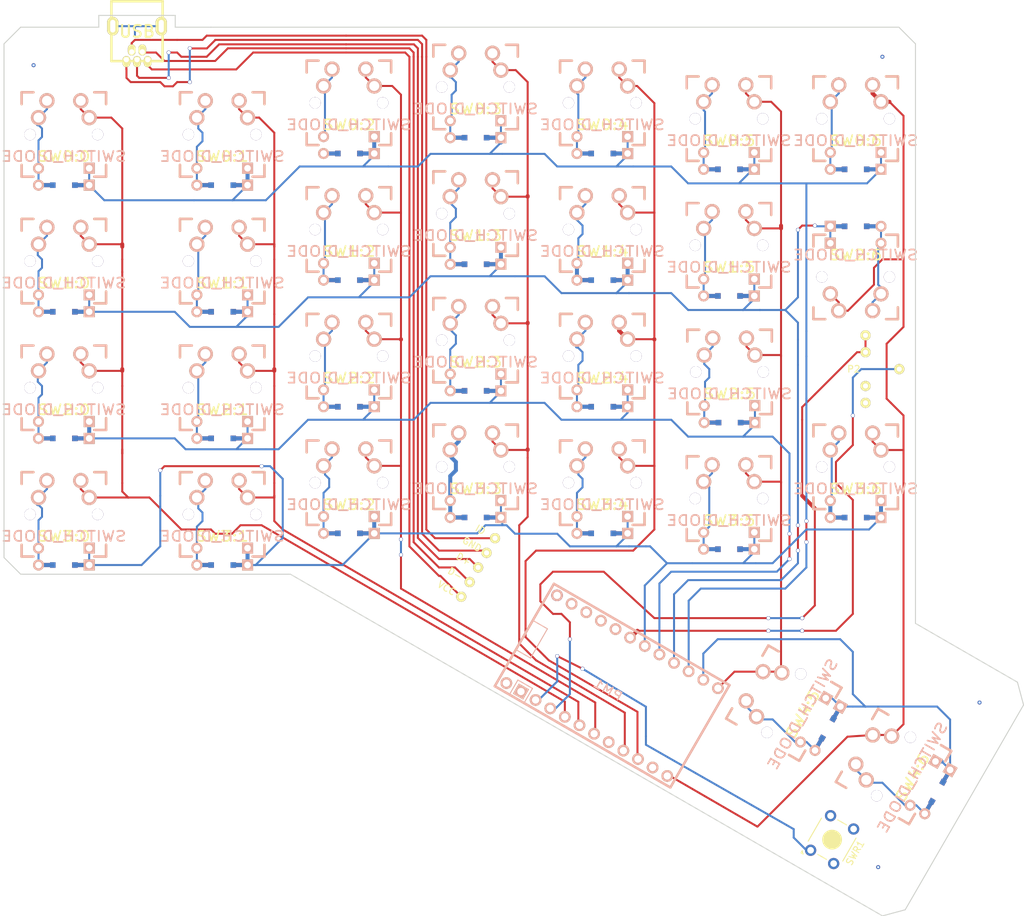
<source format=kicad_pcb>
(kicad_pcb (version 4) (host pcbnew 4.0.2-4+6225~38~ubuntu14.04.1-stable)
  (layers (0 F.Cu signal) (31 B.Cu signal) (34 B.Paste user) (35 F.Paste user) (36 B.SilkS user) (37 F.SilkS user) (38 B.Mask user) (39 F.Mask user) (44 Edge.Cuts user))
  (net 0 "")
  (net 1 GND)
  (net 2 VCC)
  (net 3 /SER)
  (net 4 /ROW4)
  (net 5 /ROW3)
  (net 6 /ROW2)
  (net 7 /COL5)
  (net 8 /ROW1)
  (net 9 /ROW0)
  (net 10 /COL4)
  (net 11 /COL6)
  (net 12 /COL3)
  (net 13 /COL2)
  (net 14 /COL1)
  (net 15 /COL0)
  (net 16 "Net-(SW0:0-Pad2)")
  (net 17 "Net-(SW0:1-Pad2)")
  (net 18 "Net-(SW0:2-Pad2)")
  (net 19 "Net-(SW0:3-Pad2)")
  (net 20 "Net-(SW0:4-Pad2)")
  (net 21 "Net-(SW0:5-Pad2)")
  (net 22 "Net-(SW0:6-Pad2)")
  (net 23 "Net-(SW1:0-Pad2)")
  (net 24 "Net-(SW1:1-Pad2)")
  (net 25 "Net-(SW1:2-Pad2)")
  (net 26 "Net-(SW1:3-Pad2)")
  (net 27 "Net-(SW1:4-Pad2)")
  (net 28 "Net-(SW1:5-Pad2)")
  (net 29 "Net-(SW2:0-Pad2)")
  (net 30 "Net-(SW2:1-Pad2)")
  (net 31 "Net-(SW2:2-Pad2)")
  (net 32 "Net-(SW2:3-Pad2)")
  (net 33 "Net-(SW2:4-Pad2)")
  (net 34 "Net-(SW2:5-Pad2)")
  (net 35 "Net-(SW2:6-Pad2)")
  (net 36 "Net-(SW3:0-Pad2)")
  (net 37 "Net-(SW3:1-Pad2)")
  (net 38 "Net-(SW3:2-Pad2)")
  (net 39 "Net-(SW3:3-Pad2)")
  (net 40 "Net-(SW3:4-Pad2)")
  (net 41 "Net-(SW3:5-Pad2)")
  (net 42 "Net-(SW3:6-Pad2)")
  (net 43 "Net-(SW4:5-Pad2)")
  (net 44 "Net-(SW4:6-Pad2)")
  (net 45 "Net-(P1-Pad1)")
  (net 46 "Net-(P1-Pad2)")
  (net 47 "Net-(P1-Pad3)")
  (net 48 "Net-(P1-Pad4)")
  (net 49 "Net-(P1-Pad5)")
  (net 50 /RST)
  (module Keyboards:MX_FLIP_DIODE (layer F.Cu) (at 200.444 127.73 60)
    (fp_text reference SW4:5 (at 0 3.302 60) (layer F.SilkS) (effects (font (size 1.524 1.778) (thickness 0.254))))
    (fp_text value SWITCH_DIODE (at 0 3.302 60) (layer B.SilkS) (effects (font (size 1.524 1.778) (thickness 0.254)) (justify mirror)))
    (fp_line (start -3.81 7.62) (end -1.6637 7.62) (layer B.Cu) (width 0.6096))
    (fp_line (start 1.6637 7.62) (end 3.81 7.62) (layer B.Cu) (width 0.6096))
    (fp_line (start -3.81 7.62) (end -1.6637 7.62) (layer F.Cu) (width 0.6096))
    (fp_line (start 1.6637 7.62) (end 3.81 7.62) (layer F.Cu) (width 0.6096))
    (pad 1 thru_hole circle (at 2.54 -5.08 60) (size 2.286 2.286) (drill 1.4986) (layers *.Cu *.SilkS *.Mask) (net 7 /COL5))
    (pad 2 thru_hole circle (at -3.81 -2.54 60) (size 2.286 2.286) (drill 1.4986) (layers *.Cu *.SilkS *.Mask) (net 43 "Net-(SW4:5-Pad2)"))
    (pad 0 np_thru_hole circle (at 0 0 60) (size 3.9878 3.9878) (drill 3.9878) (layers *.Cu))
    (pad 0 thru_hole circle (at -5.08 0 60) (size 1.7018 1.7018) (drill 1.7018) (layers *.Cu))
    (pad 0 thru_hole circle (at 5.08 0 60) (size 1.7018 1.7018) (drill 1.7018) (layers *.Cu))
    (pad 1 thru_hole circle (at 3.81 -2.54 60) (size 2.286 2.286) (drill 1.4986) (layers *.Cu *.SilkS *.Mask) (net 7 /COL5))
    (pad 2 thru_hole circle (at -2.54 -5.08 60) (size 2.286 2.286) (drill 1.4986) (layers *.Cu *.SilkS *.Mask) (net 43 "Net-(SW4:5-Pad2)"))
    (pad 3 thru_hole circle (at -3.81 5.08 60) (size 1.651 1.651) (drill 0.9906) (layers *.Cu *.SilkS *.Mask) (net 43 "Net-(SW4:5-Pad2)"))
    (pad 4 thru_hole rect (at 3.81 5.08 60) (size 1.651 1.651) (drill 0.9906) (layers *.Cu *.SilkS *.Mask) (net 4 /ROW4))
    (pad 3 thru_hole circle (at -3.81 7.62 60) (size 1.651 1.651) (drill 0.9906) (layers *.Cu *.SilkS *.Mask) (net 43 "Net-(SW4:5-Pad2)"))
    (pad 4 thru_hole rect (at 3.81 7.62 60) (size 1.651 1.651) (drill 0.9906) (layers *.Cu *.SilkS *.Mask) (net 4 /ROW4))
    (pad 99 smd rect (at -1.6637 7.62 60) (size 0.8382 0.8382) (layers F.Cu F.Paste F.Mask))
    (pad 99 smd rect (at -1.6637 7.62 60) (size 0.8382 0.8382) (layers B.Cu B.Paste B.Mask))
    (pad 99 smd rect (at 1.6637 7.62 60) (size 0.8382 0.8382) (layers F.Cu F.Paste F.Mask))
    (pad 99 smd rect (at 1.6637 7.62 60) (size 0.8382 0.8382) (layers B.Cu B.Paste B.Mask))
  )
  (module Keyboards:PROMICRO (layer B.Cu) (at 174.625 125.095 330)
    (fp_text reference PM1 (at -0.232426 0.867426 330) (layer B.SilkS) (effects (font (size 1.27 1.524) (thickness 0.2032)) (justify mirror)))
    (fp_text value PROMICRO hide)
    (pad 1 thru_hole circle (at -11.43 -7.62 330) (size 1.7526 1.7526) (drill 1.0922) (layers *.Cu *.SilkS *.Mask))
    (pad 2 thru_hole circle (at -8.89 -7.62 330) (size 1.7526 1.7526) (drill 1.0922) (layers *.Cu *.SilkS *.Mask) (net 1 GND))
    (pad 3 thru_hole circle (at -6.35 -7.62 330) (size 1.7526 1.7526) (drill 1.0922) (layers *.Cu *.SilkS *.Mask) (net 1 GND))
    (pad 4 thru_hole circle (at -3.81 -7.62 330) (size 1.7526 1.7526) (drill 1.0922) (layers *.Cu *.SilkS *.Mask))
    (pad 5 thru_hole circle (at -1.27 -7.62 330) (size 1.7526 1.7526) (drill 1.0922) (layers *.Cu *.SilkS *.Mask) (net 3 /SER))
    (pad 6 thru_hole circle (at 1.27 -7.62 330) (size 1.7526 1.7526) (drill 1.0922) (layers *.Cu *.SilkS *.Mask) (net 5 /ROW3))
    (pad 7 thru_hole circle (at 3.81 -7.62 330) (size 1.7526 1.7526) (drill 1.0922) (layers *.Cu *.SilkS *.Mask) (net 6 /ROW2))
    (pad 8 thru_hole circle (at 6.35 -7.62 330) (size 1.7526 1.7526) (drill 1.0922) (layers *.Cu *.SilkS *.Mask) (net 8 /ROW1))
    (pad 9 thru_hole circle (at 8.89 -7.62 330) (size 1.7526 1.7526) (drill 1.0922) (layers *.Cu *.SilkS *.Mask) (net 9 /ROW0))
    (pad 10 thru_hole circle (at 11.43 -7.62 330) (size 1.7526 1.7526) (drill 1.0922) (layers *.Cu *.SilkS *.Mask) (net 4 /ROW4))
    (pad 11 thru_hole circle (at 13.97 -7.62 330) (size 1.7526 1.7526) (drill 1.0922) (layers *.Cu *.SilkS *.Mask) (net 7 /COL5))
    (pad 23 thru_hole circle (at 13.97 7.62 330) (size 1.7526 1.7526) (drill 1.0922) (layers *.Cu *.SilkS *.Mask) (net 11 /COL6))
    (pad 22 thru_hole circle (at 11.43 7.62 330) (size 1.7526 1.7526) (drill 1.0922) (layers *.Cu *.SilkS *.Mask))
    (pad 21 thru_hole circle (at 8.89 7.62 330) (size 1.7526 1.7526) (drill 1.0922) (layers *.Cu *.SilkS *.Mask) (net 10 /COL4))
    (pad 20 thru_hole circle (at 6.35 7.62 330) (size 1.7526 1.7526) (drill 1.0922) (layers *.Cu *.SilkS *.Mask) (net 12 /COL3))
    (pad 19 thru_hole circle (at 3.81 7.62 330) (size 1.7526 1.7526) (drill 1.0922) (layers *.Cu *.SilkS *.Mask))
    (pad 18 thru_hole circle (at 1.27 7.62 330) (size 1.7526 1.7526) (drill 1.0922) (layers *.Cu *.SilkS *.Mask) (net 13 /COL2))
    (pad 17 thru_hole circle (at -1.27 7.62 330) (size 1.7526 1.7526) (drill 1.0922) (layers *.Cu *.SilkS *.Mask) (net 14 /COL1))
    (pad 16 thru_hole circle (at -3.81 7.62 330) (size 1.7526 1.7526) (drill 1.0922) (layers *.Cu *.SilkS *.Mask) (net 15 /COL0))
    (pad 15 thru_hole circle (at -6.35 7.62 330) (size 1.7526 1.7526) (drill 1.0922) (layers *.Cu *.SilkS *.Mask) (net 2 VCC))
    (pad 14 thru_hole circle (at -8.89 7.62 330) (size 1.7526 1.7526) (drill 1.0922) (layers *.Cu *.SilkS *.Mask) (net 50 /RST))
    (pad 13 thru_hole rect (at -11.43 7.62 330) (size 1.7526 1.7526) (drill 1.0922) (layers *.Cu *.SilkS *.Mask) (net 1 GND))
    (pad 12 thru_hole circle (at -13.97 7.62 330) (size 1.7526 1.7526) (drill 1.0922) (layers *.Cu *.SilkS *.Mask))
    (pad 0 thru_hole circle (at -13.97 -7.62 330) (size 1.7526 1.7526) (drill 1.092) (layers *.Cu *.Mask B.SilkS))
  )
  (module Keyboards:MX_FLIP_DIODE (layer F.Cu) (at 92.183 42.176)
    (fp_text reference SW0:0 (at 0 3.302) (layer F.SilkS) (effects (font (size 1.524 1.778) (thickness 0.254))))
    (fp_text value SWITCH_DIODE (at 0 3.302) (layer B.SilkS) (effects (font (size 1.524 1.778) (thickness 0.254)) (justify mirror)))
    (fp_line (start -3.81 7.62) (end -1.6637 7.62) (layer B.Cu) (width 0.6096))
    (fp_line (start 1.6637 7.62) (end 3.81 7.62) (layer B.Cu) (width 0.6096))
    (fp_line (start -3.81 7.62) (end -1.6637 7.62) (layer F.Cu) (width 0.6096))
    (fp_line (start 1.6637 7.62) (end 3.81 7.62) (layer F.Cu) (width 0.6096))
    (pad 1 thru_hole circle (at 2.54 -5.08) (size 2.286 2.286) (drill 1.4986) (layers *.Cu *.SilkS *.Mask) (net 15 /COL0))
    (pad 2 thru_hole circle (at -3.81 -2.54) (size 2.286 2.286) (drill 1.4986) (layers *.Cu *.SilkS *.Mask) (net 16 "Net-(SW0:0-Pad2)"))
    (pad 0 np_thru_hole circle (at 0 0) (size 3.9878 3.9878) (drill 3.9878) (layers *.Cu))
    (pad 0 thru_hole circle (at -5.08 0) (size 1.7018 1.7018) (drill 1.7018) (layers *.Cu))
    (pad 0 thru_hole circle (at 5.08 0) (size 1.7018 1.7018) (drill 1.7018) (layers *.Cu))
    (pad 1 thru_hole circle (at 3.81 -2.54) (size 2.286 2.286) (drill 1.4986) (layers *.Cu *.SilkS *.Mask) (net 15 /COL0))
    (pad 2 thru_hole circle (at -2.54 -5.08) (size 2.286 2.286) (drill 1.4986) (layers *.Cu *.SilkS *.Mask) (net 16 "Net-(SW0:0-Pad2)"))
    (pad 3 thru_hole circle (at -3.81 5.08) (size 1.651 1.651) (drill 0.9906) (layers *.Cu *.SilkS *.Mask) (net 16 "Net-(SW0:0-Pad2)"))
    (pad 4 thru_hole rect (at 3.81 5.08) (size 1.651 1.651) (drill 0.9906) (layers *.Cu *.SilkS *.Mask) (net 9 /ROW0))
    (pad 3 thru_hole circle (at -3.81 7.62) (size 1.651 1.651) (drill 0.9906) (layers *.Cu *.SilkS *.Mask) (net 16 "Net-(SW0:0-Pad2)"))
    (pad 4 thru_hole rect (at 3.81 7.62) (size 1.651 1.651) (drill 0.9906) (layers *.Cu *.SilkS *.Mask) (net 9 /ROW0))
    (pad 99 smd rect (at -1.6637 7.62) (size 0.8382 0.8382) (layers F.Cu F.Paste F.Mask))
    (pad 99 smd rect (at -1.6637 7.62) (size 0.8382 0.8382) (layers B.Cu B.Paste B.Mask))
    (pad 99 smd rect (at 1.6637 7.62) (size 0.8382 0.8382) (layers F.Cu F.Paste F.Mask))
    (pad 99 smd rect (at 1.6637 7.62) (size 0.8382 0.8382) (layers B.Cu B.Paste B.Mask))
  )
  (module Keyboards:MX_FLIP_DIODE (layer F.Cu) (at 115.995 42.175)
    (fp_text reference SW0:1 (at 0 3.302) (layer F.SilkS) (effects (font (size 1.524 1.778) (thickness 0.254))))
    (fp_text value SWITCH_DIODE (at 0 3.302) (layer B.SilkS) (effects (font (size 1.524 1.778) (thickness 0.254)) (justify mirror)))
    (fp_line (start -3.81 7.62) (end -1.6637 7.62) (layer B.Cu) (width 0.6096))
    (fp_line (start 1.6637 7.62) (end 3.81 7.62) (layer B.Cu) (width 0.6096))
    (fp_line (start -3.81 7.62) (end -1.6637 7.62) (layer F.Cu) (width 0.6096))
    (fp_line (start 1.6637 7.62) (end 3.81 7.62) (layer F.Cu) (width 0.6096))
    (pad 1 thru_hole circle (at 2.54 -5.08) (size 2.286 2.286) (drill 1.4986) (layers *.Cu *.SilkS *.Mask) (net 14 /COL1))
    (pad 2 thru_hole circle (at -3.81 -2.54) (size 2.286 2.286) (drill 1.4986) (layers *.Cu *.SilkS *.Mask) (net 17 "Net-(SW0:1-Pad2)"))
    (pad 0 np_thru_hole circle (at 0 0) (size 3.9878 3.9878) (drill 3.9878) (layers *.Cu))
    (pad 0 thru_hole circle (at -5.08 0) (size 1.7018 1.7018) (drill 1.7018) (layers *.Cu))
    (pad 0 thru_hole circle (at 5.08 0) (size 1.7018 1.7018) (drill 1.7018) (layers *.Cu))
    (pad 1 thru_hole circle (at 3.81 -2.54) (size 2.286 2.286) (drill 1.4986) (layers *.Cu *.SilkS *.Mask) (net 14 /COL1))
    (pad 2 thru_hole circle (at -2.54 -5.08) (size 2.286 2.286) (drill 1.4986) (layers *.Cu *.SilkS *.Mask) (net 17 "Net-(SW0:1-Pad2)"))
    (pad 3 thru_hole circle (at -3.81 5.08) (size 1.651 1.651) (drill 0.9906) (layers *.Cu *.SilkS *.Mask) (net 17 "Net-(SW0:1-Pad2)"))
    (pad 4 thru_hole rect (at 3.81 5.08) (size 1.651 1.651) (drill 0.9906) (layers *.Cu *.SilkS *.Mask) (net 9 /ROW0))
    (pad 3 thru_hole circle (at -3.81 7.62) (size 1.651 1.651) (drill 0.9906) (layers *.Cu *.SilkS *.Mask) (net 17 "Net-(SW0:1-Pad2)"))
    (pad 4 thru_hole rect (at 3.81 7.62) (size 1.651 1.651) (drill 0.9906) (layers *.Cu *.SilkS *.Mask) (net 9 /ROW0))
    (pad 99 smd rect (at -1.6637 7.62) (size 0.8382 0.8382) (layers F.Cu F.Paste F.Mask))
    (pad 99 smd rect (at -1.6637 7.62) (size 0.8382 0.8382) (layers B.Cu B.Paste B.Mask))
    (pad 99 smd rect (at 1.6637 7.62) (size 0.8382 0.8382) (layers F.Cu F.Paste F.Mask))
    (pad 99 smd rect (at 1.6637 7.62) (size 0.8382 0.8382) (layers B.Cu B.Paste B.Mask))
  )
  (module Keyboards:MX_FLIP_DIODE (layer F.Cu) (at 135.045 37.414)
    (fp_text reference SW0:2 (at 0 3.302) (layer F.SilkS) (effects (font (size 1.524 1.778) (thickness 0.254))))
    (fp_text value SWITCH_DIODE (at 0 3.302) (layer B.SilkS) (effects (font (size 1.524 1.778) (thickness 0.254)) (justify mirror)))
    (fp_line (start -3.81 7.62) (end -1.6637 7.62) (layer B.Cu) (width 0.6096))
    (fp_line (start 1.6637 7.62) (end 3.81 7.62) (layer B.Cu) (width 0.6096))
    (fp_line (start -3.81 7.62) (end -1.6637 7.62) (layer F.Cu) (width 0.6096))
    (fp_line (start 1.6637 7.62) (end 3.81 7.62) (layer F.Cu) (width 0.6096))
    (pad 1 thru_hole circle (at 2.54 -5.08) (size 2.286 2.286) (drill 1.4986) (layers *.Cu *.SilkS *.Mask) (net 13 /COL2))
    (pad 2 thru_hole circle (at -3.81 -2.54) (size 2.286 2.286) (drill 1.4986) (layers *.Cu *.SilkS *.Mask) (net 18 "Net-(SW0:2-Pad2)"))
    (pad 0 np_thru_hole circle (at 0 0) (size 3.9878 3.9878) (drill 3.9878) (layers *.Cu))
    (pad 0 thru_hole circle (at -5.08 0) (size 1.7018 1.7018) (drill 1.7018) (layers *.Cu))
    (pad 0 thru_hole circle (at 5.08 0) (size 1.7018 1.7018) (drill 1.7018) (layers *.Cu))
    (pad 1 thru_hole circle (at 3.81 -2.54) (size 2.286 2.286) (drill 1.4986) (layers *.Cu *.SilkS *.Mask) (net 13 /COL2))
    (pad 2 thru_hole circle (at -2.54 -5.08) (size 2.286 2.286) (drill 1.4986) (layers *.Cu *.SilkS *.Mask) (net 18 "Net-(SW0:2-Pad2)"))
    (pad 3 thru_hole circle (at -3.81 5.08) (size 1.651 1.651) (drill 0.9906) (layers *.Cu *.SilkS *.Mask) (net 18 "Net-(SW0:2-Pad2)"))
    (pad 4 thru_hole rect (at 3.81 5.08) (size 1.651 1.651) (drill 0.9906) (layers *.Cu *.SilkS *.Mask) (net 9 /ROW0))
    (pad 3 thru_hole circle (at -3.81 7.62) (size 1.651 1.651) (drill 0.9906) (layers *.Cu *.SilkS *.Mask) (net 18 "Net-(SW0:2-Pad2)"))
    (pad 4 thru_hole rect (at 3.81 7.62) (size 1.651 1.651) (drill 0.9906) (layers *.Cu *.SilkS *.Mask) (net 9 /ROW0))
    (pad 99 smd rect (at -1.6637 7.62) (size 0.8382 0.8382) (layers F.Cu F.Paste F.Mask))
    (pad 99 smd rect (at -1.6637 7.62) (size 0.8382 0.8382) (layers B.Cu B.Paste B.Mask))
    (pad 99 smd rect (at 1.6637 7.62) (size 0.8382 0.8382) (layers F.Cu F.Paste F.Mask))
    (pad 99 smd rect (at 1.6637 7.62) (size 0.8382 0.8382) (layers B.Cu B.Paste B.Mask))
  )
  (module Keyboards:MX_FLIP_DIODE (layer F.Cu) (at 154.095 35.033)
    (fp_text reference SW0:3 (at 0 3.302) (layer F.SilkS) (effects (font (size 1.524 1.778) (thickness 0.254))))
    (fp_text value SWITCH_DIODE (at 0 3.302) (layer B.SilkS) (effects (font (size 1.524 1.778) (thickness 0.254)) (justify mirror)))
    (fp_line (start -3.81 7.62) (end -1.6637 7.62) (layer B.Cu) (width 0.6096))
    (fp_line (start 1.6637 7.62) (end 3.81 7.62) (layer B.Cu) (width 0.6096))
    (fp_line (start -3.81 7.62) (end -1.6637 7.62) (layer F.Cu) (width 0.6096))
    (fp_line (start 1.6637 7.62) (end 3.81 7.62) (layer F.Cu) (width 0.6096))
    (pad 1 thru_hole circle (at 2.54 -5.08) (size 2.286 2.286) (drill 1.4986) (layers *.Cu *.SilkS *.Mask) (net 12 /COL3))
    (pad 2 thru_hole circle (at -3.81 -2.54) (size 2.286 2.286) (drill 1.4986) (layers *.Cu *.SilkS *.Mask) (net 19 "Net-(SW0:3-Pad2)"))
    (pad 0 np_thru_hole circle (at 0 0) (size 3.9878 3.9878) (drill 3.9878) (layers *.Cu))
    (pad 0 thru_hole circle (at -5.08 0) (size 1.7018 1.7018) (drill 1.7018) (layers *.Cu))
    (pad 0 thru_hole circle (at 5.08 0) (size 1.7018 1.7018) (drill 1.7018) (layers *.Cu))
    (pad 1 thru_hole circle (at 3.81 -2.54) (size 2.286 2.286) (drill 1.4986) (layers *.Cu *.SilkS *.Mask) (net 12 /COL3))
    (pad 2 thru_hole circle (at -2.54 -5.08) (size 2.286 2.286) (drill 1.4986) (layers *.Cu *.SilkS *.Mask) (net 19 "Net-(SW0:3-Pad2)"))
    (pad 3 thru_hole circle (at -3.81 5.08) (size 1.651 1.651) (drill 0.9906) (layers *.Cu *.SilkS *.Mask) (net 19 "Net-(SW0:3-Pad2)"))
    (pad 4 thru_hole rect (at 3.81 5.08) (size 1.651 1.651) (drill 0.9906) (layers *.Cu *.SilkS *.Mask) (net 9 /ROW0))
    (pad 3 thru_hole circle (at -3.81 7.62) (size 1.651 1.651) (drill 0.9906) (layers *.Cu *.SilkS *.Mask) (net 19 "Net-(SW0:3-Pad2)"))
    (pad 4 thru_hole rect (at 3.81 7.62) (size 1.651 1.651) (drill 0.9906) (layers *.Cu *.SilkS *.Mask) (net 9 /ROW0))
    (pad 99 smd rect (at -1.6637 7.62) (size 0.8382 0.8382) (layers F.Cu F.Paste F.Mask))
    (pad 99 smd rect (at -1.6637 7.62) (size 0.8382 0.8382) (layers B.Cu B.Paste B.Mask))
    (pad 99 smd rect (at 1.6637 7.62) (size 0.8382 0.8382) (layers F.Cu F.Paste F.Mask))
    (pad 99 smd rect (at 1.6637 7.62) (size 0.8382 0.8382) (layers B.Cu B.Paste B.Mask))
  )
  (module Keyboards:MX_FLIP_DIODE (layer F.Cu) (at 173.145 37.414)
    (fp_text reference SW0:4 (at 0 3.302) (layer F.SilkS) (effects (font (size 1.524 1.778) (thickness 0.254))))
    (fp_text value SWITCH_DIODE (at 0 3.302) (layer B.SilkS) (effects (font (size 1.524 1.778) (thickness 0.254)) (justify mirror)))
    (fp_line (start -3.81 7.62) (end -1.6637 7.62) (layer B.Cu) (width 0.6096))
    (fp_line (start 1.6637 7.62) (end 3.81 7.62) (layer B.Cu) (width 0.6096))
    (fp_line (start -3.81 7.62) (end -1.6637 7.62) (layer F.Cu) (width 0.6096))
    (fp_line (start 1.6637 7.62) (end 3.81 7.62) (layer F.Cu) (width 0.6096))
    (pad 1 thru_hole circle (at 2.54 -5.08) (size 2.286 2.286) (drill 1.4986) (layers *.Cu *.SilkS *.Mask) (net 10 /COL4))
    (pad 2 thru_hole circle (at -3.81 -2.54) (size 2.286 2.286) (drill 1.4986) (layers *.Cu *.SilkS *.Mask) (net 20 "Net-(SW0:4-Pad2)"))
    (pad 0 np_thru_hole circle (at 0 0) (size 3.9878 3.9878) (drill 3.9878) (layers *.Cu))
    (pad 0 thru_hole circle (at -5.08 0) (size 1.7018 1.7018) (drill 1.7018) (layers *.Cu))
    (pad 0 thru_hole circle (at 5.08 0) (size 1.7018 1.7018) (drill 1.7018) (layers *.Cu))
    (pad 1 thru_hole circle (at 3.81 -2.54) (size 2.286 2.286) (drill 1.4986) (layers *.Cu *.SilkS *.Mask) (net 10 /COL4))
    (pad 2 thru_hole circle (at -2.54 -5.08) (size 2.286 2.286) (drill 1.4986) (layers *.Cu *.SilkS *.Mask) (net 20 "Net-(SW0:4-Pad2)"))
    (pad 3 thru_hole circle (at -3.81 5.08) (size 1.651 1.651) (drill 0.9906) (layers *.Cu *.SilkS *.Mask) (net 20 "Net-(SW0:4-Pad2)"))
    (pad 4 thru_hole rect (at 3.81 5.08) (size 1.651 1.651) (drill 0.9906) (layers *.Cu *.SilkS *.Mask) (net 9 /ROW0))
    (pad 3 thru_hole circle (at -3.81 7.62) (size 1.651 1.651) (drill 0.9906) (layers *.Cu *.SilkS *.Mask) (net 20 "Net-(SW0:4-Pad2)"))
    (pad 4 thru_hole rect (at 3.81 7.62) (size 1.651 1.651) (drill 0.9906) (layers *.Cu *.SilkS *.Mask) (net 9 /ROW0))
    (pad 99 smd rect (at -1.6637 7.62) (size 0.8382 0.8382) (layers F.Cu F.Paste F.Mask))
    (pad 99 smd rect (at -1.6637 7.62) (size 0.8382 0.8382) (layers B.Cu B.Paste B.Mask))
    (pad 99 smd rect (at 1.6637 7.62) (size 0.8382 0.8382) (layers F.Cu F.Paste F.Mask))
    (pad 99 smd rect (at 1.6637 7.62) (size 0.8382 0.8382) (layers B.Cu B.Paste B.Mask))
  )
  (module Keyboards:MX_FLIP_DIODE (layer F.Cu) (at 192.195 39.795)
    (fp_text reference SW0:5 (at 0 3.302) (layer F.SilkS) (effects (font (size 1.524 1.778) (thickness 0.254))))
    (fp_text value SWITCH_DIODE (at 0 3.302) (layer B.SilkS) (effects (font (size 1.524 1.778) (thickness 0.254)) (justify mirror)))
    (fp_line (start -3.81 7.62) (end -1.6637 7.62) (layer B.Cu) (width 0.6096))
    (fp_line (start 1.6637 7.62) (end 3.81 7.62) (layer B.Cu) (width 0.6096))
    (fp_line (start -3.81 7.62) (end -1.6637 7.62) (layer F.Cu) (width 0.6096))
    (fp_line (start 1.6637 7.62) (end 3.81 7.62) (layer F.Cu) (width 0.6096))
    (pad 1 thru_hole circle (at 2.54 -5.08) (size 2.286 2.286) (drill 1.4986) (layers *.Cu *.SilkS *.Mask) (net 7 /COL5))
    (pad 2 thru_hole circle (at -3.81 -2.54) (size 2.286 2.286) (drill 1.4986) (layers *.Cu *.SilkS *.Mask) (net 21 "Net-(SW0:5-Pad2)"))
    (pad 0 np_thru_hole circle (at 0 0) (size 3.9878 3.9878) (drill 3.9878) (layers *.Cu))
    (pad 0 thru_hole circle (at -5.08 0) (size 1.7018 1.7018) (drill 1.7018) (layers *.Cu))
    (pad 0 thru_hole circle (at 5.08 0) (size 1.7018 1.7018) (drill 1.7018) (layers *.Cu))
    (pad 1 thru_hole circle (at 3.81 -2.54) (size 2.286 2.286) (drill 1.4986) (layers *.Cu *.SilkS *.Mask) (net 7 /COL5))
    (pad 2 thru_hole circle (at -2.54 -5.08) (size 2.286 2.286) (drill 1.4986) (layers *.Cu *.SilkS *.Mask) (net 21 "Net-(SW0:5-Pad2)"))
    (pad 3 thru_hole circle (at -3.81 5.08) (size 1.651 1.651) (drill 0.9906) (layers *.Cu *.SilkS *.Mask) (net 21 "Net-(SW0:5-Pad2)"))
    (pad 4 thru_hole rect (at 3.81 5.08) (size 1.651 1.651) (drill 0.9906) (layers *.Cu *.SilkS *.Mask) (net 9 /ROW0))
    (pad 3 thru_hole circle (at -3.81 7.62) (size 1.651 1.651) (drill 0.9906) (layers *.Cu *.SilkS *.Mask) (net 21 "Net-(SW0:5-Pad2)"))
    (pad 4 thru_hole rect (at 3.81 7.62) (size 1.651 1.651) (drill 0.9906) (layers *.Cu *.SilkS *.Mask) (net 9 /ROW0))
    (pad 99 smd rect (at -1.6637 7.62) (size 0.8382 0.8382) (layers F.Cu F.Paste F.Mask))
    (pad 99 smd rect (at -1.6637 7.62) (size 0.8382 0.8382) (layers B.Cu B.Paste B.Mask))
    (pad 99 smd rect (at 1.6637 7.62) (size 0.8382 0.8382) (layers F.Cu F.Paste F.Mask))
    (pad 99 smd rect (at 1.6637 7.62) (size 0.8382 0.8382) (layers B.Cu B.Paste B.Mask))
  )
  (module Keyboards:MX_FLIP_DIODE (layer F.Cu) (at 211.245 39.795)
    (fp_text reference SW0:6 (at 0 3.302) (layer F.SilkS) (effects (font (size 1.524 1.778) (thickness 0.254))))
    (fp_text value SWITCH_DIODE (at 0 3.302) (layer B.SilkS) (effects (font (size 1.524 1.778) (thickness 0.254)) (justify mirror)))
    (fp_line (start -3.81 7.62) (end -1.6637 7.62) (layer B.Cu) (width 0.6096))
    (fp_line (start 1.6637 7.62) (end 3.81 7.62) (layer B.Cu) (width 0.6096))
    (fp_line (start -3.81 7.62) (end -1.6637 7.62) (layer F.Cu) (width 0.6096))
    (fp_line (start 1.6637 7.62) (end 3.81 7.62) (layer F.Cu) (width 0.6096))
    (pad 1 thru_hole circle (at 2.54 -5.08) (size 2.286 2.286) (drill 1.4986) (layers *.Cu *.SilkS *.Mask) (net 11 /COL6))
    (pad 2 thru_hole circle (at -3.81 -2.54) (size 2.286 2.286) (drill 1.4986) (layers *.Cu *.SilkS *.Mask) (net 22 "Net-(SW0:6-Pad2)"))
    (pad 0 np_thru_hole circle (at 0 0) (size 3.9878 3.9878) (drill 3.9878) (layers *.Cu))
    (pad 0 thru_hole circle (at -5.08 0) (size 1.7018 1.7018) (drill 1.7018) (layers *.Cu))
    (pad 0 thru_hole circle (at 5.08 0) (size 1.7018 1.7018) (drill 1.7018) (layers *.Cu))
    (pad 1 thru_hole circle (at 3.81 -2.54) (size 2.286 2.286) (drill 1.4986) (layers *.Cu *.SilkS *.Mask) (net 11 /COL6))
    (pad 2 thru_hole circle (at -2.54 -5.08) (size 2.286 2.286) (drill 1.4986) (layers *.Cu *.SilkS *.Mask) (net 22 "Net-(SW0:6-Pad2)"))
    (pad 3 thru_hole circle (at -3.81 5.08) (size 1.651 1.651) (drill 0.9906) (layers *.Cu *.SilkS *.Mask) (net 22 "Net-(SW0:6-Pad2)"))
    (pad 4 thru_hole rect (at 3.81 5.08) (size 1.651 1.651) (drill 0.9906) (layers *.Cu *.SilkS *.Mask) (net 9 /ROW0))
    (pad 3 thru_hole circle (at -3.81 7.62) (size 1.651 1.651) (drill 0.9906) (layers *.Cu *.SilkS *.Mask) (net 22 "Net-(SW0:6-Pad2)"))
    (pad 4 thru_hole rect (at 3.81 7.62) (size 1.651 1.651) (drill 0.9906) (layers *.Cu *.SilkS *.Mask) (net 9 /ROW0))
    (pad 99 smd rect (at -1.6637 7.62) (size 0.8382 0.8382) (layers F.Cu F.Paste F.Mask))
    (pad 99 smd rect (at -1.6637 7.62) (size 0.8382 0.8382) (layers B.Cu B.Paste B.Mask))
    (pad 99 smd rect (at 1.6637 7.62) (size 0.8382 0.8382) (layers F.Cu F.Paste F.Mask))
    (pad 99 smd rect (at 1.6637 7.62) (size 0.8382 0.8382) (layers B.Cu B.Paste B.Mask))
  )
  (module Keyboards:MX_FLIP_DIODE (layer F.Cu) (at 92.183 61.226)
    (fp_text reference SW1:0 (at 0 3.302) (layer F.SilkS) (effects (font (size 1.524 1.778) (thickness 0.254))))
    (fp_text value SWITCH_DIODE (at 0 3.302) (layer B.SilkS) (effects (font (size 1.524 1.778) (thickness 0.254)) (justify mirror)))
    (fp_line (start -3.81 7.62) (end -1.6637 7.62) (layer B.Cu) (width 0.6096))
    (fp_line (start 1.6637 7.62) (end 3.81 7.62) (layer B.Cu) (width 0.6096))
    (fp_line (start -3.81 7.62) (end -1.6637 7.62) (layer F.Cu) (width 0.6096))
    (fp_line (start 1.6637 7.62) (end 3.81 7.62) (layer F.Cu) (width 0.6096))
    (pad 1 thru_hole circle (at 2.54 -5.08) (size 2.286 2.286) (drill 1.4986) (layers *.Cu *.SilkS *.Mask) (net 15 /COL0))
    (pad 2 thru_hole circle (at -3.81 -2.54) (size 2.286 2.286) (drill 1.4986) (layers *.Cu *.SilkS *.Mask) (net 23 "Net-(SW1:0-Pad2)"))
    (pad 0 np_thru_hole circle (at 0 0) (size 3.9878 3.9878) (drill 3.9878) (layers *.Cu))
    (pad 0 thru_hole circle (at -5.08 0) (size 1.7018 1.7018) (drill 1.7018) (layers *.Cu))
    (pad 0 thru_hole circle (at 5.08 0) (size 1.7018 1.7018) (drill 1.7018) (layers *.Cu))
    (pad 1 thru_hole circle (at 3.81 -2.54) (size 2.286 2.286) (drill 1.4986) (layers *.Cu *.SilkS *.Mask) (net 15 /COL0))
    (pad 2 thru_hole circle (at -2.54 -5.08) (size 2.286 2.286) (drill 1.4986) (layers *.Cu *.SilkS *.Mask) (net 23 "Net-(SW1:0-Pad2)"))
    (pad 3 thru_hole circle (at -3.81 5.08) (size 1.651 1.651) (drill 0.9906) (layers *.Cu *.SilkS *.Mask) (net 23 "Net-(SW1:0-Pad2)"))
    (pad 4 thru_hole rect (at 3.81 5.08) (size 1.651 1.651) (drill 0.9906) (layers *.Cu *.SilkS *.Mask) (net 8 /ROW1))
    (pad 3 thru_hole circle (at -3.81 7.62) (size 1.651 1.651) (drill 0.9906) (layers *.Cu *.SilkS *.Mask) (net 23 "Net-(SW1:0-Pad2)"))
    (pad 4 thru_hole rect (at 3.81 7.62) (size 1.651 1.651) (drill 0.9906) (layers *.Cu *.SilkS *.Mask) (net 8 /ROW1))
    (pad 99 smd rect (at -1.6637 7.62) (size 0.8382 0.8382) (layers F.Cu F.Paste F.Mask))
    (pad 99 smd rect (at -1.6637 7.62) (size 0.8382 0.8382) (layers B.Cu B.Paste B.Mask))
    (pad 99 smd rect (at 1.6637 7.62) (size 0.8382 0.8382) (layers F.Cu F.Paste F.Mask))
    (pad 99 smd rect (at 1.6637 7.62) (size 0.8382 0.8382) (layers B.Cu B.Paste B.Mask))
  )
  (module Keyboards:MX_FLIP_DIODE (layer F.Cu) (at 115.995 61.226)
    (fp_text reference SW1:1 (at 0 3.302) (layer F.SilkS) (effects (font (size 1.524 1.778) (thickness 0.254))))
    (fp_text value SWITCH_DIODE (at 0 3.302) (layer B.SilkS) (effects (font (size 1.524 1.778) (thickness 0.254)) (justify mirror)))
    (fp_line (start -3.81 7.62) (end -1.6637 7.62) (layer B.Cu) (width 0.6096))
    (fp_line (start 1.6637 7.62) (end 3.81 7.62) (layer B.Cu) (width 0.6096))
    (fp_line (start -3.81 7.62) (end -1.6637 7.62) (layer F.Cu) (width 0.6096))
    (fp_line (start 1.6637 7.62) (end 3.81 7.62) (layer F.Cu) (width 0.6096))
    (pad 1 thru_hole circle (at 2.54 -5.08) (size 2.286 2.286) (drill 1.4986) (layers *.Cu *.SilkS *.Mask) (net 14 /COL1))
    (pad 2 thru_hole circle (at -3.81 -2.54) (size 2.286 2.286) (drill 1.4986) (layers *.Cu *.SilkS *.Mask) (net 24 "Net-(SW1:1-Pad2)"))
    (pad 0 np_thru_hole circle (at 0 0) (size 3.9878 3.9878) (drill 3.9878) (layers *.Cu))
    (pad 0 thru_hole circle (at -5.08 0) (size 1.7018 1.7018) (drill 1.7018) (layers *.Cu))
    (pad 0 thru_hole circle (at 5.08 0) (size 1.7018 1.7018) (drill 1.7018) (layers *.Cu))
    (pad 1 thru_hole circle (at 3.81 -2.54) (size 2.286 2.286) (drill 1.4986) (layers *.Cu *.SilkS *.Mask) (net 14 /COL1))
    (pad 2 thru_hole circle (at -2.54 -5.08) (size 2.286 2.286) (drill 1.4986) (layers *.Cu *.SilkS *.Mask) (net 24 "Net-(SW1:1-Pad2)"))
    (pad 3 thru_hole circle (at -3.81 5.08) (size 1.651 1.651) (drill 0.9906) (layers *.Cu *.SilkS *.Mask) (net 24 "Net-(SW1:1-Pad2)"))
    (pad 4 thru_hole rect (at 3.81 5.08) (size 1.651 1.651) (drill 0.9906) (layers *.Cu *.SilkS *.Mask) (net 8 /ROW1))
    (pad 3 thru_hole circle (at -3.81 7.62) (size 1.651 1.651) (drill 0.9906) (layers *.Cu *.SilkS *.Mask) (net 24 "Net-(SW1:1-Pad2)"))
    (pad 4 thru_hole rect (at 3.81 7.62) (size 1.651 1.651) (drill 0.9906) (layers *.Cu *.SilkS *.Mask) (net 8 /ROW1))
    (pad 99 smd rect (at -1.6637 7.62) (size 0.8382 0.8382) (layers F.Cu F.Paste F.Mask))
    (pad 99 smd rect (at -1.6637 7.62) (size 0.8382 0.8382) (layers B.Cu B.Paste B.Mask))
    (pad 99 smd rect (at 1.6637 7.62) (size 0.8382 0.8382) (layers F.Cu F.Paste F.Mask))
    (pad 99 smd rect (at 1.6637 7.62) (size 0.8382 0.8382) (layers B.Cu B.Paste B.Mask))
  )
  (module Keyboards:MX_FLIP_DIODE (layer F.Cu) (at 135.045 56.464)
    (fp_text reference SW1:2 (at 0 3.302) (layer F.SilkS) (effects (font (size 1.524 1.778) (thickness 0.254))))
    (fp_text value SWITCH_DIODE (at 0 3.302) (layer B.SilkS) (effects (font (size 1.524 1.778) (thickness 0.254)) (justify mirror)))
    (fp_line (start -3.81 7.62) (end -1.6637 7.62) (layer B.Cu) (width 0.6096))
    (fp_line (start 1.6637 7.62) (end 3.81 7.62) (layer B.Cu) (width 0.6096))
    (fp_line (start -3.81 7.62) (end -1.6637 7.62) (layer F.Cu) (width 0.6096))
    (fp_line (start 1.6637 7.62) (end 3.81 7.62) (layer F.Cu) (width 0.6096))
    (pad 1 thru_hole circle (at 2.54 -5.08) (size 2.286 2.286) (drill 1.4986) (layers *.Cu *.SilkS *.Mask) (net 13 /COL2))
    (pad 2 thru_hole circle (at -3.81 -2.54) (size 2.286 2.286) (drill 1.4986) (layers *.Cu *.SilkS *.Mask) (net 25 "Net-(SW1:2-Pad2)"))
    (pad 0 np_thru_hole circle (at 0 0) (size 3.9878 3.9878) (drill 3.9878) (layers *.Cu))
    (pad 0 thru_hole circle (at -5.08 0) (size 1.7018 1.7018) (drill 1.7018) (layers *.Cu))
    (pad 0 thru_hole circle (at 5.08 0) (size 1.7018 1.7018) (drill 1.7018) (layers *.Cu))
    (pad 1 thru_hole circle (at 3.81 -2.54) (size 2.286 2.286) (drill 1.4986) (layers *.Cu *.SilkS *.Mask) (net 13 /COL2))
    (pad 2 thru_hole circle (at -2.54 -5.08) (size 2.286 2.286) (drill 1.4986) (layers *.Cu *.SilkS *.Mask) (net 25 "Net-(SW1:2-Pad2)"))
    (pad 3 thru_hole circle (at -3.81 5.08) (size 1.651 1.651) (drill 0.9906) (layers *.Cu *.SilkS *.Mask) (net 25 "Net-(SW1:2-Pad2)"))
    (pad 4 thru_hole rect (at 3.81 5.08) (size 1.651 1.651) (drill 0.9906) (layers *.Cu *.SilkS *.Mask) (net 8 /ROW1))
    (pad 3 thru_hole circle (at -3.81 7.62) (size 1.651 1.651) (drill 0.9906) (layers *.Cu *.SilkS *.Mask) (net 25 "Net-(SW1:2-Pad2)"))
    (pad 4 thru_hole rect (at 3.81 7.62) (size 1.651 1.651) (drill 0.9906) (layers *.Cu *.SilkS *.Mask) (net 8 /ROW1))
    (pad 99 smd rect (at -1.6637 7.62) (size 0.8382 0.8382) (layers F.Cu F.Paste F.Mask))
    (pad 99 smd rect (at -1.6637 7.62) (size 0.8382 0.8382) (layers B.Cu B.Paste B.Mask))
    (pad 99 smd rect (at 1.6637 7.62) (size 0.8382 0.8382) (layers F.Cu F.Paste F.Mask))
    (pad 99 smd rect (at 1.6637 7.62) (size 0.8382 0.8382) (layers B.Cu B.Paste B.Mask))
  )
  (module Keyboards:MX_FLIP_DIODE (layer F.Cu) (at 154.095 54.073)
    (fp_text reference SW1:3 (at 0 3.302) (layer F.SilkS) (effects (font (size 1.524 1.778) (thickness 0.254))))
    (fp_text value SWITCH_DIODE (at 0 3.302) (layer B.SilkS) (effects (font (size 1.524 1.778) (thickness 0.254)) (justify mirror)))
    (fp_line (start -3.81 7.62) (end -1.6637 7.62) (layer B.Cu) (width 0.6096))
    (fp_line (start 1.6637 7.62) (end 3.81 7.62) (layer B.Cu) (width 0.6096))
    (fp_line (start -3.81 7.62) (end -1.6637 7.62) (layer F.Cu) (width 0.6096))
    (fp_line (start 1.6637 7.62) (end 3.81 7.62) (layer F.Cu) (width 0.6096))
    (pad 1 thru_hole circle (at 2.54 -5.08) (size 2.286 2.286) (drill 1.4986) (layers *.Cu *.SilkS *.Mask) (net 12 /COL3))
    (pad 2 thru_hole circle (at -3.81 -2.54) (size 2.286 2.286) (drill 1.4986) (layers *.Cu *.SilkS *.Mask) (net 26 "Net-(SW1:3-Pad2)"))
    (pad 0 np_thru_hole circle (at 0 0) (size 3.9878 3.9878) (drill 3.9878) (layers *.Cu))
    (pad 0 thru_hole circle (at -5.08 0) (size 1.7018 1.7018) (drill 1.7018) (layers *.Cu))
    (pad 0 thru_hole circle (at 5.08 0) (size 1.7018 1.7018) (drill 1.7018) (layers *.Cu))
    (pad 1 thru_hole circle (at 3.81 -2.54) (size 2.286 2.286) (drill 1.4986) (layers *.Cu *.SilkS *.Mask) (net 12 /COL3))
    (pad 2 thru_hole circle (at -2.54 -5.08) (size 2.286 2.286) (drill 1.4986) (layers *.Cu *.SilkS *.Mask) (net 26 "Net-(SW1:3-Pad2)"))
    (pad 3 thru_hole circle (at -3.81 5.08) (size 1.651 1.651) (drill 0.9906) (layers *.Cu *.SilkS *.Mask) (net 26 "Net-(SW1:3-Pad2)"))
    (pad 4 thru_hole rect (at 3.81 5.08) (size 1.651 1.651) (drill 0.9906) (layers *.Cu *.SilkS *.Mask) (net 8 /ROW1))
    (pad 3 thru_hole circle (at -3.81 7.62) (size 1.651 1.651) (drill 0.9906) (layers *.Cu *.SilkS *.Mask) (net 26 "Net-(SW1:3-Pad2)"))
    (pad 4 thru_hole rect (at 3.81 7.62) (size 1.651 1.651) (drill 0.9906) (layers *.Cu *.SilkS *.Mask) (net 8 /ROW1))
    (pad 99 smd rect (at -1.6637 7.62) (size 0.8382 0.8382) (layers F.Cu F.Paste F.Mask))
    (pad 99 smd rect (at -1.6637 7.62) (size 0.8382 0.8382) (layers B.Cu B.Paste B.Mask))
    (pad 99 smd rect (at 1.6637 7.62) (size 0.8382 0.8382) (layers F.Cu F.Paste F.Mask))
    (pad 99 smd rect (at 1.6637 7.62) (size 0.8382 0.8382) (layers B.Cu B.Paste B.Mask))
  )
  (module Keyboards:MX_FLIP_DIODE (layer F.Cu) (at 173.145 56.464)
    (fp_text reference SW1:4 (at 0 3.302) (layer F.SilkS) (effects (font (size 1.524 1.778) (thickness 0.254))))
    (fp_text value SWITCH_DIODE (at 0 3.302) (layer B.SilkS) (effects (font (size 1.524 1.778) (thickness 0.254)) (justify mirror)))
    (fp_line (start -3.81 7.62) (end -1.6637 7.62) (layer B.Cu) (width 0.6096))
    (fp_line (start 1.6637 7.62) (end 3.81 7.62) (layer B.Cu) (width 0.6096))
    (fp_line (start -3.81 7.62) (end -1.6637 7.62) (layer F.Cu) (width 0.6096))
    (fp_line (start 1.6637 7.62) (end 3.81 7.62) (layer F.Cu) (width 0.6096))
    (pad 1 thru_hole circle (at 2.54 -5.08) (size 2.286 2.286) (drill 1.4986) (layers *.Cu *.SilkS *.Mask) (net 10 /COL4))
    (pad 2 thru_hole circle (at -3.81 -2.54) (size 2.286 2.286) (drill 1.4986) (layers *.Cu *.SilkS *.Mask) (net 27 "Net-(SW1:4-Pad2)"))
    (pad 0 np_thru_hole circle (at 0 0) (size 3.9878 3.9878) (drill 3.9878) (layers *.Cu))
    (pad 0 thru_hole circle (at -5.08 0) (size 1.7018 1.7018) (drill 1.7018) (layers *.Cu))
    (pad 0 thru_hole circle (at 5.08 0) (size 1.7018 1.7018) (drill 1.7018) (layers *.Cu))
    (pad 1 thru_hole circle (at 3.81 -2.54) (size 2.286 2.286) (drill 1.4986) (layers *.Cu *.SilkS *.Mask) (net 10 /COL4))
    (pad 2 thru_hole circle (at -2.54 -5.08) (size 2.286 2.286) (drill 1.4986) (layers *.Cu *.SilkS *.Mask) (net 27 "Net-(SW1:4-Pad2)"))
    (pad 3 thru_hole circle (at -3.81 5.08) (size 1.651 1.651) (drill 0.9906) (layers *.Cu *.SilkS *.Mask) (net 27 "Net-(SW1:4-Pad2)"))
    (pad 4 thru_hole rect (at 3.81 5.08) (size 1.651 1.651) (drill 0.9906) (layers *.Cu *.SilkS *.Mask) (net 8 /ROW1))
    (pad 3 thru_hole circle (at -3.81 7.62) (size 1.651 1.651) (drill 0.9906) (layers *.Cu *.SilkS *.Mask) (net 27 "Net-(SW1:4-Pad2)"))
    (pad 4 thru_hole rect (at 3.81 7.62) (size 1.651 1.651) (drill 0.9906) (layers *.Cu *.SilkS *.Mask) (net 8 /ROW1))
    (pad 99 smd rect (at -1.6637 7.62) (size 0.8382 0.8382) (layers F.Cu F.Paste F.Mask))
    (pad 99 smd rect (at -1.6637 7.62) (size 0.8382 0.8382) (layers B.Cu B.Paste B.Mask))
    (pad 99 smd rect (at 1.6637 7.62) (size 0.8382 0.8382) (layers F.Cu F.Paste F.Mask))
    (pad 99 smd rect (at 1.6637 7.62) (size 0.8382 0.8382) (layers B.Cu B.Paste B.Mask))
  )
  (module Keyboards:MX_FLIP_DIODE (layer F.Cu) (at 192.195 58.845)
    (fp_text reference SW1:5 (at 0 3.302) (layer F.SilkS) (effects (font (size 1.524 1.778) (thickness 0.254))))
    (fp_text value SWITCH_DIODE (at 0 3.302) (layer B.SilkS) (effects (font (size 1.524 1.778) (thickness 0.254)) (justify mirror)))
    (fp_line (start -3.81 7.62) (end -1.6637 7.62) (layer B.Cu) (width 0.6096))
    (fp_line (start 1.6637 7.62) (end 3.81 7.62) (layer B.Cu) (width 0.6096))
    (fp_line (start -3.81 7.62) (end -1.6637 7.62) (layer F.Cu) (width 0.6096))
    (fp_line (start 1.6637 7.62) (end 3.81 7.62) (layer F.Cu) (width 0.6096))
    (pad 1 thru_hole circle (at 2.54 -5.08) (size 2.286 2.286) (drill 1.4986) (layers *.Cu *.SilkS *.Mask) (net 7 /COL5))
    (pad 2 thru_hole circle (at -3.81 -2.54) (size 2.286 2.286) (drill 1.4986) (layers *.Cu *.SilkS *.Mask) (net 28 "Net-(SW1:5-Pad2)"))
    (pad 0 np_thru_hole circle (at 0 0) (size 3.9878 3.9878) (drill 3.9878) (layers *.Cu))
    (pad 0 thru_hole circle (at -5.08 0) (size 1.7018 1.7018) (drill 1.7018) (layers *.Cu))
    (pad 0 thru_hole circle (at 5.08 0) (size 1.7018 1.7018) (drill 1.7018) (layers *.Cu))
    (pad 1 thru_hole circle (at 3.81 -2.54) (size 2.286 2.286) (drill 1.4986) (layers *.Cu *.SilkS *.Mask) (net 7 /COL5))
    (pad 2 thru_hole circle (at -2.54 -5.08) (size 2.286 2.286) (drill 1.4986) (layers *.Cu *.SilkS *.Mask) (net 28 "Net-(SW1:5-Pad2)"))
    (pad 3 thru_hole circle (at -3.81 5.08) (size 1.651 1.651) (drill 0.9906) (layers *.Cu *.SilkS *.Mask) (net 28 "Net-(SW1:5-Pad2)"))
    (pad 4 thru_hole rect (at 3.81 5.08) (size 1.651 1.651) (drill 0.9906) (layers *.Cu *.SilkS *.Mask) (net 8 /ROW1))
    (pad 3 thru_hole circle (at -3.81 7.62) (size 1.651 1.651) (drill 0.9906) (layers *.Cu *.SilkS *.Mask) (net 28 "Net-(SW1:5-Pad2)"))
    (pad 4 thru_hole rect (at 3.81 7.62) (size 1.651 1.651) (drill 0.9906) (layers *.Cu *.SilkS *.Mask) (net 8 /ROW1))
    (pad 99 smd rect (at -1.6637 7.62) (size 0.8382 0.8382) (layers F.Cu F.Paste F.Mask))
    (pad 99 smd rect (at -1.6637 7.62) (size 0.8382 0.8382) (layers B.Cu B.Paste B.Mask))
    (pad 99 smd rect (at 1.6637 7.62) (size 0.8382 0.8382) (layers F.Cu F.Paste F.Mask))
    (pad 99 smd rect (at 1.6637 7.62) (size 0.8382 0.8382) (layers B.Cu B.Paste B.Mask))
  )
  (module Keyboards:MX_FLIP_DIODE (layer F.Cu) (at 92.183 80.276)
    (fp_text reference SW2:0 (at 0 3.302) (layer F.SilkS) (effects (font (size 1.524 1.778) (thickness 0.254))))
    (fp_text value SWITCH_DIODE (at 0 3.302) (layer B.SilkS) (effects (font (size 1.524 1.778) (thickness 0.254)) (justify mirror)))
    (fp_line (start -3.81 7.62) (end -1.6637 7.62) (layer B.Cu) (width 0.6096))
    (fp_line (start 1.6637 7.62) (end 3.81 7.62) (layer B.Cu) (width 0.6096))
    (fp_line (start -3.81 7.62) (end -1.6637 7.62) (layer F.Cu) (width 0.6096))
    (fp_line (start 1.6637 7.62) (end 3.81 7.62) (layer F.Cu) (width 0.6096))
    (pad 1 thru_hole circle (at 2.54 -5.08) (size 2.286 2.286) (drill 1.4986) (layers *.Cu *.SilkS *.Mask) (net 15 /COL0))
    (pad 2 thru_hole circle (at -3.81 -2.54) (size 2.286 2.286) (drill 1.4986) (layers *.Cu *.SilkS *.Mask) (net 29 "Net-(SW2:0-Pad2)"))
    (pad 0 np_thru_hole circle (at 0 0) (size 3.9878 3.9878) (drill 3.9878) (layers *.Cu))
    (pad 0 thru_hole circle (at -5.08 0) (size 1.7018 1.7018) (drill 1.7018) (layers *.Cu))
    (pad 0 thru_hole circle (at 5.08 0) (size 1.7018 1.7018) (drill 1.7018) (layers *.Cu))
    (pad 1 thru_hole circle (at 3.81 -2.54) (size 2.286 2.286) (drill 1.4986) (layers *.Cu *.SilkS *.Mask) (net 15 /COL0))
    (pad 2 thru_hole circle (at -2.54 -5.08) (size 2.286 2.286) (drill 1.4986) (layers *.Cu *.SilkS *.Mask) (net 29 "Net-(SW2:0-Pad2)"))
    (pad 3 thru_hole circle (at -3.81 5.08) (size 1.651 1.651) (drill 0.9906) (layers *.Cu *.SilkS *.Mask) (net 29 "Net-(SW2:0-Pad2)"))
    (pad 4 thru_hole rect (at 3.81 5.08) (size 1.651 1.651) (drill 0.9906) (layers *.Cu *.SilkS *.Mask) (net 6 /ROW2))
    (pad 3 thru_hole circle (at -3.81 7.62) (size 1.651 1.651) (drill 0.9906) (layers *.Cu *.SilkS *.Mask) (net 29 "Net-(SW2:0-Pad2)"))
    (pad 4 thru_hole rect (at 3.81 7.62) (size 1.651 1.651) (drill 0.9906) (layers *.Cu *.SilkS *.Mask) (net 6 /ROW2))
    (pad 99 smd rect (at -1.6637 7.62) (size 0.8382 0.8382) (layers F.Cu F.Paste F.Mask))
    (pad 99 smd rect (at -1.6637 7.62) (size 0.8382 0.8382) (layers B.Cu B.Paste B.Mask))
    (pad 99 smd rect (at 1.6637 7.62) (size 0.8382 0.8382) (layers F.Cu F.Paste F.Mask))
    (pad 99 smd rect (at 1.6637 7.62) (size 0.8382 0.8382) (layers B.Cu B.Paste B.Mask))
  )
  (module Keyboards:MX_FLIP_DIODE (layer F.Cu) (at 115.995 80.276)
    (fp_text reference SW2:1 (at 0 3.302) (layer F.SilkS) (effects (font (size 1.524 1.778) (thickness 0.254))))
    (fp_text value SWITCH_DIODE (at 0 3.302) (layer B.SilkS) (effects (font (size 1.524 1.778) (thickness 0.254)) (justify mirror)))
    (fp_line (start -3.81 7.62) (end -1.6637 7.62) (layer B.Cu) (width 0.6096))
    (fp_line (start 1.6637 7.62) (end 3.81 7.62) (layer B.Cu) (width 0.6096))
    (fp_line (start -3.81 7.62) (end -1.6637 7.62) (layer F.Cu) (width 0.6096))
    (fp_line (start 1.6637 7.62) (end 3.81 7.62) (layer F.Cu) (width 0.6096))
    (pad 1 thru_hole circle (at 2.54 -5.08) (size 2.286 2.286) (drill 1.4986) (layers *.Cu *.SilkS *.Mask) (net 14 /COL1))
    (pad 2 thru_hole circle (at -3.81 -2.54) (size 2.286 2.286) (drill 1.4986) (layers *.Cu *.SilkS *.Mask) (net 30 "Net-(SW2:1-Pad2)"))
    (pad 0 np_thru_hole circle (at 0 0) (size 3.9878 3.9878) (drill 3.9878) (layers *.Cu))
    (pad 0 thru_hole circle (at -5.08 0) (size 1.7018 1.7018) (drill 1.7018) (layers *.Cu))
    (pad 0 thru_hole circle (at 5.08 0) (size 1.7018 1.7018) (drill 1.7018) (layers *.Cu))
    (pad 1 thru_hole circle (at 3.81 -2.54) (size 2.286 2.286) (drill 1.4986) (layers *.Cu *.SilkS *.Mask) (net 14 /COL1))
    (pad 2 thru_hole circle (at -2.54 -5.08) (size 2.286 2.286) (drill 1.4986) (layers *.Cu *.SilkS *.Mask) (net 30 "Net-(SW2:1-Pad2)"))
    (pad 3 thru_hole circle (at -3.81 5.08) (size 1.651 1.651) (drill 0.9906) (layers *.Cu *.SilkS *.Mask) (net 30 "Net-(SW2:1-Pad2)"))
    (pad 4 thru_hole rect (at 3.81 5.08) (size 1.651 1.651) (drill 0.9906) (layers *.Cu *.SilkS *.Mask) (net 6 /ROW2))
    (pad 3 thru_hole circle (at -3.81 7.62) (size 1.651 1.651) (drill 0.9906) (layers *.Cu *.SilkS *.Mask) (net 30 "Net-(SW2:1-Pad2)"))
    (pad 4 thru_hole rect (at 3.81 7.62) (size 1.651 1.651) (drill 0.9906) (layers *.Cu *.SilkS *.Mask) (net 6 /ROW2))
    (pad 99 smd rect (at -1.6637 7.62) (size 0.8382 0.8382) (layers F.Cu F.Paste F.Mask))
    (pad 99 smd rect (at -1.6637 7.62) (size 0.8382 0.8382) (layers B.Cu B.Paste B.Mask))
    (pad 99 smd rect (at 1.6637 7.62) (size 0.8382 0.8382) (layers F.Cu F.Paste F.Mask))
    (pad 99 smd rect (at 1.6637 7.62) (size 0.8382 0.8382) (layers B.Cu B.Paste B.Mask))
  )
  (module Keyboards:MX_FLIP_DIODE (layer F.Cu) (at 135.045 75.514)
    (fp_text reference SW2:2 (at 0 3.302) (layer F.SilkS) (effects (font (size 1.524 1.778) (thickness 0.254))))
    (fp_text value SWITCH_DIODE (at 0 3.302) (layer B.SilkS) (effects (font (size 1.524 1.778) (thickness 0.254)) (justify mirror)))
    (fp_line (start -3.81 7.62) (end -1.6637 7.62) (layer B.Cu) (width 0.6096))
    (fp_line (start 1.6637 7.62) (end 3.81 7.62) (layer B.Cu) (width 0.6096))
    (fp_line (start -3.81 7.62) (end -1.6637 7.62) (layer F.Cu) (width 0.6096))
    (fp_line (start 1.6637 7.62) (end 3.81 7.62) (layer F.Cu) (width 0.6096))
    (pad 1 thru_hole circle (at 2.54 -5.08) (size 2.286 2.286) (drill 1.4986) (layers *.Cu *.SilkS *.Mask) (net 13 /COL2))
    (pad 2 thru_hole circle (at -3.81 -2.54) (size 2.286 2.286) (drill 1.4986) (layers *.Cu *.SilkS *.Mask) (net 31 "Net-(SW2:2-Pad2)"))
    (pad 0 np_thru_hole circle (at 0 0) (size 3.9878 3.9878) (drill 3.9878) (layers *.Cu))
    (pad 0 thru_hole circle (at -5.08 0) (size 1.7018 1.7018) (drill 1.7018) (layers *.Cu))
    (pad 0 thru_hole circle (at 5.08 0) (size 1.7018 1.7018) (drill 1.7018) (layers *.Cu))
    (pad 1 thru_hole circle (at 3.81 -2.54) (size 2.286 2.286) (drill 1.4986) (layers *.Cu *.SilkS *.Mask) (net 13 /COL2))
    (pad 2 thru_hole circle (at -2.54 -5.08) (size 2.286 2.286) (drill 1.4986) (layers *.Cu *.SilkS *.Mask) (net 31 "Net-(SW2:2-Pad2)"))
    (pad 3 thru_hole circle (at -3.81 5.08) (size 1.651 1.651) (drill 0.9906) (layers *.Cu *.SilkS *.Mask) (net 31 "Net-(SW2:2-Pad2)"))
    (pad 4 thru_hole rect (at 3.81 5.08) (size 1.651 1.651) (drill 0.9906) (layers *.Cu *.SilkS *.Mask) (net 6 /ROW2))
    (pad 3 thru_hole circle (at -3.81 7.62) (size 1.651 1.651) (drill 0.9906) (layers *.Cu *.SilkS *.Mask) (net 31 "Net-(SW2:2-Pad2)"))
    (pad 4 thru_hole rect (at 3.81 7.62) (size 1.651 1.651) (drill 0.9906) (layers *.Cu *.SilkS *.Mask) (net 6 /ROW2))
    (pad 99 smd rect (at -1.6637 7.62) (size 0.8382 0.8382) (layers F.Cu F.Paste F.Mask))
    (pad 99 smd rect (at -1.6637 7.62) (size 0.8382 0.8382) (layers B.Cu B.Paste B.Mask))
    (pad 99 smd rect (at 1.6637 7.62) (size 0.8382 0.8382) (layers F.Cu F.Paste F.Mask))
    (pad 99 smd rect (at 1.6637 7.62) (size 0.8382 0.8382) (layers B.Cu B.Paste B.Mask))
  )
  (module Keyboards:MX_FLIP_DIODE (layer F.Cu) (at 154.095 73.123)
    (fp_text reference SW2:3 (at 0 3.302) (layer F.SilkS) (effects (font (size 1.524 1.778) (thickness 0.254))))
    (fp_text value SWITCH_DIODE (at 0 3.302) (layer B.SilkS) (effects (font (size 1.524 1.778) (thickness 0.254)) (justify mirror)))
    (fp_line (start -3.81 7.62) (end -1.6637 7.62) (layer B.Cu) (width 0.6096))
    (fp_line (start 1.6637 7.62) (end 3.81 7.62) (layer B.Cu) (width 0.6096))
    (fp_line (start -3.81 7.62) (end -1.6637 7.62) (layer F.Cu) (width 0.6096))
    (fp_line (start 1.6637 7.62) (end 3.81 7.62) (layer F.Cu) (width 0.6096))
    (pad 1 thru_hole circle (at 2.54 -5.08) (size 2.286 2.286) (drill 1.4986) (layers *.Cu *.SilkS *.Mask) (net 12 /COL3))
    (pad 2 thru_hole circle (at -3.81 -2.54) (size 2.286 2.286) (drill 1.4986) (layers *.Cu *.SilkS *.Mask) (net 32 "Net-(SW2:3-Pad2)"))
    (pad 0 np_thru_hole circle (at 0 0) (size 3.9878 3.9878) (drill 3.9878) (layers *.Cu))
    (pad 0 thru_hole circle (at -5.08 0) (size 1.7018 1.7018) (drill 1.7018) (layers *.Cu))
    (pad 0 thru_hole circle (at 5.08 0) (size 1.7018 1.7018) (drill 1.7018) (layers *.Cu))
    (pad 1 thru_hole circle (at 3.81 -2.54) (size 2.286 2.286) (drill 1.4986) (layers *.Cu *.SilkS *.Mask) (net 12 /COL3))
    (pad 2 thru_hole circle (at -2.54 -5.08) (size 2.286 2.286) (drill 1.4986) (layers *.Cu *.SilkS *.Mask) (net 32 "Net-(SW2:3-Pad2)"))
    (pad 3 thru_hole circle (at -3.81 5.08) (size 1.651 1.651) (drill 0.9906) (layers *.Cu *.SilkS *.Mask) (net 32 "Net-(SW2:3-Pad2)"))
    (pad 4 thru_hole rect (at 3.81 5.08) (size 1.651 1.651) (drill 0.9906) (layers *.Cu *.SilkS *.Mask) (net 6 /ROW2))
    (pad 3 thru_hole circle (at -3.81 7.62) (size 1.651 1.651) (drill 0.9906) (layers *.Cu *.SilkS *.Mask) (net 32 "Net-(SW2:3-Pad2)"))
    (pad 4 thru_hole rect (at 3.81 7.62) (size 1.651 1.651) (drill 0.9906) (layers *.Cu *.SilkS *.Mask) (net 6 /ROW2))
    (pad 99 smd rect (at -1.6637 7.62) (size 0.8382 0.8382) (layers F.Cu F.Paste F.Mask))
    (pad 99 smd rect (at -1.6637 7.62) (size 0.8382 0.8382) (layers B.Cu B.Paste B.Mask))
    (pad 99 smd rect (at 1.6637 7.62) (size 0.8382 0.8382) (layers F.Cu F.Paste F.Mask))
    (pad 99 smd rect (at 1.6637 7.62) (size 0.8382 0.8382) (layers B.Cu B.Paste B.Mask))
  )
  (module Keyboards:MX_FLIP_DIODE (layer F.Cu) (at 173.145 75.514)
    (fp_text reference SW2:4 (at 0 3.302) (layer F.SilkS) (effects (font (size 1.524 1.778) (thickness 0.254))))
    (fp_text value SWITCH_DIODE (at 0 3.302) (layer B.SilkS) (effects (font (size 1.524 1.778) (thickness 0.254)) (justify mirror)))
    (fp_line (start -3.81 7.62) (end -1.6637 7.62) (layer B.Cu) (width 0.6096))
    (fp_line (start 1.6637 7.62) (end 3.81 7.62) (layer B.Cu) (width 0.6096))
    (fp_line (start -3.81 7.62) (end -1.6637 7.62) (layer F.Cu) (width 0.6096))
    (fp_line (start 1.6637 7.62) (end 3.81 7.62) (layer F.Cu) (width 0.6096))
    (pad 1 thru_hole circle (at 2.54 -5.08) (size 2.286 2.286) (drill 1.4986) (layers *.Cu *.SilkS *.Mask) (net 10 /COL4))
    (pad 2 thru_hole circle (at -3.81 -2.54) (size 2.286 2.286) (drill 1.4986) (layers *.Cu *.SilkS *.Mask) (net 33 "Net-(SW2:4-Pad2)"))
    (pad 0 np_thru_hole circle (at 0 0) (size 3.9878 3.9878) (drill 3.9878) (layers *.Cu))
    (pad 0 thru_hole circle (at -5.08 0) (size 1.7018 1.7018) (drill 1.7018) (layers *.Cu))
    (pad 0 thru_hole circle (at 5.08 0) (size 1.7018 1.7018) (drill 1.7018) (layers *.Cu))
    (pad 1 thru_hole circle (at 3.81 -2.54) (size 2.286 2.286) (drill 1.4986) (layers *.Cu *.SilkS *.Mask) (net 10 /COL4))
    (pad 2 thru_hole circle (at -2.54 -5.08) (size 2.286 2.286) (drill 1.4986) (layers *.Cu *.SilkS *.Mask) (net 33 "Net-(SW2:4-Pad2)"))
    (pad 3 thru_hole circle (at -3.81 5.08) (size 1.651 1.651) (drill 0.9906) (layers *.Cu *.SilkS *.Mask) (net 33 "Net-(SW2:4-Pad2)"))
    (pad 4 thru_hole rect (at 3.81 5.08) (size 1.651 1.651) (drill 0.9906) (layers *.Cu *.SilkS *.Mask) (net 6 /ROW2))
    (pad 3 thru_hole circle (at -3.81 7.62) (size 1.651 1.651) (drill 0.9906) (layers *.Cu *.SilkS *.Mask) (net 33 "Net-(SW2:4-Pad2)"))
    (pad 4 thru_hole rect (at 3.81 7.62) (size 1.651 1.651) (drill 0.9906) (layers *.Cu *.SilkS *.Mask) (net 6 /ROW2))
    (pad 99 smd rect (at -1.6637 7.62) (size 0.8382 0.8382) (layers F.Cu F.Paste F.Mask))
    (pad 99 smd rect (at -1.6637 7.62) (size 0.8382 0.8382) (layers B.Cu B.Paste B.Mask))
    (pad 99 smd rect (at 1.6637 7.62) (size 0.8382 0.8382) (layers F.Cu F.Paste F.Mask))
    (pad 99 smd rect (at 1.6637 7.62) (size 0.8382 0.8382) (layers B.Cu B.Paste B.Mask))
  )
  (module Keyboards:MX_FLIP_DIODE (layer F.Cu) (at 192.286 77.895)
    (fp_text reference SW2:5 (at 0 3.302) (layer F.SilkS) (effects (font (size 1.524 1.778) (thickness 0.254))))
    (fp_text value SWITCH_DIODE (at 0 3.302) (layer B.SilkS) (effects (font (size 1.524 1.778) (thickness 0.254)) (justify mirror)))
    (fp_line (start -3.81 7.62) (end -1.6637 7.62) (layer B.Cu) (width 0.6096))
    (fp_line (start 1.6637 7.62) (end 3.81 7.62) (layer B.Cu) (width 0.6096))
    (fp_line (start -3.81 7.62) (end -1.6637 7.62) (layer F.Cu) (width 0.6096))
    (fp_line (start 1.6637 7.62) (end 3.81 7.62) (layer F.Cu) (width 0.6096))
    (pad 1 thru_hole circle (at 2.54 -5.08) (size 2.286 2.286) (drill 1.4986) (layers *.Cu *.SilkS *.Mask) (net 7 /COL5))
    (pad 2 thru_hole circle (at -3.81 -2.54) (size 2.286 2.286) (drill 1.4986) (layers *.Cu *.SilkS *.Mask) (net 34 "Net-(SW2:5-Pad2)"))
    (pad 0 np_thru_hole circle (at 0 0) (size 3.9878 3.9878) (drill 3.9878) (layers *.Cu))
    (pad 0 thru_hole circle (at -5.08 0) (size 1.7018 1.7018) (drill 1.7018) (layers *.Cu))
    (pad 0 thru_hole circle (at 5.08 0) (size 1.7018 1.7018) (drill 1.7018) (layers *.Cu))
    (pad 1 thru_hole circle (at 3.81 -2.54) (size 2.286 2.286) (drill 1.4986) (layers *.Cu *.SilkS *.Mask) (net 7 /COL5))
    (pad 2 thru_hole circle (at -2.54 -5.08) (size 2.286 2.286) (drill 1.4986) (layers *.Cu *.SilkS *.Mask) (net 34 "Net-(SW2:5-Pad2)"))
    (pad 3 thru_hole circle (at -3.81 5.08) (size 1.651 1.651) (drill 0.9906) (layers *.Cu *.SilkS *.Mask) (net 34 "Net-(SW2:5-Pad2)"))
    (pad 4 thru_hole rect (at 3.81 5.08) (size 1.651 1.651) (drill 0.9906) (layers *.Cu *.SilkS *.Mask) (net 6 /ROW2))
    (pad 3 thru_hole circle (at -3.81 7.62) (size 1.651 1.651) (drill 0.9906) (layers *.Cu *.SilkS *.Mask) (net 34 "Net-(SW2:5-Pad2)"))
    (pad 4 thru_hole rect (at 3.81 7.62) (size 1.651 1.651) (drill 0.9906) (layers *.Cu *.SilkS *.Mask) (net 6 /ROW2))
    (pad 99 smd rect (at -1.6637 7.62) (size 0.8382 0.8382) (layers F.Cu F.Paste F.Mask))
    (pad 99 smd rect (at -1.6637 7.62) (size 0.8382 0.8382) (layers B.Cu B.Paste B.Mask))
    (pad 99 smd rect (at 1.6637 7.62) (size 0.8382 0.8382) (layers F.Cu F.Paste F.Mask))
    (pad 99 smd rect (at 1.6637 7.62) (size 0.8382 0.8382) (layers B.Cu B.Paste B.Mask))
  )
  (module Keyboards:MX_FLIP_DIODE (layer F.Cu) (at 211.245 63.608 180)
    (fp_text reference SW2:6 (at 0 3.302 180) (layer F.SilkS) (effects (font (size 1.524 1.778) (thickness 0.254))))
    (fp_text value SWITCH_DIODE (at 0 3.302 180) (layer B.SilkS) (effects (font (size 1.524 1.778) (thickness 0.254)) (justify mirror)))
    (fp_line (start -3.81 7.62) (end -1.6637 7.62) (layer B.Cu) (width 0.6096))
    (fp_line (start 1.6637 7.62) (end 3.81 7.62) (layer B.Cu) (width 0.6096))
    (fp_line (start -3.81 7.62) (end -1.6637 7.62) (layer F.Cu) (width 0.6096))
    (fp_line (start 1.6637 7.62) (end 3.81 7.62) (layer F.Cu) (width 0.6096))
    (pad 1 thru_hole circle (at 2.54 -5.08 180) (size 2.286 2.286) (drill 1.4986) (layers *.Cu *.SilkS *.Mask) (net 11 /COL6))
    (pad 2 thru_hole circle (at -3.81 -2.54 180) (size 2.286 2.286) (drill 1.4986) (layers *.Cu *.SilkS *.Mask) (net 35 "Net-(SW2:6-Pad2)"))
    (pad 0 np_thru_hole circle (at 0 0 180) (size 3.9878 3.9878) (drill 3.9878) (layers *.Cu))
    (pad 0 thru_hole circle (at -5.08 0 180) (size 1.7018 1.7018) (drill 1.7018) (layers *.Cu))
    (pad 0 thru_hole circle (at 5.08 0 180) (size 1.7018 1.7018) (drill 1.7018) (layers *.Cu))
    (pad 1 thru_hole circle (at 3.81 -2.54 180) (size 2.286 2.286) (drill 1.4986) (layers *.Cu *.SilkS *.Mask) (net 11 /COL6))
    (pad 2 thru_hole circle (at -2.54 -5.08 180) (size 2.286 2.286) (drill 1.4986) (layers *.Cu *.SilkS *.Mask) (net 35 "Net-(SW2:6-Pad2)"))
    (pad 3 thru_hole circle (at -3.81 5.08 180) (size 1.651 1.651) (drill 0.9906) (layers *.Cu *.SilkS *.Mask) (net 35 "Net-(SW2:6-Pad2)"))
    (pad 4 thru_hole rect (at 3.81 5.08 180) (size 1.651 1.651) (drill 0.9906) (layers *.Cu *.SilkS *.Mask) (net 8 /ROW1))
    (pad 3 thru_hole circle (at -3.81 7.62 180) (size 1.651 1.651) (drill 0.9906) (layers *.Cu *.SilkS *.Mask) (net 35 "Net-(SW2:6-Pad2)"))
    (pad 4 thru_hole rect (at 3.81 7.62 180) (size 1.651 1.651) (drill 0.9906) (layers *.Cu *.SilkS *.Mask) (net 8 /ROW1))
    (pad 99 smd rect (at -1.6637 7.62 180) (size 0.8382 0.8382) (layers F.Cu F.Paste F.Mask))
    (pad 99 smd rect (at -1.6637 7.62 180) (size 0.8382 0.8382) (layers B.Cu B.Paste B.Mask))
    (pad 99 smd rect (at 1.6637 7.62 180) (size 0.8382 0.8382) (layers F.Cu F.Paste F.Mask))
    (pad 99 smd rect (at 1.6637 7.62 180) (size 0.8382 0.8382) (layers B.Cu B.Paste B.Mask))
  )
  (module Keyboards:MX_FLIP_DIODE (layer F.Cu) (at 92.183 99.326)
    (fp_text reference SW3:0 (at 0 3.302) (layer F.SilkS) (effects (font (size 1.524 1.778) (thickness 0.254))))
    (fp_text value SWITCH_DIODE (at 0 3.302) (layer B.SilkS) (effects (font (size 1.524 1.778) (thickness 0.254)) (justify mirror)))
    (fp_line (start -3.81 7.62) (end -1.6637 7.62) (layer B.Cu) (width 0.6096))
    (fp_line (start 1.6637 7.62) (end 3.81 7.62) (layer B.Cu) (width 0.6096))
    (fp_line (start -3.81 7.62) (end -1.6637 7.62) (layer F.Cu) (width 0.6096))
    (fp_line (start 1.6637 7.62) (end 3.81 7.62) (layer F.Cu) (width 0.6096))
    (pad 1 thru_hole circle (at 2.54 -5.08) (size 2.286 2.286) (drill 1.4986) (layers *.Cu *.SilkS *.Mask) (net 15 /COL0))
    (pad 2 thru_hole circle (at -3.81 -2.54) (size 2.286 2.286) (drill 1.4986) (layers *.Cu *.SilkS *.Mask) (net 36 "Net-(SW3:0-Pad2)"))
    (pad 0 np_thru_hole circle (at 0 0) (size 3.9878 3.9878) (drill 3.9878) (layers *.Cu))
    (pad 0 thru_hole circle (at -5.08 0) (size 1.7018 1.7018) (drill 1.7018) (layers *.Cu))
    (pad 0 thru_hole circle (at 5.08 0) (size 1.7018 1.7018) (drill 1.7018) (layers *.Cu))
    (pad 1 thru_hole circle (at 3.81 -2.54) (size 2.286 2.286) (drill 1.4986) (layers *.Cu *.SilkS *.Mask) (net 15 /COL0))
    (pad 2 thru_hole circle (at -2.54 -5.08) (size 2.286 2.286) (drill 1.4986) (layers *.Cu *.SilkS *.Mask) (net 36 "Net-(SW3:0-Pad2)"))
    (pad 3 thru_hole circle (at -3.81 5.08) (size 1.651 1.651) (drill 0.9906) (layers *.Cu *.SilkS *.Mask) (net 36 "Net-(SW3:0-Pad2)"))
    (pad 4 thru_hole rect (at 3.81 5.08) (size 1.651 1.651) (drill 0.9906) (layers *.Cu *.SilkS *.Mask) (net 5 /ROW3))
    (pad 3 thru_hole circle (at -3.81 7.62) (size 1.651 1.651) (drill 0.9906) (layers *.Cu *.SilkS *.Mask) (net 36 "Net-(SW3:0-Pad2)"))
    (pad 4 thru_hole rect (at 3.81 7.62) (size 1.651 1.651) (drill 0.9906) (layers *.Cu *.SilkS *.Mask) (net 5 /ROW3))
    (pad 99 smd rect (at -1.6637 7.62) (size 0.8382 0.8382) (layers F.Cu F.Paste F.Mask))
    (pad 99 smd rect (at -1.6637 7.62) (size 0.8382 0.8382) (layers B.Cu B.Paste B.Mask))
    (pad 99 smd rect (at 1.6637 7.62) (size 0.8382 0.8382) (layers F.Cu F.Paste F.Mask))
    (pad 99 smd rect (at 1.6637 7.62) (size 0.8382 0.8382) (layers B.Cu B.Paste B.Mask))
  )
  (module Keyboards:MX_FLIP_DIODE (layer F.Cu) (at 115.995 99.326)
    (fp_text reference SW3:1 (at 0 3.302) (layer F.SilkS) (effects (font (size 1.524 1.778) (thickness 0.254))))
    (fp_text value SWITCH_DIODE (at 0 3.302) (layer B.SilkS) (effects (font (size 1.524 1.778) (thickness 0.254)) (justify mirror)))
    (fp_line (start -3.81 7.62) (end -1.6637 7.62) (layer B.Cu) (width 0.6096))
    (fp_line (start 1.6637 7.62) (end 3.81 7.62) (layer B.Cu) (width 0.6096))
    (fp_line (start -3.81 7.62) (end -1.6637 7.62) (layer F.Cu) (width 0.6096))
    (fp_line (start 1.6637 7.62) (end 3.81 7.62) (layer F.Cu) (width 0.6096))
    (pad 1 thru_hole circle (at 2.54 -5.08) (size 2.286 2.286) (drill 1.4986) (layers *.Cu *.SilkS *.Mask) (net 14 /COL1))
    (pad 2 thru_hole circle (at -3.81 -2.54) (size 2.286 2.286) (drill 1.4986) (layers *.Cu *.SilkS *.Mask) (net 37 "Net-(SW3:1-Pad2)"))
    (pad 0 np_thru_hole circle (at 0 0) (size 3.9878 3.9878) (drill 3.9878) (layers *.Cu))
    (pad 0 thru_hole circle (at -5.08 0) (size 1.7018 1.7018) (drill 1.7018) (layers *.Cu))
    (pad 0 thru_hole circle (at 5.08 0) (size 1.7018 1.7018) (drill 1.7018) (layers *.Cu))
    (pad 1 thru_hole circle (at 3.81 -2.54) (size 2.286 2.286) (drill 1.4986) (layers *.Cu *.SilkS *.Mask) (net 14 /COL1))
    (pad 2 thru_hole circle (at -2.54 -5.08) (size 2.286 2.286) (drill 1.4986) (layers *.Cu *.SilkS *.Mask) (net 37 "Net-(SW3:1-Pad2)"))
    (pad 3 thru_hole circle (at -3.81 5.08) (size 1.651 1.651) (drill 0.9906) (layers *.Cu *.SilkS *.Mask) (net 37 "Net-(SW3:1-Pad2)"))
    (pad 4 thru_hole rect (at 3.81 5.08) (size 1.651 1.651) (drill 0.9906) (layers *.Cu *.SilkS *.Mask) (net 5 /ROW3))
    (pad 3 thru_hole circle (at -3.81 7.62) (size 1.651 1.651) (drill 0.9906) (layers *.Cu *.SilkS *.Mask) (net 37 "Net-(SW3:1-Pad2)"))
    (pad 4 thru_hole rect (at 3.81 7.62) (size 1.651 1.651) (drill 0.9906) (layers *.Cu *.SilkS *.Mask) (net 5 /ROW3))
    (pad 99 smd rect (at -1.6637 7.62) (size 0.8382 0.8382) (layers F.Cu F.Paste F.Mask))
    (pad 99 smd rect (at -1.6637 7.62) (size 0.8382 0.8382) (layers B.Cu B.Paste B.Mask))
    (pad 99 smd rect (at 1.6637 7.62) (size 0.8382 0.8382) (layers F.Cu F.Paste F.Mask))
    (pad 99 smd rect (at 1.6637 7.62) (size 0.8382 0.8382) (layers B.Cu B.Paste B.Mask))
  )
  (module Keyboards:MX_FLIP_DIODE (layer F.Cu) (at 135.045 94.564)
    (fp_text reference SW3:2 (at 0 3.302) (layer F.SilkS) (effects (font (size 1.524 1.778) (thickness 0.254))))
    (fp_text value SWITCH_DIODE (at 0 3.302) (layer B.SilkS) (effects (font (size 1.524 1.778) (thickness 0.254)) (justify mirror)))
    (fp_line (start -3.81 7.62) (end -1.6637 7.62) (layer B.Cu) (width 0.6096))
    (fp_line (start 1.6637 7.62) (end 3.81 7.62) (layer B.Cu) (width 0.6096))
    (fp_line (start -3.81 7.62) (end -1.6637 7.62) (layer F.Cu) (width 0.6096))
    (fp_line (start 1.6637 7.62) (end 3.81 7.62) (layer F.Cu) (width 0.6096))
    (pad 1 thru_hole circle (at 2.54 -5.08) (size 2.286 2.286) (drill 1.4986) (layers *.Cu *.SilkS *.Mask) (net 13 /COL2))
    (pad 2 thru_hole circle (at -3.81 -2.54) (size 2.286 2.286) (drill 1.4986) (layers *.Cu *.SilkS *.Mask) (net 38 "Net-(SW3:2-Pad2)"))
    (pad 0 np_thru_hole circle (at 0 0) (size 3.9878 3.9878) (drill 3.9878) (layers *.Cu))
    (pad 0 thru_hole circle (at -5.08 0) (size 1.7018 1.7018) (drill 1.7018) (layers *.Cu))
    (pad 0 thru_hole circle (at 5.08 0) (size 1.7018 1.7018) (drill 1.7018) (layers *.Cu))
    (pad 1 thru_hole circle (at 3.81 -2.54) (size 2.286 2.286) (drill 1.4986) (layers *.Cu *.SilkS *.Mask) (net 13 /COL2))
    (pad 2 thru_hole circle (at -2.54 -5.08) (size 2.286 2.286) (drill 1.4986) (layers *.Cu *.SilkS *.Mask) (net 38 "Net-(SW3:2-Pad2)"))
    (pad 3 thru_hole circle (at -3.81 5.08) (size 1.651 1.651) (drill 0.9906) (layers *.Cu *.SilkS *.Mask) (net 38 "Net-(SW3:2-Pad2)"))
    (pad 4 thru_hole rect (at 3.81 5.08) (size 1.651 1.651) (drill 0.9906) (layers *.Cu *.SilkS *.Mask) (net 5 /ROW3))
    (pad 3 thru_hole circle (at -3.81 7.62) (size 1.651 1.651) (drill 0.9906) (layers *.Cu *.SilkS *.Mask) (net 38 "Net-(SW3:2-Pad2)"))
    (pad 4 thru_hole rect (at 3.81 7.62) (size 1.651 1.651) (drill 0.9906) (layers *.Cu *.SilkS *.Mask) (net 5 /ROW3))
    (pad 99 smd rect (at -1.6637 7.62) (size 0.8382 0.8382) (layers F.Cu F.Paste F.Mask))
    (pad 99 smd rect (at -1.6637 7.62) (size 0.8382 0.8382) (layers B.Cu B.Paste B.Mask))
    (pad 99 smd rect (at 1.6637 7.62) (size 0.8382 0.8382) (layers F.Cu F.Paste F.Mask))
    (pad 99 smd rect (at 1.6637 7.62) (size 0.8382 0.8382) (layers B.Cu B.Paste B.Mask))
  )
  (module Keyboards:MX_FLIP_DIODE (layer F.Cu) (at 154.095 92.173)
    (fp_text reference SW3:3 (at 0 3.302) (layer F.SilkS) (effects (font (size 1.524 1.778) (thickness 0.254))))
    (fp_text value SWITCH_DIODE (at 0 3.302) (layer B.SilkS) (effects (font (size 1.524 1.778) (thickness 0.254)) (justify mirror)))
    (fp_line (start -3.81 7.62) (end -1.6637 7.62) (layer B.Cu) (width 0.6096))
    (fp_line (start 1.6637 7.62) (end 3.81 7.62) (layer B.Cu) (width 0.6096))
    (fp_line (start -3.81 7.62) (end -1.6637 7.62) (layer F.Cu) (width 0.6096))
    (fp_line (start 1.6637 7.62) (end 3.81 7.62) (layer F.Cu) (width 0.6096))
    (pad 1 thru_hole circle (at 2.54 -5.08) (size 2.286 2.286) (drill 1.4986) (layers *.Cu *.SilkS *.Mask) (net 12 /COL3))
    (pad 2 thru_hole circle (at -3.81 -2.54) (size 2.286 2.286) (drill 1.4986) (layers *.Cu *.SilkS *.Mask) (net 39 "Net-(SW3:3-Pad2)"))
    (pad 0 np_thru_hole circle (at 0 0) (size 3.9878 3.9878) (drill 3.9878) (layers *.Cu))
    (pad 0 thru_hole circle (at -5.08 0) (size 1.7018 1.7018) (drill 1.7018) (layers *.Cu))
    (pad 0 thru_hole circle (at 5.08 0) (size 1.7018 1.7018) (drill 1.7018) (layers *.Cu))
    (pad 1 thru_hole circle (at 3.81 -2.54) (size 2.286 2.286) (drill 1.4986) (layers *.Cu *.SilkS *.Mask) (net 12 /COL3))
    (pad 2 thru_hole circle (at -2.54 -5.08) (size 2.286 2.286) (drill 1.4986) (layers *.Cu *.SilkS *.Mask) (net 39 "Net-(SW3:3-Pad2)"))
    (pad 3 thru_hole circle (at -3.81 5.08) (size 1.651 1.651) (drill 0.9906) (layers *.Cu *.SilkS *.Mask) (net 39 "Net-(SW3:3-Pad2)"))
    (pad 4 thru_hole rect (at 3.81 5.08) (size 1.651 1.651) (drill 0.9906) (layers *.Cu *.SilkS *.Mask) (net 5 /ROW3))
    (pad 3 thru_hole circle (at -3.81 7.62) (size 1.651 1.651) (drill 0.9906) (layers *.Cu *.SilkS *.Mask) (net 39 "Net-(SW3:3-Pad2)"))
    (pad 4 thru_hole rect (at 3.81 7.62) (size 1.651 1.651) (drill 0.9906) (layers *.Cu *.SilkS *.Mask) (net 5 /ROW3))
    (pad 99 smd rect (at -1.6637 7.62) (size 0.8382 0.8382) (layers F.Cu F.Paste F.Mask))
    (pad 99 smd rect (at -1.6637 7.62) (size 0.8382 0.8382) (layers B.Cu B.Paste B.Mask))
    (pad 99 smd rect (at 1.6637 7.62) (size 0.8382 0.8382) (layers F.Cu F.Paste F.Mask))
    (pad 99 smd rect (at 1.6637 7.62) (size 0.8382 0.8382) (layers B.Cu B.Paste B.Mask))
  )
  (module Keyboards:MX_FLIP_DIODE (layer F.Cu) (at 173.145 94.564)
    (fp_text reference SW3:4 (at 0 3.302) (layer F.SilkS) (effects (font (size 1.524 1.778) (thickness 0.254))))
    (fp_text value SWITCH_DIODE (at 0 3.302) (layer B.SilkS) (effects (font (size 1.524 1.778) (thickness 0.254)) (justify mirror)))
    (fp_line (start -3.81 7.62) (end -1.6637 7.62) (layer B.Cu) (width 0.6096))
    (fp_line (start 1.6637 7.62) (end 3.81 7.62) (layer B.Cu) (width 0.6096))
    (fp_line (start -3.81 7.62) (end -1.6637 7.62) (layer F.Cu) (width 0.6096))
    (fp_line (start 1.6637 7.62) (end 3.81 7.62) (layer F.Cu) (width 0.6096))
    (pad 1 thru_hole circle (at 2.54 -5.08) (size 2.286 2.286) (drill 1.4986) (layers *.Cu *.SilkS *.Mask) (net 10 /COL4))
    (pad 2 thru_hole circle (at -3.81 -2.54) (size 2.286 2.286) (drill 1.4986) (layers *.Cu *.SilkS *.Mask) (net 40 "Net-(SW3:4-Pad2)"))
    (pad 0 np_thru_hole circle (at 0 0) (size 3.9878 3.9878) (drill 3.9878) (layers *.Cu))
    (pad 0 thru_hole circle (at -5.08 0) (size 1.7018 1.7018) (drill 1.7018) (layers *.Cu))
    (pad 0 thru_hole circle (at 5.08 0) (size 1.7018 1.7018) (drill 1.7018) (layers *.Cu))
    (pad 1 thru_hole circle (at 3.81 -2.54) (size 2.286 2.286) (drill 1.4986) (layers *.Cu *.SilkS *.Mask) (net 10 /COL4))
    (pad 2 thru_hole circle (at -2.54 -5.08) (size 2.286 2.286) (drill 1.4986) (layers *.Cu *.SilkS *.Mask) (net 40 "Net-(SW3:4-Pad2)"))
    (pad 3 thru_hole circle (at -3.81 5.08) (size 1.651 1.651) (drill 0.9906) (layers *.Cu *.SilkS *.Mask) (net 40 "Net-(SW3:4-Pad2)"))
    (pad 4 thru_hole rect (at 3.81 5.08) (size 1.651 1.651) (drill 0.9906) (layers *.Cu *.SilkS *.Mask) (net 5 /ROW3))
    (pad 3 thru_hole circle (at -3.81 7.62) (size 1.651 1.651) (drill 0.9906) (layers *.Cu *.SilkS *.Mask) (net 40 "Net-(SW3:4-Pad2)"))
    (pad 4 thru_hole rect (at 3.81 7.62) (size 1.651 1.651) (drill 0.9906) (layers *.Cu *.SilkS *.Mask) (net 5 /ROW3))
    (pad 99 smd rect (at -1.6637 7.62) (size 0.8382 0.8382) (layers F.Cu F.Paste F.Mask))
    (pad 99 smd rect (at -1.6637 7.62) (size 0.8382 0.8382) (layers B.Cu B.Paste B.Mask))
    (pad 99 smd rect (at 1.6637 7.62) (size 0.8382 0.8382) (layers F.Cu F.Paste F.Mask))
    (pad 99 smd rect (at 1.6637 7.62) (size 0.8382 0.8382) (layers B.Cu B.Paste B.Mask))
  )
  (module Keyboards:MX_FLIP_DIODE (layer F.Cu) (at 192.195 96.945)
    (fp_text reference SW3:5 (at 0 3.302) (layer F.SilkS) (effects (font (size 1.524 1.778) (thickness 0.254))))
    (fp_text value SWITCH_DIODE (at 0 3.302) (layer B.SilkS) (effects (font (size 1.524 1.778) (thickness 0.254)) (justify mirror)))
    (fp_line (start -3.81 7.62) (end -1.6637 7.62) (layer B.Cu) (width 0.6096))
    (fp_line (start 1.6637 7.62) (end 3.81 7.62) (layer B.Cu) (width 0.6096))
    (fp_line (start -3.81 7.62) (end -1.6637 7.62) (layer F.Cu) (width 0.6096))
    (fp_line (start 1.6637 7.62) (end 3.81 7.62) (layer F.Cu) (width 0.6096))
    (pad 1 thru_hole circle (at 2.54 -5.08) (size 2.286 2.286) (drill 1.4986) (layers *.Cu *.SilkS *.Mask) (net 7 /COL5))
    (pad 2 thru_hole circle (at -3.81 -2.54) (size 2.286 2.286) (drill 1.4986) (layers *.Cu *.SilkS *.Mask) (net 41 "Net-(SW3:5-Pad2)"))
    (pad 0 np_thru_hole circle (at 0 0) (size 3.9878 3.9878) (drill 3.9878) (layers *.Cu))
    (pad 0 thru_hole circle (at -5.08 0) (size 1.7018 1.7018) (drill 1.7018) (layers *.Cu))
    (pad 0 thru_hole circle (at 5.08 0) (size 1.7018 1.7018) (drill 1.7018) (layers *.Cu))
    (pad 1 thru_hole circle (at 3.81 -2.54) (size 2.286 2.286) (drill 1.4986) (layers *.Cu *.SilkS *.Mask) (net 7 /COL5))
    (pad 2 thru_hole circle (at -2.54 -5.08) (size 2.286 2.286) (drill 1.4986) (layers *.Cu *.SilkS *.Mask) (net 41 "Net-(SW3:5-Pad2)"))
    (pad 3 thru_hole circle (at -3.81 5.08) (size 1.651 1.651) (drill 0.9906) (layers *.Cu *.SilkS *.Mask) (net 41 "Net-(SW3:5-Pad2)"))
    (pad 4 thru_hole rect (at 3.81 5.08) (size 1.651 1.651) (drill 0.9906) (layers *.Cu *.SilkS *.Mask) (net 5 /ROW3))
    (pad 3 thru_hole circle (at -3.81 7.62) (size 1.651 1.651) (drill 0.9906) (layers *.Cu *.SilkS *.Mask) (net 41 "Net-(SW3:5-Pad2)"))
    (pad 4 thru_hole rect (at 3.81 7.62) (size 1.651 1.651) (drill 0.9906) (layers *.Cu *.SilkS *.Mask) (net 5 /ROW3))
    (pad 99 smd rect (at -1.6637 7.62) (size 0.8382 0.8382) (layers F.Cu F.Paste F.Mask))
    (pad 99 smd rect (at -1.6637 7.62) (size 0.8382 0.8382) (layers B.Cu B.Paste B.Mask))
    (pad 99 smd rect (at 1.6637 7.62) (size 0.8382 0.8382) (layers F.Cu F.Paste F.Mask))
    (pad 99 smd rect (at 1.6637 7.62) (size 0.8382 0.8382) (layers B.Cu B.Paste B.Mask))
  )
  (module Keyboards:MX_FLIP_DIODE (layer F.Cu) (at 211.245 92.183)
    (fp_text reference SW3:6 (at 0 3.302) (layer F.SilkS) (effects (font (size 1.524 1.778) (thickness 0.254))))
    (fp_text value SWITCH_DIODE (at 0 3.302) (layer B.SilkS) (effects (font (size 1.524 1.778) (thickness 0.254)) (justify mirror)))
    (fp_line (start -3.81 7.62) (end -1.6637 7.62) (layer B.Cu) (width 0.6096))
    (fp_line (start 1.6637 7.62) (end 3.81 7.62) (layer B.Cu) (width 0.6096))
    (fp_line (start -3.81 7.62) (end -1.6637 7.62) (layer F.Cu) (width 0.6096))
    (fp_line (start 1.6637 7.62) (end 3.81 7.62) (layer F.Cu) (width 0.6096))
    (pad 1 thru_hole circle (at 2.54 -5.08) (size 2.286 2.286) (drill 1.4986) (layers *.Cu *.SilkS *.Mask) (net 11 /COL6))
    (pad 2 thru_hole circle (at -3.81 -2.54) (size 2.286 2.286) (drill 1.4986) (layers *.Cu *.SilkS *.Mask) (net 42 "Net-(SW3:6-Pad2)"))
    (pad 0 np_thru_hole circle (at 0 0) (size 3.9878 3.9878) (drill 3.9878) (layers *.Cu))
    (pad 0 thru_hole circle (at -5.08 0) (size 1.7018 1.7018) (drill 1.7018) (layers *.Cu))
    (pad 0 thru_hole circle (at 5.08 0) (size 1.7018 1.7018) (drill 1.7018) (layers *.Cu))
    (pad 1 thru_hole circle (at 3.81 -2.54) (size 2.286 2.286) (drill 1.4986) (layers *.Cu *.SilkS *.Mask) (net 11 /COL6))
    (pad 2 thru_hole circle (at -2.54 -5.08) (size 2.286 2.286) (drill 1.4986) (layers *.Cu *.SilkS *.Mask) (net 42 "Net-(SW3:6-Pad2)"))
    (pad 3 thru_hole circle (at -3.81 5.08) (size 1.651 1.651) (drill 0.9906) (layers *.Cu *.SilkS *.Mask) (net 42 "Net-(SW3:6-Pad2)"))
    (pad 4 thru_hole rect (at 3.81 5.08) (size 1.651 1.651) (drill 0.9906) (layers *.Cu *.SilkS *.Mask) (net 5 /ROW3))
    (pad 3 thru_hole circle (at -3.81 7.62) (size 1.651 1.651) (drill 0.9906) (layers *.Cu *.SilkS *.Mask) (net 42 "Net-(SW3:6-Pad2)"))
    (pad 4 thru_hole rect (at 3.81 7.62) (size 1.651 1.651) (drill 0.9906) (layers *.Cu *.SilkS *.Mask) (net 5 /ROW3))
    (pad 99 smd rect (at -1.6637 7.62) (size 0.8382 0.8382) (layers F.Cu F.Paste F.Mask))
    (pad 99 smd rect (at -1.6637 7.62) (size 0.8382 0.8382) (layers B.Cu B.Paste B.Mask))
    (pad 99 smd rect (at 1.6637 7.62) (size 0.8382 0.8382) (layers F.Cu F.Paste F.Mask))
    (pad 99 smd rect (at 1.6637 7.62) (size 0.8382 0.8382) (layers B.Cu B.Paste B.Mask))
  )
  (module Keyboards:MX_FLIP_DIODE (layer F.Cu) (at 216.942 137.255 60)
    (fp_text reference SW4:6 (at 0 3.302 60) (layer F.SilkS) (effects (font (size 1.524 1.778) (thickness 0.254))))
    (fp_text value SWITCH_DIODE (at 0 3.302 60) (layer B.SilkS) (effects (font (size 1.524 1.778) (thickness 0.254)) (justify mirror)))
    (fp_line (start -3.81 7.62) (end -1.6637 7.62) (layer B.Cu) (width 0.6096))
    (fp_line (start 1.6637 7.62) (end 3.81 7.62) (layer B.Cu) (width 0.6096))
    (fp_line (start -3.81 7.62) (end -1.6637 7.62) (layer F.Cu) (width 0.6096))
    (fp_line (start 1.6637 7.62) (end 3.81 7.62) (layer F.Cu) (width 0.6096))
    (pad 1 thru_hole circle (at 2.54 -5.08 60) (size 2.286 2.286) (drill 1.4986) (layers *.Cu *.SilkS *.Mask) (net 11 /COL6))
    (pad 2 thru_hole circle (at -3.81 -2.54 60) (size 2.286 2.286) (drill 1.4986) (layers *.Cu *.SilkS *.Mask) (net 44 "Net-(SW4:6-Pad2)"))
    (pad 0 np_thru_hole circle (at 0 0 60) (size 3.9878 3.9878) (drill 3.9878) (layers *.Cu))
    (pad 0 thru_hole circle (at -5.08 0 60) (size 1.7018 1.7018) (drill 1.7018) (layers *.Cu))
    (pad 0 thru_hole circle (at 5.08 0 60) (size 1.7018 1.7018) (drill 1.7018) (layers *.Cu))
    (pad 1 thru_hole circle (at 3.81 -2.54 60) (size 2.286 2.286) (drill 1.4986) (layers *.Cu *.SilkS *.Mask) (net 11 /COL6))
    (pad 2 thru_hole circle (at -2.54 -5.08 60) (size 2.286 2.286) (drill 1.4986) (layers *.Cu *.SilkS *.Mask) (net 44 "Net-(SW4:6-Pad2)"))
    (pad 3 thru_hole circle (at -3.81 5.08 60) (size 1.651 1.651) (drill 0.9906) (layers *.Cu *.SilkS *.Mask) (net 44 "Net-(SW4:6-Pad2)"))
    (pad 4 thru_hole rect (at 3.81 5.08 60) (size 1.651 1.651) (drill 0.9906) (layers *.Cu *.SilkS *.Mask) (net 4 /ROW4))
    (pad 3 thru_hole circle (at -3.81 7.62 60) (size 1.651 1.651) (drill 0.9906) (layers *.Cu *.SilkS *.Mask) (net 44 "Net-(SW4:6-Pad2)"))
    (pad 4 thru_hole rect (at 3.81 7.62 60) (size 1.651 1.651) (drill 0.9906) (layers *.Cu *.SilkS *.Mask) (net 4 /ROW4))
    (pad 99 smd rect (at -1.6637 7.62 60) (size 0.8382 0.8382) (layers F.Cu F.Paste F.Mask))
    (pad 99 smd rect (at -1.6637 7.62 60) (size 0.8382 0.8382) (layers B.Cu B.Paste B.Mask))
    (pad 99 smd rect (at 1.6637 7.62 60) (size 0.8382 0.8382) (layers F.Cu F.Paste F.Mask))
    (pad 99 smd rect (at 1.6637 7.62 60) (size 0.8382 0.8382) (layers B.Cu B.Paste B.Mask))
  )
  (module Keyboards:USBMINI (layer F.Cu) (at 103.185 24.13 270)
    (fp_text reference P1 hide)
    (fp_text value USB (at 2.54 0 360) (layer F.SilkS) (effects (font (size 1.778 1.778) (thickness 0.3048))))
    (pad 1 thru_hole oval (at 6.79958 -1.6002 270) (size 1.651 1.143) (drill 0.762 (offset 0.27432 0)) (layers *.Cu *.Mask F.SilkS) (net 45 "Net-(P1-Pad1)"))
    (pad 2 thru_hole oval (at 5.6007 -0.8001 270) (size 1.651 1.143) (drill 0.762 (offset -0.27432 0)) (layers *.Cu *.Mask F.SilkS) (net 46 "Net-(P1-Pad2)"))
    (pad 3 thru_hole oval (at 6.79958 0 270) (size 1.651 1.143) (drill 0.762 (offset 0.27432 0)) (layers *.Cu *.Mask F.SilkS) (net 47 "Net-(P1-Pad3)"))
    (pad 4 thru_hole oval (at 5.6007 0.8001 270) (size 1.651 1.143) (drill 0.762 (offset -0.27432 0)) (layers *.Cu *.Mask F.SilkS) (net 48 "Net-(P1-Pad4)"))
    (pad 5 thru_hole oval (at 6.79958 1.6002 270) (size 1.651 1.143) (drill 0.762 (offset 0.27432 0)) (layers *.Cu *.Mask F.SilkS) (net 49 "Net-(P1-Pad5)"))
    (pad 6 thru_hole oval (at 1.75006 3.64744 270) (size 2.794 1.7018) (drill oval 1.905 0.762) (layers *.Cu *.Mask F.SilkS) (net 1 GND))
    (pad 6 thru_hole oval (at 1.75006 -3.64744 270) (size 2.794 1.7018) (drill oval 1.905 0.762) (layers *.Cu *.Mask F.SilkS) (net 1 GND))
  )
  (module Keyboards:USBWirePins (layer F.Cu) (at 155.575 107.95 240)
    (fp_text reference "" (at 0 6.35 240) (layer F.SilkS))
    (fp_text value "")
    (fp_text user VCC (at 5.08 3.81 330) (layer F.SilkS))
    (fp_text user D- (at 2.54 3.81 330) (layer F.SilkS))
    (fp_text user D+ (at 0 3.81 330) (layer F.SilkS))
    (fp_text user GND (at -2.54 3.81 330) (layer F.SilkS))
    (fp_text user ID (at -5.08 3.81 330) (layer F.SilkS))
    (pad 4 thru_hole circle (at -5.08 1.27 240) (size 1.524 1.524) (drill 0.762) (layers *.Cu *.Mask F.SilkS) (net 48 "Net-(P1-Pad4)"))
    (pad 5 thru_hole circle (at -2.54 1.27 240) (size 1.524 1.524) (drill 0.762) (layers *.Cu *.Mask F.SilkS) (net 49 "Net-(P1-Pad5)"))
    (pad 3 thru_hole circle (at 0 1.27 240) (size 1.524 1.524) (drill 0.762) (layers *.Cu *.Mask F.SilkS) (net 47 "Net-(P1-Pad3)"))
    (pad 2 thru_hole circle (at 2.54 1.27 240) (size 1.524 1.524) (drill 0.762) (layers *.Cu *.Mask F.SilkS) (net 46 "Net-(P1-Pad2)"))
    (pad 1 thru_hole circle (at 5.08 1.27 240) (size 1.524 1.524) (drill 0.762) (layers *.Cu *.Mask F.SilkS) (net 45 "Net-(P1-Pad1)"))
  )
  (module Keyboards:VIA-0.6 (layer F.Cu) (at 229.87 127.635)
    (fp_text reference "" (at 0 0.5) (layer F.SilkS))
    (fp_text value "")
    (pad 1 thru_hole circle (at 0 0) (size 0.6 0.6) (drill 0.3) (layers *.Cu))
  )
  (module Keyboards:VIA-0.6 (layer F.Cu) (at 214.63 152.4)
    (fp_text reference "" (at 0 0.5) (layer F.SilkS))
    (fp_text value "")
    (pad 1 thru_hole circle (at 0 0) (size 0.6 0.6) (drill 0.3) (layers *.Cu))
  )
  (module Keyboards:VIA-0.6 (layer F.Cu) (at 215.265 30.48)
    (fp_text reference "" (at 0 0.5) (layer F.SilkS))
    (fp_text value "")
    (pad 1 thru_hole circle (at 0 0) (size 0.6 0.6) (drill 0.3) (layers *.Cu))
  )
  (module Keyboards:VIA-0.6 (layer F.Cu) (at 87.63 31.75)
    (fp_text reference "" (at 0 0.5) (layer F.SilkS))
    (fp_text value "")
    (pad 1 thru_hole circle (at 0 0) (size 0.6 0.6) (drill 0.3) (layers *.Cu))
  )
  (module Keyboards:3mmJack (layer F.Cu) (at 212.725 77.47 270)
    (fp_text reference P2 (at 0 1.77 360) (layer F.SilkS))
    (fp_text value CONN_01X03)
    (pad 2 thru_hole circle (at 0 -5.08 270) (size 1.524 1.524) (drill 0.762) (layers *.Cu *.Mask F.SilkS) (net 3 /SER))
    (pad 1 thru_hole circle (at -5.08 0 270) (size 1.524 1.524) (drill 0.762) (layers *.Cu *.Mask F.SilkS) (net 2 VCC))
    (pad 1 thru_hole circle (at -2.54 0 270) (size 1.524 1.524) (drill 0.762) (layers *.Cu *.Mask F.SilkS) (net 2 VCC))
    (pad 3 thru_hole circle (at 2.54 0 270) (size 1.524 1.524) (drill 0.762) (layers *.Cu *.Mask F.SilkS) (net 1 GND))
    (pad 3 thru_hole circle (at 5.08 0 270) (size 1.524 1.524) (drill 0.762) (layers *.Cu *.Mask F.SilkS) (net 1 GND))
  )
  (module Buttons_Switches_ThroughHole:SW_TH_Tactile_Omron_B3F-10xx (layer F.Cu) (at 204.47 149.86 60)
    (fp_text reference SWR1 (at 3 6 60) (layer F.SilkS))
    (fp_text value SW_PUSH)
    (pad 4 thru_hole circle (at 6 4 60) (size 1.7 1.7) (drill 1) (layers *.Cu *.Mask))
    (pad 3 thru_hole circle (at 0 4 60) (size 1.7 1.7) (drill 1) (layers *.Cu *.Mask))
    (pad 2 thru_hole circle (at 6 0 60) (size 1.7 1.7) (drill 1) (layers *.Cu *.Mask) (net 1 GND))
    (pad 1 thru_hole circle (at 0 0 60) (size 1.7 1.7) (drill 1) (layers *.Cu *.Mask) (net 50 /RST))
  )
  (gr_line (start 114.3 26.035) (end 217.743 26.035) (angle 90) (layer Edge.Cuts) (width 0.15))
  (gr_line (start 108.9363 26.035) (end 114.3 26.035) (angle 90) (layer Edge.Cuts) (width 0.15))
  (gr_line (start 85.685 26.035) (end 97.4337 26.035) (angle 90) (layer Edge.Cuts) (width 0.15))
  (gr_line (start 108.9363 24.257) (end 108.9363 26.035) (angle 90) (layer Edge.Cuts) (width 0.15))
  (gr_line (start 97.4337 24.257) (end 108.9363 24.257) (angle 90) (layer Edge.Cuts) (width 0.15))
  (gr_line (start 97.4337 24.257) (end 97.4337 26.035) (angle 90) (layer Edge.Cuts) (width 0.15))
  (gr_line (start 218.693 158.813) (end 215.273 159.733) (angle 90) (layer Edge.Cuts) (width 0.15))
  (gr_line (start 235.571 124.576) (end 236.491 127.996) (angle 90) (layer Edge.Cuts) (width 0.15))
  (gr_line (start 83.185 105.824) (end 85.685 108.324) (angle 90) (layer Edge.Cuts) (width 0.15))
  (gr_line (start 217.743 26.035) (end 220.235 28.535) (angle 90) (layer Edge.Cuts) (width 0.15))
  (gr_line (start 83.185 28.535) (end 85.685 26.035) (angle 90) (layer Edge.Cuts) (width 0.15))
  (gr_line (start 220.235 115.724) (end 220.235 28.535) (angle 90) (layer Edge.Cuts) (width 0.15))
  (gr_line (start 235.571 124.576) (end 220.235 115.724) (angle 90) (layer Edge.Cuts) (width 0.15))
  (gr_line (start 218.693 158.813) (end 236.491 127.996) (angle 90) (layer Edge.Cuts) (width 0.15))
  (gr_line (start 126.236 108.324) (end 215.273 159.733) (angle 90) (layer Edge.Cuts) (width 0.15))
  (gr_line (start 85.685 108.324) (end 126.236 108.324) (angle 90) (layer Edge.Cuts) (width 0.15))
  (gr_line (start 83.185 28.535) (end 83.185 105.824) (angle 90) (layer Edge.Cuts) (width 0.15))
  (segment (start 99.53756 25.88006) (end 102.87 25.88006) (width 0.3) (layer B.Cu) (net 1))
  (segment (start 102.87 25.88006) (end 102.87 27.305) (width 0.3) (layer B.Cu) (net 1))
  (segment (start 102.87 25.88006) (end 106.83244 25.88006) (width 0.3) (layer B.Cu) (net 1))
  (segment (start 165.315739 128.519114) (end 166.120886 128.519114) (width 0.3) (layer B.Cu) (net 2))
  (segment (start 166.120886 128.519114) (end 168.275 126.365) (width 0.3) (layer B.Cu) (net 2))
  (segment (start 167.005 114.3) (end 165.735 114.3) (width 0.3) (layer F.Cu) (net 2))
  (segment (start 168.275 115.57) (end 167.005 114.3) (width 0.3) (layer F.Cu) (net 2))
  (segment (start 168.275 118.11) (end 168.275 115.57) (width 0.3) (layer F.Cu) (net 2))
  (via (at 168.275 118.11) (size 0.6) (drill 0.5) (layers F.Cu B.Cu) (net 2))
  (segment (start 168.275 126.365) (end 168.275 118.11) (width 0.3) (layer B.Cu) (net 2))
  (segment (start 212.725 74.93) (end 212.725 72.39) (width 0.3) (layer F.Cu) (net 2))
  (segment (start 205.105 81.28) (end 211.455 74.93) (width 0.3) (layer F.Cu) (net 2))
  (segment (start 211.455 74.93) (end 212.725 74.93) (width 0.3) (layer F.Cu) (net 2))
  (segment (start 203.2 114.935) (end 205.105 113.03) (width 0.3) (layer F.Cu) (net 2))
  (segment (start 203.2 83.185) (end 205.105 81.28) (width 0.3) (layer F.Cu) (net 2))
  (segment (start 205.105 113.03) (end 205.105 98.425) (width 0.3) (layer F.Cu) (net 2))
  (segment (start 203.2 96.52) (end 203.2 85.09) (width 0.3) (layer F.Cu) (net 2))
  (segment (start 205.105 98.425) (end 203.2 96.52) (width 0.6) (layer F.Cu) (net 2))
  (segment (start 203.2 85.09) (end 203.2 83.185) (width 0.3) (layer F.Cu) (net 2))
  (segment (start 165.735 114.3) (end 163.83 112.395) (width 0.3) (layer F.Cu) (net 2))
  (segment (start 163.83 112.395) (end 163.83 109.855) (width 0.3) (layer F.Cu) (net 2))
  (segment (start 163.83 109.855) (end 165.735 107.95) (width 0.3) (layer F.Cu) (net 2))
  (segment (start 165.735 107.95) (end 173.355 107.95) (width 0.3) (layer F.Cu) (net 2))
  (segment (start 173.355 107.95) (end 180.975 114.935) (width 0.3) (layer F.Cu) (net 2))
  (segment (start 180.975 114.935) (end 198.12 114.935) (width 0.3) (layer F.Cu) (net 2))
  (via (at 198.12 114.935) (size 0.6) (drill 0.5) (layers F.Cu B.Cu) (net 2))
  (segment (start 198.12 114.935) (end 203.2 114.935) (width 0.3) (layer B.Cu) (net 2))
  (via (at 203.2 114.935) (size 0.6) (drill 0.5) (layers F.Cu B.Cu) (net 2))
  (segment (start 203.2 114.935) (end 203.2 114.935) (width 0.6) (layer F.Cu) (net 2))
  (segment (start 210.185 89.535) (end 210.82 88.9) (width 0.3) (layer F.Cu) (net 3))
  (segment (start 210.82 114.3) (end 208.28 116.84) (width 0.3) (layer F.Cu) (net 3))
  (segment (start 210.82 97.155) (end 210.82 114.3) (width 0.3) (layer F.Cu) (net 3))
  (segment (start 208.28 94.615) (end 210.82 97.155) (width 0.3) (layer F.Cu) (net 3))
  (segment (start 208.28 91.44) (end 208.28 94.615) (width 0.3) (layer F.Cu) (net 3))
  (segment (start 210.185 89.535) (end 208.28 91.44) (width 0.3) (layer F.Cu) (net 3))
  (segment (start 203.2 116.84) (end 208.28 116.84) (width 0.3) (layer F.Cu) (net 3))
  (segment (start 212.09 77.47) (end 217.805 77.47) (width 0.3) (layer B.Cu) (net 3))
  (segment (start 210.82 78.74) (end 212.09 77.47) (width 0.3) (layer B.Cu) (net 3))
  (segment (start 210.82 84.455) (end 210.82 78.74) (width 0.3) (layer B.Cu) (net 3))
  (via (at 210.82 84.455) (size 0.6) (drill 0.5) (layers F.Cu B.Cu) (net 3))
  (segment (start 210.82 88.9) (end 210.82 84.455) (width 0.3) (layer F.Cu) (net 3))
  (via (at 203.2 116.84) (size 0.6) (drill 0.5) (layers F.Cu B.Cu) (net 3))
  (segment (start 198.12 116.84) (end 203.2 116.84) (width 0.3) (layer B.Cu) (net 3))
  (via (at 198.12 116.84) (size 0.6) (drill 0.5) (layers F.Cu B.Cu) (net 3))
  (segment (start 178.435 116.84) (end 198.12 116.84) (width 0.3) (layer F.Cu) (net 3))
  (segment (start 178.435 116.84) (end 177.414114 117.860886) (width 0.6) (layer F.Cu) (net 3))
  (segment (start 177.335148 117.860886) (end 177.414114 117.860886) (width 0.6) (layer F.Cu) (net 3))
  (segment (start 203.2 116.84) (end 203.2 116.84) (width 0.6) (layer F.Cu) (net 3))
  (segment (start 210.82 126.365) (end 212.695443 128.240443) (width 0.3) (layer B.Cu) (net 4))
  (segment (start 212.725 128.27) (end 212.725 128.240443) (width 0.3) (layer B.Cu) (net 4))
  (segment (start 212.695443 128.240443) (end 212.725 128.27) (width 0.3) (layer B.Cu) (net 4))
  (segment (start 210.82 126.365) (end 210.82 120.015) (width 0.3) (layer B.Cu) (net 4))
  (segment (start 210.82 120.015) (end 208.915 118.11) (width 0.3) (layer B.Cu) (net 4))
  (segment (start 210.82 128.240443) (end 212.725 128.240443) (width 0.3) (layer B.Cu) (net 4))
  (segment (start 212.725 128.240443) (end 223.490443 128.240443) (width 0.3) (layer B.Cu) (net 4))
  (segment (start 223.490443 128.240443) (end 225.446114 130.196114) (width 0.3) (layer B.Cu) (net 4))
  (segment (start 188.33367 124.210886) (end 188.33367 124.08633) (width 0.6) (layer F.Cu) (net 4))
  (segment (start 188.33367 120.27633) (end 188.33367 124.210886) (width 0.3) (layer B.Cu) (net 4))
  (segment (start 190.5 118.11) (end 188.33367 120.27633) (width 0.3) (layer B.Cu) (net 4))
  (segment (start 208.915 118.11) (end 190.5 118.11) (width 0.3) (layer B.Cu) (net 4))
  (segment (start 208.948114 128.240443) (end 210.82 128.240443) (width 0.3) (layer B.Cu) (net 4))
  (segment (start 225.446114 130.196114) (end 225.446114 137.765443) (width 0.3) (layer B.Cu) (net 4))
  (segment (start 223.246409 136.495443) (end 224.176114 136.495443) (width 0.6) (layer B.Cu) (net 4))
  (segment (start 224.176114 136.495443) (end 225.446114 137.765443) (width 0.3) (layer B.Cu) (net 4))
  (segment (start 206.748409 126.970443) (end 207.678114 126.970443) (width 0.3) (layer B.Cu) (net 4))
  (segment (start 207.678114 126.970443) (end 208.948114 128.240443) (width 0.3) (layer B.Cu) (net 4))
  (segment (start 179.534852 119.130886) (end 179.534852 110.025148) (width 0.3) (layer B.Cu) (net 5))
  (segment (start 179.534852 110.025148) (end 182.88 106.68) (width 0.3) (layer B.Cu) (net 5))
  (segment (start 106.68 96.52) (end 106.68 92.71) (width 0.3) (layer B.Cu) (net 5))
  (segment (start 103.874 106.946) (end 106.68 104.14) (width 0.3) (layer B.Cu) (net 5))
  (segment (start 106.68 104.14) (end 106.68 96.52) (width 0.3) (layer B.Cu) (net 5))
  (segment (start 125.095 93.98) (end 125.095 102.87) (width 0.3) (layer B.Cu) (net 5))
  (segment (start 123.19 92.075) (end 125.095 93.98) (width 0.3) (layer B.Cu) (net 5))
  (segment (start 121.92 92.075) (end 123.19 92.075) (width 0.3) (layer B.Cu) (net 5))
  (via (at 121.92 92.075) (size 0.6) (drill 0.5) (layers F.Cu B.Cu) (net 5))
  (segment (start 107.95 92.075) (end 121.92 92.075) (width 0.3) (layer F.Cu) (net 5))
  (segment (start 121.019 106.946) (end 125.095 102.87) (width 0.3) (layer B.Cu) (net 5))
  (segment (start 103.874 106.946) (end 95.993 106.946) (width 0.3) (layer B.Cu) (net 5))
  (segment (start 107.315 92.075) (end 107.95 92.075) (width 0.3) (layer F.Cu) (net 5))
  (segment (start 106.68 92.71) (end 107.315 92.075) (width 0.3) (layer F.Cu) (net 5))
  (via (at 106.68 92.71) (size 0.6) (drill 0.5) (layers F.Cu B.Cu) (net 5))
  (segment (start 121.019 106.946) (end 134.093 106.946) (width 0.3) (layer B.Cu) (net 5))
  (segment (start 134.093 106.946) (end 138.855 102.184) (width 0.3) (layer B.Cu) (net 5))
  (segment (start 119.805 106.946) (end 121.019 106.946) (width 0.3) (layer B.Cu) (net 5))
  (segment (start 95.993 104.406) (end 95.993 106.946) (width 0.3) (layer B.Cu) (net 5))
  (segment (start 119.805 106.946) (end 119.805 104.406) (width 0.6) (layer B.Cu) (net 5))
  (segment (start 138.855 102.184) (end 154.305 102.184) (width 0.3) (layer B.Cu) (net 5))
  (segment (start 138.855 99.644) (end 138.855 102.184) (width 0.6) (layer B.Cu) (net 5))
  (segment (start 158.115 100.965) (end 158.115 100.003) (width 0.3) (layer B.Cu) (net 5))
  (segment (start 158.115 100.003) (end 157.905 99.793) (width 0.6) (layer B.Cu) (net 5))
  (segment (start 154.305 102.184) (end 154.356 102.184) (width 0.3) (layer B.Cu) (net 5))
  (segment (start 158.75 100.965) (end 160.02 102.235) (width 0.3) (layer B.Cu) (net 5))
  (segment (start 155.575 100.965) (end 158.115 100.965) (width 0.3) (layer B.Cu) (net 5))
  (segment (start 158.115 100.965) (end 158.75 100.965) (width 0.3) (layer B.Cu) (net 5))
  (segment (start 154.356 102.184) (end 155.575 100.965) (width 0.3) (layer B.Cu) (net 5))
  (segment (start 179.705 104.14) (end 180.34 104.14) (width 0.3) (layer B.Cu) (net 5))
  (segment (start 180.34 104.14) (end 182.88 106.68) (width 0.3) (layer B.Cu) (net 5))
  (segment (start 186.69 106.68) (end 182.88 106.68) (width 0.3) (layer B.Cu) (net 5))
  (segment (start 186.69 106.68) (end 194.31 106.68) (width 0.3) (layer B.Cu) (net 5))
  (segment (start 175.26 104.14) (end 177.165 104.14) (width 0.3) (layer B.Cu) (net 5))
  (segment (start 177.165 104.14) (end 179.705 104.14) (width 0.3) (layer B.Cu) (net 5))
  (segment (start 196.215 106.68) (end 198.755 106.68) (width 0.3) (layer B.Cu) (net 5))
  (segment (start 194.31 106.68) (end 196.215 106.68) (width 0.3) (layer B.Cu) (net 5))
  (segment (start 213.258 101.6) (end 215.055 99.803) (width 0.3) (layer B.Cu) (net 5))
  (segment (start 203.835 101.6) (end 213.258 101.6) (width 0.3) (layer B.Cu) (net 5))
  (segment (start 198.755 106.68) (end 203.835 101.6) (width 0.3) (layer B.Cu) (net 5))
  (segment (start 196.005 104.565) (end 196.005 104.985) (width 0.6) (layer B.Cu) (net 5))
  (segment (start 196.005 104.985) (end 194.31 106.68) (width 0.3) (layer B.Cu) (net 5))
  (segment (start 176.955 102.184) (end 176.955 102.445) (width 0.6) (layer B.Cu) (net 5))
  (segment (start 176.955 102.445) (end 175.26 104.14) (width 0.3) (layer B.Cu) (net 5))
  (segment (start 168.275 104.14) (end 175.26 104.14) (width 0.3) (layer B.Cu) (net 5))
  (segment (start 157.905 99.793) (end 157.905 100.54) (width 0.3) (layer B.Cu) (net 5))
  (segment (start 157.905 97.253) (end 157.905 99.793) (width 0.3) (layer B.Cu) (net 5))
  (segment (start 176.955 99.644) (end 176.955 102.184) (width 0.3) (layer B.Cu) (net 5))
  (segment (start 196.005 102.025) (end 196.005 104.565) (width 0.3) (layer B.Cu) (net 5))
  (segment (start 215.055 97.263) (end 215.055 99.803) (width 0.6) (layer B.Cu) (net 5))
  (segment (start 166.37 102.235) (end 168.275 104.14) (width 0.3) (layer B.Cu) (net 5))
  (segment (start 160.02 102.235) (end 166.37 102.235) (width 0.3) (layer B.Cu) (net 5))
  (segment (start 122.555 89.535) (end 124.46 89.535) (width 0.3) (layer B.Cu) (net 6))
  (segment (start 118.11 89.535) (end 122.555 89.535) (width 0.3) (layer B.Cu) (net 6))
  (segment (start 128.905 85.09) (end 137.16 85.09) (width 0.3) (layer B.Cu) (net 6))
  (segment (start 124.46 89.535) (end 128.905 85.09) (width 0.3) (layer B.Cu) (net 6))
  (segment (start 119.805 87.896) (end 119.749 87.896) (width 0.6) (layer B.Cu) (net 6))
  (segment (start 119.749 87.896) (end 118.11 89.535) (width 0.3) (layer B.Cu) (net 6))
  (segment (start 95.993 87.896) (end 108.851 87.896) (width 0.3) (layer B.Cu) (net 6))
  (segment (start 110.49 89.535) (end 118.11 89.535) (width 0.3) (layer B.Cu) (net 6))
  (segment (start 108.851 87.896) (end 110.49 89.535) (width 0.3) (layer B.Cu) (net 6))
  (segment (start 95.993 85.356) (end 95.993 87.896) (width 0.6) (layer B.Cu) (net 6))
  (segment (start 119.805 85.356) (end 119.805 87.896) (width 0.3) (layer B.Cu) (net 6))
  (segment (start 142.24 85.09) (end 144.78 85.09) (width 0.3) (layer B.Cu) (net 6))
  (segment (start 137.16 85.09) (end 142.24 85.09) (width 0.3) (layer B.Cu) (net 6))
  (segment (start 144.78 85.09) (end 147.32 82.55) (width 0.3) (layer B.Cu) (net 6))
  (segment (start 138.855 83.134) (end 138.855 83.395) (width 0.6) (layer B.Cu) (net 6))
  (segment (start 138.855 83.395) (end 137.16 85.09) (width 0.3) (layer B.Cu) (net 6))
  (segment (start 138.855 80.594) (end 138.855 83.134) (width 0.3) (layer B.Cu) (net 6))
  (segment (start 201.295 106.045) (end 199.39 107.95) (width 0.3) (layer B.Cu) (net 6))
  (via (at 201.295 106.045) (size 0.6) (drill 0.5) (layers F.Cu B.Cu) (net 6))
  (segment (start 201.295 102.235) (end 201.295 106.045) (width 0.3) (layer F.Cu) (net 6))
  (via (at 201.295 102.235) (size 0.6) (drill 0.5) (layers F.Cu B.Cu) (net 6))
  (segment (start 201.295 90.17) (end 201.295 102.235) (width 0.3) (layer B.Cu) (net 6))
  (segment (start 181.734557 109.730443) (end 181.734557 120.400886) (width 0.3) (layer B.Cu) (net 6))
  (segment (start 183.515 107.95) (end 181.734557 109.730443) (width 0.3) (layer B.Cu) (net 6))
  (segment (start 199.39 107.95) (end 183.515 107.95) (width 0.3) (layer B.Cu) (net 6))
  (segment (start 176.955 83.134) (end 176.955 84.03) (width 0.3) (layer B.Cu) (net 6))
  (segment (start 156.21 82.55) (end 161.29 82.55) (width 0.3) (layer B.Cu) (net 6))
  (segment (start 157.905 80.743) (end 157.905 80.855) (width 0.6) (layer B.Cu) (net 6))
  (segment (start 157.905 80.855) (end 156.21 82.55) (width 0.3) (layer B.Cu) (net 6))
  (segment (start 147.32 82.55) (end 156.21 82.55) (width 0.3) (layer B.Cu) (net 6))
  (segment (start 157.905 78.203) (end 157.905 80.743) (width 0.3) (layer B.Cu) (net 6))
  (segment (start 176.955 80.594) (end 176.955 83.134) (width 0.3) (layer B.Cu) (net 6))
  (segment (start 196.096 85.515) (end 196.096 82.975) (width 0.3) (layer B.Cu) (net 6))
  (segment (start 198.755 87.63) (end 201.295 90.17) (width 0.3) (layer B.Cu) (net 6))
  (segment (start 194.31 87.63) (end 198.755 87.63) (width 0.3) (layer B.Cu) (net 6))
  (segment (start 196.096 85.515) (end 196.096 85.844) (width 0.6) (layer B.Cu) (net 6))
  (segment (start 196.096 85.844) (end 194.31 87.63) (width 0.3) (layer B.Cu) (net 6))
  (segment (start 186.055 87.63) (end 194.31 87.63) (width 0.3) (layer B.Cu) (net 6))
  (segment (start 183.515 85.09) (end 186.055 87.63) (width 0.3) (layer B.Cu) (net 6))
  (segment (start 178.435 85.09) (end 183.515 85.09) (width 0.3) (layer B.Cu) (net 6))
  (segment (start 175.895 85.09) (end 178.435 85.09) (width 0.3) (layer B.Cu) (net 6))
  (segment (start 176.955 84.03) (end 175.895 85.09) (width 0.3) (layer B.Cu) (net 6))
  (segment (start 161.29 82.55) (end 164.465 82.55) (width 0.3) (layer B.Cu) (net 6))
  (segment (start 164.465 82.55) (end 167.005 85.09) (width 0.3) (layer B.Cu) (net 6))
  (segment (start 167.005 85.09) (end 175.895 85.09) (width 0.3) (layer B.Cu) (net 6))
  (segment (start 197.314591 122.990295) (end 193.023966 122.990295) (width 0.3) (layer F.Cu) (net 7))
  (segment (start 193.023966 122.990295) (end 190.533375 125.480886) (width 0.3) (layer F.Cu) (net 7))
  (segment (start 200.025 94.405) (end 200.025 123.036148) (width 0.3) (layer F.Cu) (net 7))
  (segment (start 200.025 123.036148) (end 200.149295 123.160443) (width 0.6) (layer F.Cu) (net 7))
  (segment (start 196.005 56.305) (end 200.025 56.305) (width 0.3) (layer F.Cu) (net 7))
  (segment (start 200.025 56.305) (end 200.025 55.88) (width 0.6) (layer F.Cu) (net 7))
  (segment (start 196.096 75.355) (end 200.025 75.355) (width 0.3) (layer F.Cu) (net 7))
  (segment (start 200.025 75.355) (end 200.025 75.565) (width 0.3) (layer F.Cu) (net 7))
  (segment (start 196.005 94.405) (end 200.025 94.405) (width 0.3) (layer F.Cu) (net 7))
  (segment (start 200.025 94.405) (end 200.025 94.615) (width 0.3) (layer F.Cu) (net 7))
  (segment (start 196.005 37.255) (end 198.545 37.255) (width 0.3) (layer F.Cu) (net 7))
  (segment (start 198.545 37.255) (end 200.025 38.735) (width 0.3) (layer F.Cu) (net 7))
  (segment (start 200.025 38.735) (end 200.025 55.88) (width 0.3) (layer F.Cu) (net 7))
  (segment (start 200.025 55.88) (end 200.025 75.565) (width 0.3) (layer F.Cu) (net 7))
  (segment (start 200.025 75.565) (end 200.025 94.615) (width 0.3) (layer F.Cu) (net 7))
  (segment (start 197.314591 122.990295) (end 199.979147 122.990295) (width 0.3) (layer F.Cu) (net 7))
  (segment (start 199.979147 122.990295) (end 200.149295 123.160443) (width 0.6) (layer F.Cu) (net 7))
  (segment (start 194.735 91.865) (end 194.735 93.135) (width 0.3) (layer F.Cu) (net 7))
  (segment (start 194.735 93.135) (end 196.005 94.405) (width 0.3) (layer F.Cu) (net 7))
  (segment (start 194.826 72.815) (end 194.826 74.085) (width 0.3) (layer F.Cu) (net 7))
  (segment (start 194.826 74.085) (end 196.096 75.355) (width 0.3) (layer F.Cu) (net 7))
  (segment (start 194.735 53.765) (end 194.735 55.035) (width 0.3) (layer F.Cu) (net 7))
  (segment (start 194.735 55.035) (end 196.005 56.305) (width 0.3) (layer F.Cu) (net 7))
  (segment (start 194.735 34.715) (end 194.735 35.985) (width 0.3) (layer F.Cu) (net 7))
  (segment (start 194.735 35.985) (end 196.005 37.255) (width 0.3) (layer F.Cu) (net 7))
  (segment (start 200.66 68.58) (end 202.565 66.675) (width 0.3) (layer B.Cu) (net 8))
  (segment (start 205.213 55.988) (end 207.435 55.988) (width 0.3) (layer B.Cu) (net 8))
  (segment (start 205.105 55.88) (end 205.213 55.988) (width 0.3) (layer B.Cu) (net 8))
  (via (at 205.105 55.88) (size 0.6) (drill 0.5) (layers F.Cu B.Cu) (net 8))
  (segment (start 203.2 55.88) (end 205.105 55.88) (width 0.3) (layer F.Cu) (net 8))
  (segment (start 202.565 56.515) (end 203.2 55.88) (width 0.3) (layer F.Cu) (net 8))
  (via (at 202.565 56.515) (size 0.6) (drill 0.5) (layers F.Cu B.Cu) (net 8))
  (segment (start 202.565 66.675) (end 202.565 56.515) (width 0.3) (layer B.Cu) (net 8))
  (segment (start 207.435 58.528) (end 207.435 55.988) (width 0.3) (layer B.Cu) (net 8))
  (segment (start 202.565 73.025) (end 202.565 76.835) (width 0.3) (layer B.Cu) (net 8))
  (segment (start 202.565 106.68) (end 200.025 109.22) (width 0.3) (layer B.Cu) (net 8))
  (segment (start 200.025 109.22) (end 186.055 109.22) (width 0.3) (layer B.Cu) (net 8))
  (segment (start 186.055 109.22) (end 183.934261 111.340739) (width 0.3) (layer B.Cu) (net 8))
  (segment (start 183.934261 121.670886) (end 183.934261 111.340739) (width 0.3) (layer B.Cu) (net 8))
  (segment (start 196.85 68.58) (end 200.66 68.58) (width 0.3) (layer B.Cu) (net 8))
  (segment (start 196.85 68.58) (end 194.31 68.58) (width 0.3) (layer B.Cu) (net 8))
  (segment (start 202.565 70.485) (end 202.565 73.025) (width 0.3) (layer B.Cu) (net 8))
  (segment (start 200.66 68.58) (end 202.565 70.485) (width 0.3) (layer B.Cu) (net 8))
  (via (at 202.565 104.775) (size 0.6) (drill 0.5) (layers F.Cu B.Cu) (net 8))
  (segment (start 202.565 100.965) (end 202.565 104.775) (width 0.3) (layer F.Cu) (net 8))
  (via (at 202.565 100.965) (size 0.6) (drill 0.5) (layers F.Cu B.Cu) (net 8))
  (segment (start 202.565 76.835) (end 202.565 100.965) (width 0.3) (layer B.Cu) (net 8))
  (segment (start 202.565 104.775) (end 202.565 106.68) (width 0.3) (layer B.Cu) (net 8))
  (segment (start 121.285 71.12) (end 124.46 71.12) (width 0.3) (layer B.Cu) (net 8))
  (segment (start 118.11 71.12) (end 121.285 71.12) (width 0.3) (layer B.Cu) (net 8))
  (segment (start 128.905 66.675) (end 136.525 66.675) (width 0.3) (layer B.Cu) (net 8))
  (segment (start 124.46 71.12) (end 128.905 66.675) (width 0.3) (layer B.Cu) (net 8))
  (segment (start 119.805 68.846) (end 119.805 69.425) (width 0.6) (layer B.Cu) (net 8))
  (segment (start 119.805 69.425) (end 118.11 71.12) (width 0.3) (layer B.Cu) (net 8))
  (segment (start 95.993 68.846) (end 108.851 68.846) (width 0.3) (layer B.Cu) (net 8))
  (segment (start 108.851 68.846) (end 111.125 71.12) (width 0.3) (layer B.Cu) (net 8))
  (segment (start 111.125 71.12) (end 118.11 71.12) (width 0.3) (layer B.Cu) (net 8))
  (segment (start 95.993 66.306) (end 95.993 68.846) (width 0.3) (layer B.Cu) (net 8))
  (segment (start 119.805 66.306) (end 119.805 68.846) (width 0.3) (layer B.Cu) (net 8))
  (segment (start 141.605 66.675) (end 144.145 66.675) (width 0.3) (layer B.Cu) (net 8))
  (segment (start 136.525 66.675) (end 141.605 66.675) (width 0.3) (layer B.Cu) (net 8))
  (segment (start 144.145 66.675) (end 147.32 63.5) (width 0.3) (layer B.Cu) (net 8))
  (segment (start 138.855 64.084) (end 138.855 64.345) (width 0.6) (layer B.Cu) (net 8))
  (segment (start 138.855 64.345) (end 136.525 66.675) (width 0.3) (layer B.Cu) (net 8))
  (segment (start 138.855 61.544) (end 138.855 64.084) (width 0.3) (layer B.Cu) (net 8))
  (segment (start 186.055 68.58) (end 194.31 68.58) (width 0.3) (layer B.Cu) (net 8))
  (segment (start 196.005 66.465) (end 196.005 66.885) (width 0.6) (layer B.Cu) (net 8))
  (segment (start 196.005 66.885) (end 194.31 68.58) (width 0.3) (layer B.Cu) (net 8))
  (segment (start 176.955 64.084) (end 176.955 64.345) (width 0.6) (layer B.Cu) (net 8))
  (segment (start 176.955 64.345) (end 175.26 66.04) (width 0.3) (layer B.Cu) (net 8))
  (segment (start 160.02 63.5) (end 164.465 63.5) (width 0.3) (layer B.Cu) (net 8))
  (segment (start 156.21 63.5) (end 160.02 63.5) (width 0.3) (layer B.Cu) (net 8))
  (segment (start 157.905 61.693) (end 157.905 61.805) (width 0.6) (layer B.Cu) (net 8))
  (segment (start 157.905 61.805) (end 156.21 63.5) (width 0.3) (layer B.Cu) (net 8))
  (segment (start 147.32 63.5) (end 156.21 63.5) (width 0.3) (layer B.Cu) (net 8))
  (segment (start 157.905 59.153) (end 157.905 61.693) (width 0.6) (layer B.Cu) (net 8))
  (segment (start 176.955 61.544) (end 176.955 64.084) (width 0.6) (layer B.Cu) (net 8))
  (segment (start 196.005 66.465) (end 196.005 63.925) (width 0.3) (layer B.Cu) (net 8))
  (segment (start 177.165 66.04) (end 183.515 66.04) (width 0.3) (layer B.Cu) (net 8))
  (segment (start 175.26 66.04) (end 177.165 66.04) (width 0.3) (layer B.Cu) (net 8))
  (segment (start 183.515 66.04) (end 186.055 68.58) (width 0.3) (layer B.Cu) (net 8))
  (segment (start 167.005 66.04) (end 175.26 66.04) (width 0.3) (layer B.Cu) (net 8))
  (segment (start 164.465 63.5) (end 167.005 66.04) (width 0.3) (layer B.Cu) (net 8))
  (segment (start 203.835 71.755) (end 203.835 75.565) (width 0.3) (layer B.Cu) (net 9))
  (segment (start 203.835 107.315) (end 200.66 110.49) (width 0.3) (layer B.Cu) (net 9))
  (segment (start 200.66 110.49) (end 187.96 110.49) (width 0.3) (layer B.Cu) (net 9))
  (segment (start 187.96 110.49) (end 186.133966 112.316034) (width 0.3) (layer B.Cu) (net 9))
  (segment (start 186.133966 122.940886) (end 186.133966 112.316034) (width 0.3) (layer B.Cu) (net 9))
  (via (at 203.835 103.505) (size 0.6) (drill 0.5) (layers F.Cu B.Cu) (net 9))
  (segment (start 203.835 100.33) (end 203.835 103.505) (width 0.3) (layer F.Cu) (net 9))
  (via (at 203.835 100.33) (size 0.6) (drill 0.5) (layers F.Cu B.Cu) (net 9))
  (segment (start 203.835 81.915) (end 203.835 100.33) (width 0.3) (layer B.Cu) (net 9))
  (segment (start 203.835 75.565) (end 203.835 81.915) (width 0.3) (layer B.Cu) (net 9))
  (segment (start 203.835 71.755) (end 203.835 49.53) (width 0.3) (layer B.Cu) (net 9))
  (segment (start 203.835 103.505) (end 203.835 107.315) (width 0.3) (layer B.Cu) (net 9))
  (segment (start 111.76 52.07) (end 98.267 52.07) (width 0.3) (layer B.Cu) (net 9))
  (segment (start 98.267 52.07) (end 95.993 49.796) (width 0.3) (layer B.Cu) (net 9))
  (segment (start 122.555 52.07) (end 127.635 46.99) (width 0.3) (layer B.Cu) (net 9))
  (segment (start 127.635 46.99) (end 137.16 46.99) (width 0.3) (layer B.Cu) (net 9))
  (segment (start 117.53 52.07) (end 122.555 52.07) (width 0.3) (layer B.Cu) (net 9))
  (segment (start 117.53 52.07) (end 119.805 49.795) (width 0.3) (layer B.Cu) (net 9))
  (segment (start 111.76 52.07) (end 117.53 52.07) (width 0.3) (layer B.Cu) (net 9))
  (segment (start 95.993 47.256) (end 95.993 49.796) (width 0.3) (layer B.Cu) (net 9))
  (segment (start 119.805 47.255) (end 119.805 49.795) (width 0.6) (layer B.Cu) (net 9))
  (segment (start 140.97 46.99) (end 145.415 46.99) (width 0.3) (layer B.Cu) (net 9))
  (segment (start 137.16 46.99) (end 140.97 46.99) (width 0.3) (layer B.Cu) (net 9))
  (segment (start 145.415 46.99) (end 147.32 45.085) (width 0.3) (layer B.Cu) (net 9))
  (segment (start 138.855 45.034) (end 138.855 45.295) (width 0.6) (layer B.Cu) (net 9))
  (segment (start 138.855 45.295) (end 137.16 46.99) (width 0.3) (layer B.Cu) (net 9))
  (segment (start 138.855 42.494) (end 138.855 45.034) (width 0.6) (layer B.Cu) (net 9))
  (segment (start 199.39 49.53) (end 203.835 49.53) (width 0.3) (layer B.Cu) (net 9))
  (segment (start 203.835 49.53) (end 212.94 49.53) (width 0.3) (layer B.Cu) (net 9))
  (segment (start 193.675 49.53) (end 199.39 49.53) (width 0.3) (layer B.Cu) (net 9))
  (segment (start 186.055 49.53) (end 193.675 49.53) (width 0.3) (layer B.Cu) (net 9))
  (segment (start 183.515 46.99) (end 186.055 49.53) (width 0.3) (layer B.Cu) (net 9))
  (segment (start 212.94 49.53) (end 215.055 47.415) (width 0.3) (layer B.Cu) (net 9))
  (segment (start 196.005 47.415) (end 195.79 47.415) (width 0.6) (layer B.Cu) (net 9))
  (segment (start 195.79 47.415) (end 193.675 49.53) (width 0.3) (layer B.Cu) (net 9))
  (segment (start 176.955 45.034) (end 176.955 45.295) (width 0.6) (layer B.Cu) (net 9))
  (segment (start 176.955 45.295) (end 175.26 46.99) (width 0.3) (layer B.Cu) (net 9))
  (segment (start 158.115 45.085) (end 164.465 45.085) (width 0.3) (layer B.Cu) (net 9))
  (segment (start 156.21 45.085) (end 158.115 45.085) (width 0.3) (layer B.Cu) (net 9))
  (segment (start 157.905 42.653) (end 157.905 43.39) (width 0.6) (layer B.Cu) (net 9))
  (segment (start 157.905 43.39) (end 156.21 45.085) (width 0.3) (layer B.Cu) (net 9))
  (segment (start 147.32 45.085) (end 156.21 45.085) (width 0.3) (layer B.Cu) (net 9))
  (segment (start 157.905 40.113) (end 157.905 42.653) (width 0.3) (layer B.Cu) (net 9))
  (segment (start 176.955 42.494) (end 176.955 45.034) (width 0.3) (layer B.Cu) (net 9))
  (segment (start 196.005 47.415) (end 196.005 44.875) (width 0.3) (layer B.Cu) (net 9))
  (segment (start 215.055 44.875) (end 215.055 47.415) (width 0.3) (layer B.Cu) (net 9))
  (segment (start 177.8 46.99) (end 183.515 46.99) (width 0.3) (layer B.Cu) (net 9))
  (segment (start 175.26 46.99) (end 177.8 46.99) (width 0.3) (layer B.Cu) (net 9))
  (segment (start 166.37 46.99) (end 175.26 46.99) (width 0.3) (layer B.Cu) (net 9))
  (segment (start 164.465 45.085) (end 166.37 46.99) (width 0.3) (layer B.Cu) (net 9))
  (segment (start 161.6075 117.7925) (end 161.6075 106.3625) (width 0.3) (layer F.Cu) (net 10))
  (segment (start 161.6075 106.3625) (end 163.195 104.775) (width 0.3) (layer F.Cu) (net 10))
  (segment (start 161.6075 117.7925) (end 163.83 120.015) (width 0.3) (layer F.Cu) (net 10))
  (segment (start 178.513966 135.333966) (end 178.435 135.255) (width 0.3) (layer F.Cu) (net 10))
  (segment (start 178.435 135.255) (end 178.435 129.037907) (width 0.3) (layer F.Cu) (net 10))
  (segment (start 165.1 121.285) (end 164.465 120.65) (width 0.3) (layer F.Cu) (net 10))
  (segment (start 177.8 104.775) (end 180.975 101.6) (width 0.3) (layer F.Cu) (net 10))
  (segment (start 177.8 104.775) (end 163.195 104.775) (width 0.3) (layer F.Cu) (net 10))
  (segment (start 180.975 92.075) (end 180.975 101.6) (width 0.3) (layer F.Cu) (net 10))
  (segment (start 164.465 120.65) (end 163.83 120.015) (width 0.3) (layer F.Cu) (net 10))
  (segment (start 178.435 129.037907) (end 165.1 121.285) (width 0.3) (layer F.Cu) (net 10))
  (segment (start 178.513966 136.139114) (end 178.513966 135.333966) (width 0.3) (layer F.Cu) (net 10))
  (segment (start 176.955 53.924) (end 180.975 53.924) (width 0.3) (layer F.Cu) (net 10))
  (segment (start 180.975 53.924) (end 180.975 53.975) (width 0.3) (layer F.Cu) (net 10))
  (segment (start 176.955 72.974) (end 180.975 72.974) (width 0.3) (layer F.Cu) (net 10))
  (segment (start 180.975 72.974) (end 180.975 73.025) (width 0.6) (layer F.Cu) (net 10))
  (segment (start 176.955 92.024) (end 180.975 92.024) (width 0.3) (layer F.Cu) (net 10))
  (segment (start 180.975 92.024) (end 180.975 92.075) (width 0.3) (layer F.Cu) (net 10))
  (segment (start 176.955 34.874) (end 178.384 34.874) (width 0.3) (layer F.Cu) (net 10))
  (segment (start 178.384 34.874) (end 180.975 37.465) (width 0.3) (layer F.Cu) (net 10))
  (segment (start 180.975 37.465) (end 180.975 53.975) (width 0.3) (layer F.Cu) (net 10))
  (segment (start 180.975 53.975) (end 180.975 73.025) (width 0.3) (layer F.Cu) (net 10))
  (segment (start 180.975 73.025) (end 180.975 92.075) (width 0.3) (layer F.Cu) (net 10))
  (segment (start 175.685 32.334) (end 175.685 33.604) (width 0.3) (layer F.Cu) (net 10))
  (segment (start 175.685 33.604) (end 176.955 34.874) (width 0.3) (layer F.Cu) (net 10))
  (segment (start 175.685 51.384) (end 175.685 52.654) (width 0.3) (layer F.Cu) (net 10))
  (segment (start 175.685 52.654) (end 176.955 53.924) (width 0.3) (layer F.Cu) (net 10))
  (segment (start 175.685 70.434) (end 175.685 71.704) (width 0.6) (layer F.Cu) (net 10))
  (segment (start 175.685 71.704) (end 176.955 72.974) (width 0.6) (layer F.Cu) (net 10))
  (segment (start 175.685 89.484) (end 175.685 90.754) (width 0.3) (layer F.Cu) (net 10))
  (segment (start 175.685 90.754) (end 176.955 92.024) (width 0.3) (layer F.Cu) (net 10))
  (segment (start 216.535 82.55) (end 215.9 81.915) (width 0.3) (layer F.Cu) (net 11))
  (segment (start 215.9 73.66) (end 216.535 73.025) (width 0.3) (layer F.Cu) (net 11))
  (segment (start 215.9 81.915) (end 215.9 73.66) (width 0.3) (layer F.Cu) (net 11))
  (segment (start 218.44 71.12) (end 216.535 73.025) (width 0.3) (layer F.Cu) (net 11))
  (segment (start 218.44 61.595) (end 218.44 71.12) (width 0.3) (layer F.Cu) (net 11))
  (segment (start 218.44 60.96) (end 218.44 61.595) (width 0.3) (layer F.Cu) (net 11))
  (segment (start 216.535 82.55) (end 218.44 84.455) (width 0.3) (layer F.Cu) (net 11))
  (segment (start 208.705 68.688) (end 210.077 68.688) (width 0.3) (layer F.Cu) (net 11))
  (segment (start 215.265 60.96) (end 218.44 60.96) (width 0.3) (layer F.Cu) (net 11))
  (segment (start 213.995 62.23) (end 215.265 60.96) (width 0.3) (layer F.Cu) (net 11))
  (segment (start 213.995 64.77) (end 213.995 62.23) (width 0.3) (layer F.Cu) (net 11))
  (segment (start 210.077 68.688) (end 213.995 64.77) (width 0.3) (layer F.Cu) (net 11))
  (segment (start 208.705 68.688) (end 208.705 67.418) (width 0.3) (layer F.Cu) (net 11))
  (segment (start 208.705 67.418) (end 207.435 66.148) (width 0.3) (layer F.Cu) (net 11))
  (segment (start 213.812591 132.515295) (end 210.010318 132.775908) (width 0.3) (layer F.Cu) (net 11))
  (segment (start 210.010318 132.775908) (end 196.475613 146.310613) (width 0.3) (layer F.Cu) (net 11))
  (segment (start 196.475613 146.310613) (end 182.88 138.43) (width 0.3) (layer F.Cu) (net 11))
  (segment (start 218.44 102.235) (end 218.44 130.892738) (width 0.3) (layer F.Cu) (net 11))
  (segment (start 218.44 90.17) (end 218.44 102.235) (width 0.3) (layer F.Cu) (net 11))
  (segment (start 218.44 130.892738) (end 216.647295 132.685443) (width 0.3) (layer F.Cu) (net 11))
  (segment (start 215.055 89.643) (end 218.44 89.643) (width 0.3) (layer F.Cu) (net 11))
  (segment (start 218.44 89.643) (end 218.44 90.17) (width 0.3) (layer F.Cu) (net 11))
  (segment (start 215.055 37.255) (end 216.325 37.255) (width 0.6) (layer F.Cu) (net 11))
  (segment (start 216.325 37.255) (end 218.44 39.37) (width 0.3) (layer F.Cu) (net 11))
  (segment (start 218.44 39.37) (end 218.44 60.96) (width 0.3) (layer F.Cu) (net 11))
  (segment (start 218.44 84.455) (end 218.44 90.17) (width 0.3) (layer F.Cu) (net 11))
  (segment (start 213.812591 132.515295) (end 216.477147 132.515295) (width 0.3) (layer F.Cu) (net 11))
  (segment (start 216.477147 132.515295) (end 216.647295 132.685443) (width 0.6) (layer F.Cu) (net 11))
  (segment (start 213.785 34.715) (end 213.785 35.985) (width 0.6) (layer F.Cu) (net 11))
  (segment (start 213.785 35.985) (end 215.055 37.255) (width 0.6) (layer F.Cu) (net 11))
  (segment (start 213.785 87.103) (end 213.785 88.373) (width 0.3) (layer F.Cu) (net 11))
  (segment (start 213.785 88.373) (end 215.055 89.643) (width 0.3) (layer F.Cu) (net 11))
  (segment (start 160.655 118.745) (end 160.655 100.965) (width 0.3) (layer F.Cu) (net 12))
  (segment (start 161.925 99.695) (end 160.655 100.965) (width 0.3) (layer F.Cu) (net 12))
  (segment (start 161.925 90.805) (end 161.925 89.535) (width 0.3) (layer F.Cu) (net 12))
  (segment (start 161.925 90.805) (end 161.925 99.695) (width 0.3) (layer F.Cu) (net 12))
  (segment (start 160.655 118.745) (end 161.925 120.015) (width 0.3) (layer F.Cu) (net 12))
  (segment (start 161.925 120.015) (end 163.195 121.285) (width 0.3) (layer F.Cu) (net 12))
  (segment (start 161.925 89.633) (end 161.925 89.535) (width 0.6) (layer F.Cu) (net 12))
  (segment (start 161.925 70.485) (end 161.925 89.535) (width 0.3) (layer F.Cu) (net 12))
  (segment (start 176.314261 134.869114) (end 176.314261 134.200739) (width 0.3) (layer F.Cu) (net 12))
  (segment (start 176.314261 134.200739) (end 176.53 133.985) (width 0.3) (layer F.Cu) (net 12))
  (segment (start 176.53 133.985) (end 176.53 129.164773) (width 0.3) (layer F.Cu) (net 12))
  (segment (start 163.195 121.285) (end 176.53 129.164773) (width 0.3) (layer F.Cu) (net 12))
  (segment (start 157.905 70.583) (end 161.925 70.583) (width 0.3) (layer F.Cu) (net 12))
  (segment (start 161.925 70.583) (end 161.925 70.485) (width 0.6) (layer F.Cu) (net 12))
  (segment (start 157.905 51.533) (end 161.925 51.533) (width 0.3) (layer F.Cu) (net 12))
  (segment (start 161.925 51.533) (end 161.925 51.435) (width 0.6) (layer F.Cu) (net 12))
  (segment (start 157.905 89.633) (end 161.925 89.633) (width 0.3) (layer F.Cu) (net 12))
  (segment (start 157.905 32.493) (end 160.128 32.493) (width 0.3) (layer F.Cu) (net 12))
  (segment (start 161.925 34.29) (end 161.925 51.435) (width 0.3) (layer F.Cu) (net 12))
  (segment (start 160.128 32.493) (end 161.925 34.29) (width 0.3) (layer F.Cu) (net 12))
  (segment (start 161.925 51.435) (end 161.925 70.485) (width 0.3) (layer F.Cu) (net 12))
  (segment (start 156.635 87.093) (end 156.635 88.363) (width 0.3) (layer F.Cu) (net 12))
  (segment (start 156.635 88.363) (end 157.905 89.633) (width 0.3) (layer F.Cu) (net 12))
  (segment (start 156.635 68.043) (end 156.635 69.313) (width 0.3) (layer F.Cu) (net 12))
  (segment (start 156.635 69.313) (end 157.905 70.583) (width 0.3) (layer F.Cu) (net 12))
  (segment (start 156.635 48.993) (end 156.635 50.263) (width 0.3) (layer F.Cu) (net 12))
  (segment (start 156.635 50.263) (end 157.905 51.533) (width 0.3) (layer F.Cu) (net 12))
  (segment (start 156.635 29.953) (end 156.635 31.223) (width 0.3) (layer F.Cu) (net 12))
  (segment (start 156.635 31.223) (end 157.905 32.493) (width 0.3) (layer F.Cu) (net 12))
  (segment (start 142.875 105.41) (end 142.875 103.084002) (width 0.3) (layer B.Cu) (net 13))
  (via (at 142.875 103.084002) (size 0.6) (drill 0.5) (layers F.Cu B.Cu) (net 13))
  (via (at 142.875 105.41) (size 0.6) (drill 0.5) (layers F.Cu B.Cu) (net 13))
  (segment (start 172.085 127.635) (end 172.085 132.158966) (width 0.3) (layer F.Cu) (net 13))
  (segment (start 142.875 110.49) (end 172.085 127.635) (width 0.3) (layer F.Cu) (net 13))
  (segment (start 142.875 110.49) (end 142.875 105.41) (width 0.3) (layer F.Cu) (net 13))
  (segment (start 142.875 103.084002) (end 142.875 92.075) (width 0.3) (layer F.Cu) (net 13))
  (segment (start 142.875 92.075) (end 142.875 92.024) (width 0.3) (layer F.Cu) (net 13))
  (segment (start 138.855 53.924) (end 142.875 53.924) (width 0.3) (layer F.Cu) (net 13))
  (segment (start 142.875 53.924) (end 142.875 53.975) (width 0.3) (layer F.Cu) (net 13))
  (segment (start 138.855 72.974) (end 142.875 72.974) (width 0.3) (layer F.Cu) (net 13))
  (segment (start 142.875 72.974) (end 142.875 73.025) (width 0.6) (layer F.Cu) (net 13))
  (segment (start 138.855 92.024) (end 142.875 92.024) (width 0.3) (layer F.Cu) (net 13))
  (segment (start 142.875 92.024) (end 142.875 92.075) (width 0.3) (layer F.Cu) (net 13))
  (segment (start 138.855 34.874) (end 141.554 34.874) (width 0.3) (layer F.Cu) (net 13))
  (segment (start 141.554 34.874) (end 142.875 36.195) (width 0.3) (layer F.Cu) (net 13))
  (segment (start 142.875 36.195) (end 142.875 53.975) (width 0.3) (layer F.Cu) (net 13))
  (segment (start 142.875 71.755) (end 142.875 73.025) (width 0.3) (layer F.Cu) (net 13))
  (segment (start 142.875 53.975) (end 142.875 71.755) (width 0.3) (layer F.Cu) (net 13))
  (segment (start 142.875 73.025) (end 142.875 92.075) (width 0.3) (layer F.Cu) (net 13))
  (segment (start 137.585 32.334) (end 137.585 33.604) (width 0.3) (layer F.Cu) (net 13))
  (segment (start 137.585 33.604) (end 138.855 34.874) (width 0.3) (layer F.Cu) (net 13))
  (segment (start 137.585 51.384) (end 137.585 52.654) (width 0.3) (layer F.Cu) (net 13))
  (segment (start 137.585 52.654) (end 138.855 53.924) (width 0.3) (layer F.Cu) (net 13))
  (segment (start 137.585 70.434) (end 137.585 71.704) (width 0.3) (layer F.Cu) (net 13))
  (segment (start 137.585 71.704) (end 138.855 72.974) (width 0.3) (layer F.Cu) (net 13))
  (segment (start 137.585 89.484) (end 137.585 90.754) (width 0.3) (layer F.Cu) (net 13))
  (segment (start 137.585 90.754) (end 138.855 92.024) (width 0.3) (layer F.Cu) (net 13))
  (segment (start 172.085 132.158966) (end 171.914852 132.329114) (width 0.6) (layer F.Cu) (net 13))
  (segment (start 123.825 100.33) (end 123.825 96.52) (width 0.3) (layer F.Cu) (net 14))
  (segment (start 123.825 100.33) (end 125.095 101.6) (width 0.3) (layer F.Cu) (net 14))
  (segment (start 125.095 101.6) (end 169.545 127.529167) (width 0.3) (layer F.Cu) (net 14))
  (segment (start 119.805 58.686) (end 123.825 58.686) (width 0.3) (layer F.Cu) (net 14))
  (segment (start 123.825 58.686) (end 123.825 59.055) (width 0.3) (layer F.Cu) (net 14))
  (segment (start 119.805 77.736) (end 123.825 77.736) (width 0.3) (layer F.Cu) (net 14))
  (segment (start 123.825 77.736) (end 123.825 77.47) (width 0.6) (layer F.Cu) (net 14))
  (segment (start 119.805 96.786) (end 123.825 96.786) (width 0.3) (layer F.Cu) (net 14))
  (segment (start 123.825 96.786) (end 123.825 96.52) (width 0.3) (layer F.Cu) (net 14))
  (segment (start 123.825 96.52) (end 123.825 94.615) (width 0.3) (layer F.Cu) (net 14))
  (segment (start 123.825 94.615) (end 123.825 80.01) (width 0.3) (layer F.Cu) (net 14))
  (segment (start 123.825 80.01) (end 123.825 77.47) (width 0.3) (layer F.Cu) (net 14))
  (segment (start 123.825 77.47) (end 123.825 69.215) (width 0.3) (layer F.Cu) (net 14))
  (segment (start 123.825 60.96) (end 123.825 59.055) (width 0.3) (layer F.Cu) (net 14))
  (segment (start 123.825 69.215) (end 123.825 60.96) (width 0.3) (layer F.Cu) (net 14))
  (segment (start 121.55 39.635) (end 119.805 39.635) (width 0.3) (layer F.Cu) (net 14))
  (segment (start 123.825 41.91) (end 121.55 39.635) (width 0.3) (layer F.Cu) (net 14))
  (segment (start 123.825 50.8) (end 123.825 41.91) (width 0.3) (layer F.Cu) (net 14))
  (segment (start 123.825 59.055) (end 123.825 50.8) (width 0.3) (layer F.Cu) (net 14))
  (segment (start 118.535 94.246) (end 118.535 95.516) (width 0.3) (layer F.Cu) (net 14))
  (segment (start 118.535 95.516) (end 119.805 96.786) (width 0.3) (layer F.Cu) (net 14))
  (segment (start 118.535 75.196) (end 118.535 76.466) (width 0.3) (layer F.Cu) (net 14))
  (segment (start 118.535 76.466) (end 119.805 77.736) (width 0.3) (layer F.Cu) (net 14))
  (segment (start 118.535 56.146) (end 118.535 57.416) (width 0.3) (layer F.Cu) (net 14))
  (segment (start 118.535 57.416) (end 119.805 58.686) (width 0.3) (layer F.Cu) (net 14))
  (segment (start 118.535 37.095) (end 118.535 38.365) (width 0.3) (layer F.Cu) (net 14))
  (segment (start 118.535 38.365) (end 119.805 39.635) (width 0.3) (layer F.Cu) (net 14))
  (segment (start 169.545 130.888966) (end 169.545 127.529167) (width 0.3) (layer F.Cu) (net 14))
  (segment (start 169.545 130.888966) (end 169.715148 131.059114) (width 0.3) (layer F.Cu) (net 14))
  (segment (start 117.475 102.235) (end 114.935 102.235) (width 0.3) (layer F.Cu) (net 15))
  (segment (start 118.745 100.965) (end 117.475 102.235) (width 0.3) (layer F.Cu) (net 15))
  (segment (start 167.515443 127.510443) (end 121.92 100.965) (width 0.3) (layer F.Cu) (net 15))
  (segment (start 121.92 100.965) (end 118.745 100.965) (width 0.3) (layer F.Cu) (net 15))
  (segment (start 105.041 96.786) (end 101.866 96.786) (width 0.3) (layer F.Cu) (net 15))
  (segment (start 109.855 101.6) (end 105.041 96.786) (width 0.3) (layer F.Cu) (net 15))
  (segment (start 114.3 101.6) (end 109.855 101.6) (width 0.3) (layer F.Cu) (net 15))
  (segment (start 114.935 102.235) (end 114.3 101.6) (width 0.3) (layer F.Cu) (net 15))
  (segment (start 95.993 58.686) (end 100.965 58.686) (width 0.3) (layer F.Cu) (net 15))
  (segment (start 100.965 58.686) (end 100.965 59.055) (width 0.6) (layer F.Cu) (net 15))
  (segment (start 95.993 77.736) (end 100.965 77.736) (width 0.3) (layer F.Cu) (net 15))
  (segment (start 100.965 77.736) (end 100.965 77.47) (width 0.6) (layer F.Cu) (net 15))
  (segment (start 95.993 96.786) (end 101.866 96.786) (width 0.3) (layer F.Cu) (net 15))
  (segment (start 101.866 96.786) (end 101.6 96.52) (width 0.3) (layer F.Cu) (net 15))
  (segment (start 100.965 95.885) (end 100.965 94.615) (width 0.3) (layer F.Cu) (net 15))
  (segment (start 100.965 95.885) (end 101.6 96.52) (width 0.3) (layer F.Cu) (net 15))
  (segment (start 100.965 94.615) (end 100.965 90.17) (width 0.3) (layer F.Cu) (net 15))
  (segment (start 95.993 39.636) (end 99.326 39.636) (width 0.3) (layer F.Cu) (net 15))
  (segment (start 100.965 41.275) (end 100.965 59.055) (width 0.3) (layer F.Cu) (net 15))
  (segment (start 99.326 39.636) (end 100.965 41.275) (width 0.3) (layer F.Cu) (net 15))
  (segment (start 100.965 59.055) (end 100.965 60.96) (width 0.3) (layer F.Cu) (net 15))
  (segment (start 100.965 62.865) (end 100.965 77.47) (width 0.3) (layer F.Cu) (net 15))
  (segment (start 100.965 60.96) (end 100.965 62.865) (width 0.3) (layer F.Cu) (net 15))
  (segment (start 100.965 77.47) (end 100.965 80.01) (width 0.3) (layer F.Cu) (net 15))
  (segment (start 100.965 80.01) (end 100.965 90.17) (width 0.3) (layer F.Cu) (net 15))
  (segment (start 100.965 90.17) (end 100.965 89.535) (width 0.3) (layer F.Cu) (net 15))
  (segment (start 94.723 37.096) (end 94.723 38.366) (width 0.3) (layer F.Cu) (net 15))
  (segment (start 94.723 38.366) (end 95.993 39.636) (width 0.3) (layer F.Cu) (net 15))
  (segment (start 94.723 56.146) (end 94.723 57.416) (width 0.3) (layer F.Cu) (net 15))
  (segment (start 94.723 57.416) (end 95.993 58.686) (width 0.3) (layer F.Cu) (net 15))
  (segment (start 94.723 75.196) (end 94.723 76.466) (width 0.3) (layer F.Cu) (net 15))
  (segment (start 94.723 76.466) (end 95.993 77.736) (width 0.3) (layer F.Cu) (net 15))
  (segment (start 94.723 94.246) (end 94.723 95.516) (width 0.3) (layer F.Cu) (net 15))
  (segment (start 94.723 95.516) (end 95.993 96.786) (width 0.3) (layer F.Cu) (net 15))
  (segment (start 167.515443 129.789114) (end 167.515443 127.510443) (width 0.3) (layer F.Cu) (net 15))
  (segment (start 89.643 37.096) (end 89.643 38.366) (width 0.3) (layer B.Cu) (net 16))
  (segment (start 89.643 38.366) (end 88.265 39.744) (width 0.3) (layer B.Cu) (net 16))
  (segment (start 88.265 39.744) (end 88.265 40.64) (width 0.6) (layer B.Cu) (net 16))
  (segment (start 88.265 40.64) (end 88.9 41.275) (width 0.3) (layer B.Cu) (net 16))
  (segment (start 88.9 41.275) (end 88.9 42.545) (width 0.3) (layer B.Cu) (net 16))
  (segment (start 88.9 42.545) (end 88.373 43.072) (width 0.3) (layer B.Cu) (net 16))
  (segment (start 88.373 43.072) (end 88.373 49.796) (width 0.3) (layer B.Cu) (net 16))
  (segment (start 113.455 37.095) (end 113.455 38.365) (width 0.3) (layer B.Cu) (net 17))
  (segment (start 113.455 38.365) (end 112.395 39.425) (width 0.3) (layer B.Cu) (net 17))
  (segment (start 112.395 39.425) (end 112.395 41.275) (width 0.3) (layer B.Cu) (net 17))
  (segment (start 112.395 41.275) (end 113.03 41.91) (width 0.3) (layer B.Cu) (net 17))
  (segment (start 113.03 41.91) (end 113.03 43.18) (width 0.3) (layer B.Cu) (net 17))
  (segment (start 113.03 43.18) (end 112.185 44.025) (width 0.3) (layer B.Cu) (net 17))
  (segment (start 112.185 44.025) (end 112.185 49.795) (width 0.3) (layer B.Cu) (net 17))
  (segment (start 132.505 33.604) (end 131.445 34.664) (width 0.3) (layer B.Cu) (net 18))
  (segment (start 131.445 34.664) (end 131.445 42.284) (width 0.3) (layer B.Cu) (net 18))
  (segment (start 131.445 42.284) (end 131.235 42.494) (width 0.6) (layer B.Cu) (net 18))
  (segment (start 132.505 32.334) (end 132.505 33.604) (width 0.3) (layer B.Cu) (net 18))
  (segment (start 150.285 32.493) (end 150.285 33.445) (width 0.6) (layer B.Cu) (net 19))
  (segment (start 150.285 33.445) (end 151.13 34.29) (width 0.3) (layer B.Cu) (net 19))
  (segment (start 150.495 36.195) (end 150.495 39.903) (width 0.3) (layer B.Cu) (net 19))
  (segment (start 151.13 35.56) (end 150.495 36.195) (width 0.3) (layer B.Cu) (net 19))
  (segment (start 151.13 34.29) (end 151.13 35.56) (width 0.3) (layer B.Cu) (net 19))
  (segment (start 150.495 39.903) (end 150.285 40.113) (width 0.6) (layer B.Cu) (net 19))
  (segment (start 150.285 40.113) (end 150.285 42.653) (width 0.3) (layer B.Cu) (net 19))
  (segment (start 151.555 29.953) (end 151.555 31.223) (width 0.3) (layer B.Cu) (net 19))
  (segment (start 151.555 31.223) (end 150.285 32.493) (width 0.3) (layer B.Cu) (net 19))
  (segment (start 169.335 42.494) (end 169.335 45.034) (width 0.3) (layer B.Cu) (net 20))
  (segment (start 169.335 34.874) (end 169.335 35.985) (width 0.3) (layer B.Cu) (net 20))
  (segment (start 169.335 35.985) (end 169.545 36.195) (width 0.3) (layer B.Cu) (net 20))
  (segment (start 169.545 36.195) (end 169.545 42.284) (width 0.3) (layer B.Cu) (net 20))
  (segment (start 169.545 42.284) (end 169.335 42.494) (width 0.6) (layer B.Cu) (net 20))
  (segment (start 170.605 32.334) (end 170.605 33.604) (width 0.3) (layer B.Cu) (net 20))
  (segment (start 170.605 33.604) (end 169.335 34.874) (width 0.3) (layer B.Cu) (net 20))
  (segment (start 189.655 34.715) (end 189.655 35.985) (width 0.3) (layer B.Cu) (net 21))
  (segment (start 189.655 35.985) (end 188.385 37.255) (width 0.3) (layer B.Cu) (net 21))
  (segment (start 188.385 37.255) (end 188.385 38.525) (width 0.3) (layer B.Cu) (net 21))
  (segment (start 188.385 38.525) (end 188.595 38.735) (width 0.3) (layer B.Cu) (net 21))
  (segment (start 188.595 38.735) (end 188.595 44.665) (width 0.3) (layer B.Cu) (net 21))
  (segment (start 188.595 44.665) (end 188.385 44.875) (width 0.6) (layer B.Cu) (net 21))
  (segment (start 188.385 44.875) (end 188.385 47.415) (width 0.3) (layer B.Cu) (net 21))
  (segment (start 207.435 47.415) (end 207.435 44.875) (width 0.3) (layer B.Cu) (net 22))
  (segment (start 208.705 34.715) (end 208.705 35.985) (width 0.3) (layer B.Cu) (net 22))
  (segment (start 208.705 35.985) (end 207.645 37.045) (width 0.3) (layer B.Cu) (net 22))
  (segment (start 207.645 37.045) (end 207.645 44.665) (width 0.3) (layer B.Cu) (net 22))
  (segment (start 207.645 44.665) (end 207.435 44.875) (width 0.6) (layer B.Cu) (net 22))
  (segment (start 207.645 44.665) (end 207.435 44.875) (width 0.3) (layer B.Cu) (net 22))
  (segment (start 89.643 56.146) (end 89.643 57.416) (width 0.3) (layer B.Cu) (net 23))
  (segment (start 89.643 57.416) (end 88.265 58.794) (width 0.3) (layer B.Cu) (net 23))
  (segment (start 88.265 58.794) (end 88.265 60.325) (width 0.3) (layer B.Cu) (net 23))
  (segment (start 88.265 60.325) (end 88.9 60.96) (width 0.3) (layer B.Cu) (net 23))
  (segment (start 88.9 60.96) (end 88.9 62.23) (width 0.3) (layer B.Cu) (net 23))
  (segment (start 88.9 62.23) (end 88.373 62.757) (width 0.3) (layer B.Cu) (net 23))
  (segment (start 88.373 62.757) (end 88.373 68.846) (width 0.3) (layer B.Cu) (net 23))
  (segment (start 113.455 56.146) (end 113.455 57.416) (width 0.3) (layer B.Cu) (net 24))
  (segment (start 113.455 57.416) (end 112.395 58.476) (width 0.3) (layer B.Cu) (net 24))
  (segment (start 112.395 58.476) (end 112.395 66.096) (width 0.3) (layer B.Cu) (net 24))
  (segment (start 112.395 66.096) (end 112.185 66.306) (width 0.6) (layer B.Cu) (net 24))
  (segment (start 112.185 66.306) (end 112.185 68.846) (width 0.3) (layer B.Cu) (net 24))
  (segment (start 131.235 61.544) (end 131.235 64.084) (width 0.3) (layer B.Cu) (net 25))
  (segment (start 132.505 52.654) (end 131.445 53.714) (width 0.3) (layer B.Cu) (net 25))
  (segment (start 131.445 53.714) (end 131.445 61.334) (width 0.3) (layer B.Cu) (net 25))
  (segment (start 131.445 61.334) (end 131.235 61.544) (width 0.6) (layer B.Cu) (net 25))
  (segment (start 132.505 51.384) (end 132.505 52.654) (width 0.3) (layer B.Cu) (net 25))
  (segment (start 151.555 48.993) (end 151.555 50.263) (width 0.3) (layer B.Cu) (net 26))
  (segment (start 151.555 50.263) (end 150.495 51.323) (width 0.3) (layer B.Cu) (net 26))
  (segment (start 150.495 51.323) (end 150.495 52.705) (width 0.3) (layer B.Cu) (net 26))
  (segment (start 150.495 52.705) (end 151.13 53.34) (width 0.3) (layer B.Cu) (net 26))
  (segment (start 151.13 53.34) (end 151.13 54.61) (width 0.3) (layer B.Cu) (net 26))
  (segment (start 151.13 54.61) (end 150.285 55.455) (width 0.3) (layer B.Cu) (net 26))
  (segment (start 150.285 55.455) (end 150.285 61.693) (width 0.3) (layer B.Cu) (net 26))
  (segment (start 169.335 64.084) (end 169.335 61.544) (width 0.6) (layer B.Cu) (net 27))
  (segment (start 170.605 51.384) (end 170.605 52.654) (width 0.3) (layer B.Cu) (net 27))
  (segment (start 170.605 52.654) (end 169.335 53.924) (width 0.3) (layer B.Cu) (net 27))
  (segment (start 169.335 53.924) (end 169.335 55.035) (width 0.3) (layer B.Cu) (net 27))
  (segment (start 169.335 55.035) (end 170.18 55.88) (width 0.3) (layer B.Cu) (net 27))
  (segment (start 170.18 55.88) (end 170.18 57.15) (width 0.3) (layer B.Cu) (net 27))
  (segment (start 170.18 57.15) (end 169.545 57.785) (width 0.3) (layer B.Cu) (net 27))
  (segment (start 169.545 57.785) (end 169.545 61.334) (width 0.3) (layer B.Cu) (net 27))
  (segment (start 169.545 61.334) (end 169.335 61.544) (width 0.6) (layer B.Cu) (net 27))
  (segment (start 188.385 66.465) (end 188.385 63.925) (width 0.3) (layer B.Cu) (net 28))
  (segment (start 189.655 53.765) (end 189.655 55.035) (width 0.3) (layer B.Cu) (net 28))
  (segment (start 189.655 55.035) (end 188.595 56.095) (width 0.3) (layer B.Cu) (net 28))
  (segment (start 188.595 56.095) (end 188.595 63.715) (width 0.3) (layer B.Cu) (net 28))
  (segment (start 188.595 63.715) (end 188.385 63.925) (width 0.6) (layer B.Cu) (net 28))
  (segment (start 89.643 75.196) (end 89.643 76.466) (width 0.3) (layer B.Cu) (net 29))
  (segment (start 89.643 76.466) (end 88.265 77.844) (width 0.3) (layer B.Cu) (net 29))
  (segment (start 88.265 77.844) (end 88.265 79.375) (width 0.3) (layer B.Cu) (net 29))
  (segment (start 88.265 79.375) (end 88.9 80.01) (width 0.3) (layer B.Cu) (net 29))
  (segment (start 88.9 80.01) (end 88.9 81.28) (width 0.3) (layer B.Cu) (net 29))
  (segment (start 88.9 81.28) (end 88.373 81.807) (width 0.3) (layer B.Cu) (net 29))
  (segment (start 88.373 81.807) (end 88.373 87.896) (width 0.3) (layer B.Cu) (net 29))
  (segment (start 112.185 87.896) (end 112.185 85.356) (width 0.3) (layer B.Cu) (net 30))
  (segment (start 113.455 75.196) (end 113.455 76.466) (width 0.3) (layer B.Cu) (net 30))
  (segment (start 113.455 76.466) (end 112.395 77.526) (width 0.3) (layer B.Cu) (net 30))
  (segment (start 112.395 77.526) (end 112.395 85.146) (width 0.3) (layer B.Cu) (net 30))
  (segment (start 112.395 85.146) (end 112.185 85.356) (width 0.6) (layer B.Cu) (net 30))
  (segment (start 131.235 83.134) (end 131.235 80.594) (width 0.3) (layer B.Cu) (net 31))
  (segment (start 132.505 71.704) (end 131.445 72.764) (width 0.3) (layer B.Cu) (net 31))
  (segment (start 131.445 72.764) (end 131.445 80.384) (width 0.3) (layer B.Cu) (net 31))
  (segment (start 131.445 80.384) (end 131.235 80.594) (width 0.6) (layer B.Cu) (net 31))
  (segment (start 132.505 70.434) (end 132.505 71.704) (width 0.3) (layer B.Cu) (net 31))
  (segment (start 151.555 68.043) (end 151.555 69.313) (width 0.3) (layer B.Cu) (net 32))
  (segment (start 151.555 69.313) (end 150.495 70.373) (width 0.3) (layer B.Cu) (net 32))
  (segment (start 150.495 70.373) (end 150.495 71.755) (width 0.3) (layer B.Cu) (net 32))
  (segment (start 150.495 71.755) (end 151.13 72.39) (width 0.3) (layer B.Cu) (net 32))
  (segment (start 151.13 72.39) (end 151.13 73.66) (width 0.3) (layer B.Cu) (net 32))
  (segment (start 151.13 73.66) (end 150.285 74.505) (width 0.3) (layer B.Cu) (net 32))
  (segment (start 150.285 74.505) (end 150.285 80.743) (width 0.3) (layer B.Cu) (net 32))
  (segment (start 170.605 70.434) (end 170.605 71.704) (width 0.3) (layer B.Cu) (net 33))
  (segment (start 170.605 71.704) (end 169.335 72.974) (width 0.3) (layer B.Cu) (net 33))
  (segment (start 169.335 72.974) (end 169.335 74.085) (width 0.6) (layer B.Cu) (net 33))
  (segment (start 169.335 74.085) (end 170.18 74.93) (width 0.3) (layer B.Cu) (net 33))
  (segment (start 170.18 74.93) (end 170.18 76.2) (width 0.3) (layer B.Cu) (net 33))
  (segment (start 170.18 76.2) (end 169.545 76.835) (width 0.3) (layer B.Cu) (net 33))
  (segment (start 169.545 76.835) (end 169.545 80.384) (width 0.3) (layer B.Cu) (net 33))
  (segment (start 169.545 80.384) (end 169.335 80.594) (width 0.6) (layer B.Cu) (net 33))
  (segment (start 169.335 80.594) (end 169.335 83.134) (width 0.3) (layer B.Cu) (net 33))
  (segment (start 188.476 75.355) (end 188.476 76.716) (width 0.3) (layer B.Cu) (net 34))
  (segment (start 188.595 79.375) (end 188.595 82.856) (width 0.3) (layer B.Cu) (net 34))
  (segment (start 189.23 78.74) (end 188.595 79.375) (width 0.3) (layer B.Cu) (net 34))
  (segment (start 189.23 77.47) (end 189.23 78.74) (width 0.3) (layer B.Cu) (net 34))
  (segment (start 188.476 76.716) (end 189.23 77.47) (width 0.3) (layer B.Cu) (net 34))
  (segment (start 188.595 82.856) (end 188.476 82.975) (width 0.6) (layer B.Cu) (net 34))
  (segment (start 188.476 82.975) (end 188.476 85.515) (width 0.3) (layer B.Cu) (net 34))
  (segment (start 188.476 75.355) (end 188.476 76.081) (width 0.6) (layer B.Cu) (net 34))
  (segment (start 189.746 74.085) (end 188.595 75.236) (width 0.3) (layer B.Cu) (net 34))
  (segment (start 189.746 72.815) (end 189.746 74.085) (width 0.3) (layer B.Cu) (net 34))
  (segment (start 215.055 58.528) (end 215.055 55.988) (width 0.3) (layer B.Cu) (net 35))
  (segment (start 215.055 66.148) (end 215.055 65.195) (width 0.3) (layer B.Cu) (net 35))
  (segment (start 215.055 65.195) (end 214.63 64.77) (width 0.3) (layer B.Cu) (net 35))
  (segment (start 214.63 64.77) (end 214.63 58.953) (width 0.3) (layer B.Cu) (net 35))
  (segment (start 214.63 58.953) (end 215.055 58.528) (width 0.3) (layer B.Cu) (net 35))
  (segment (start 213.785 68.688) (end 213.785 67.418) (width 0.3) (layer B.Cu) (net 35))
  (segment (start 213.785 67.418) (end 215.055 66.148) (width 0.3) (layer B.Cu) (net 35))
  (segment (start 89.643 94.246) (end 89.643 95.516) (width 0.3) (layer B.Cu) (net 36))
  (segment (start 89.643 95.516) (end 88.265 96.894) (width 0.3) (layer B.Cu) (net 36))
  (segment (start 88.265 96.894) (end 88.265 97.79) (width 0.6) (layer B.Cu) (net 36))
  (segment (start 88.265 97.79) (end 88.9 98.425) (width 0.3) (layer B.Cu) (net 36))
  (segment (start 88.9 98.425) (end 88.9 99.695) (width 0.3) (layer B.Cu) (net 36))
  (segment (start 88.9 99.695) (end 88.373 100.222) (width 0.3) (layer B.Cu) (net 36))
  (segment (start 88.373 100.222) (end 88.373 106.946) (width 0.3) (layer B.Cu) (net 36))
  (segment (start 113.455 94.246) (end 113.455 95.516) (width 0.3) (layer B.Cu) (net 37))
  (segment (start 113.455 95.516) (end 112.395 96.576) (width 0.3) (layer B.Cu) (net 37))
  (segment (start 112.395 96.576) (end 112.395 98.425) (width 0.3) (layer B.Cu) (net 37))
  (segment (start 112.395 98.425) (end 113.03 99.06) (width 0.3) (layer B.Cu) (net 37))
  (segment (start 113.03 99.06) (end 113.03 100.33) (width 0.3) (layer B.Cu) (net 37))
  (segment (start 113.03 100.33) (end 112.185 101.175) (width 0.3) (layer B.Cu) (net 37))
  (segment (start 112.185 101.175) (end 112.185 106.946) (width 0.3) (layer B.Cu) (net 37))
  (segment (start 132.505 90.754) (end 131.445 91.814) (width 0.3) (layer B.Cu) (net 38))
  (segment (start 131.445 91.814) (end 131.445 93.345) (width 0.3) (layer B.Cu) (net 38))
  (segment (start 131.445 93.345) (end 132.08 93.98) (width 0.3) (layer B.Cu) (net 38))
  (segment (start 132.08 93.98) (end 132.08 95.25) (width 0.3) (layer B.Cu) (net 38))
  (segment (start 132.08 95.25) (end 131.235 96.095) (width 0.3) (layer B.Cu) (net 38))
  (segment (start 131.235 96.095) (end 131.235 102.184) (width 0.3) (layer B.Cu) (net 38))
  (segment (start 132.505 89.484) (end 132.505 90.754) (width 0.3) (layer B.Cu) (net 38))
  (segment (start 151.555 87.093) (end 151.555 88.363) (width 0.6) (layer B.Cu) (net 39))
  (segment (start 151.555 88.363) (end 150.495 89.423) (width 0.6) (layer B.Cu) (net 39))
  (segment (start 150.495 89.423) (end 150.495 90.805) (width 0.6) (layer B.Cu) (net 39))
  (segment (start 150.495 90.805) (end 151.13 91.44) (width 0.6) (layer B.Cu) (net 39))
  (segment (start 151.13 91.44) (end 151.13 92.71) (width 0.6) (layer B.Cu) (net 39))
  (segment (start 151.13 92.71) (end 150.285 93.555) (width 0.6) (layer B.Cu) (net 39))
  (segment (start 150.285 93.555) (end 150.285 99.793) (width 0.6) (layer B.Cu) (net 39))
  (segment (start 170.605 89.484) (end 170.605 90.754) (width 0.3) (layer B.Cu) (net 40))
  (segment (start 170.605 90.754) (end 169.545 91.814) (width 0.3) (layer B.Cu) (net 40))
  (segment (start 169.545 91.814) (end 169.545 93.345) (width 0.3) (layer B.Cu) (net 40))
  (segment (start 169.545 93.345) (end 170.18 93.98) (width 0.3) (layer B.Cu) (net 40))
  (segment (start 170.18 93.98) (end 170.18 95.25) (width 0.3) (layer B.Cu) (net 40))
  (segment (start 170.18 95.25) (end 169.335 96.095) (width 0.3) (layer B.Cu) (net 40))
  (segment (start 169.335 96.095) (end 169.335 99.644) (width 0.3) (layer B.Cu) (net 40))
  (segment (start 169.335 99.644) (end 169.335 102.184) (width 0.3) (layer B.Cu) (net 40))
  (segment (start 188.385 94.405) (end 189.23 95.25) (width 0.3) (layer B.Cu) (net 41))
  (segment (start 189.23 101.18) (end 188.385 102.025) (width 0.3) (layer B.Cu) (net 41))
  (segment (start 189.23 95.25) (end 189.23 101.18) (width 0.3) (layer B.Cu) (net 41))
  (segment (start 188.595 101.815) (end 188.385 102.025) (width 0.6) (layer B.Cu) (net 41))
  (segment (start 189.655 91.865) (end 189.655 93.135) (width 0.3) (layer B.Cu) (net 41))
  (segment (start 189.655 93.135) (end 188.595 94.195) (width 0.3) (layer B.Cu) (net 41))
  (segment (start 188.385 102.025) (end 188.385 104.565) (width 0.3) (layer B.Cu) (net 41))
  (segment (start 207.435 97.263) (end 207.435 99.803) (width 0.6) (layer B.Cu) (net 42))
  (segment (start 207.645 97.053) (end 207.435 97.263) (width 0.3) (layer B.Cu) (net 42))
  (segment (start 207.645 89.433) (end 207.645 97.053) (width 0.3) (layer B.Cu) (net 42))
  (segment (start 208.705 88.373) (end 207.645 89.433) (width 0.3) (layer B.Cu) (net 42))
  (segment (start 208.705 87.103) (end 208.705 88.373) (width 0.3) (layer B.Cu) (net 42))
  (segment (start 202.938409 133.569557) (end 203.868114 133.569557) (width 0.3) (layer B.Cu) (net 43))
  (segment (start 203.868114 133.569557) (end 205.138114 134.839557) (width 0.3) (layer B.Cu) (net 43))
  (segment (start 202.149557 133.569557) (end 202.938409 133.569557) (width 0.3) (layer B.Cu) (net 43))
  (segment (start 198.755 130.175) (end 202.149557 133.569557) (width 0.3) (layer B.Cu) (net 43))
  (segment (start 196.754738 130.175) (end 198.755 130.175) (width 0.3) (layer B.Cu) (net 43))
  (segment (start 194.774591 128.194853) (end 196.754738 130.175) (width 0.3) (layer B.Cu) (net 43))
  (segment (start 194.774591 127.389705) (end 194.774591 128.194853) (width 0.3) (layer B.Cu) (net 43))
  (segment (start 211.272591 136.914705) (end 211.272591 137.719853) (width 0.6) (layer B.Cu) (net 44))
  (segment (start 211.272591 137.719853) (end 213.252738 139.7) (width 0.3) (layer B.Cu) (net 44))
  (segment (start 213.252738 139.7) (end 215.265 139.7) (width 0.3) (layer B.Cu) (net 44))
  (segment (start 215.265 139.7) (end 218.659557 143.094557) (width 0.3) (layer B.Cu) (net 44))
  (segment (start 218.659557 143.094557) (end 220.366114 143.094557) (width 0.3) (layer B.Cu) (net 44))
  (segment (start 220.366114 143.094557) (end 221.636114 144.364557) (width 0.3) (layer B.Cu) (net 44))
  (segment (start 104.7852 30.92958) (end 104.7852 31.7602) (width 0.3) (layer F.Cu) (net 45))
  (segment (start 104.7852 31.7602) (end 105.41 32.385) (width 0.3) (layer F.Cu) (net 45))
  (segment (start 118.11 32.385) (end 120.65 29.845) (width 0.3) (layer F.Cu) (net 45))
  (segment (start 105.41 32.385) (end 118.11 32.385) (width 0.3) (layer F.Cu) (net 45))
  (segment (start 134.62 29.845) (end 120.65 29.845) (width 0.3) (layer F.Cu) (net 45))
  (segment (start 143.51 29.845) (end 134.62 29.845) (width 0.3) (layer F.Cu) (net 45))
  (segment (start 144.145 30.48) (end 144.145 94.615) (width 0.3) (layer F.Cu) (net 45))
  (segment (start 144.145 30.48) (end 143.51 29.845) (width 0.3) (layer F.Cu) (net 45))
  (segment (start 144.145 104.14) (end 144.145 94.615) (width 0.3) (layer F.Cu) (net 45))
  (segment (start 148.59 108.585) (end 144.145 104.14) (width 0.3) (layer F.Cu) (net 45))
  (segment (start 148.59 108.585) (end 148.805739 108.585) (width 0.3) (layer F.Cu) (net 45))
  (segment (start 148.805739 108.585) (end 151.935148 111.714409) (width 0.3) (layer F.Cu) (net 45))
  (segment (start 114.3 31.115) (end 114.935 31.115) (width 0.3) (layer F.Cu) (net 46))
  (segment (start 114.935 31.115) (end 116.84 29.21) (width 0.3) (layer F.Cu) (net 46))
  (segment (start 106.045 29.845) (end 107.315 31.115) (width 0.3) (layer F.Cu) (net 46))
  (segment (start 107.315 31.115) (end 114.3 31.115) (width 0.3) (layer F.Cu) (net 46))
  (segment (start 134.62 29.21) (end 116.84 29.21) (width 0.3) (layer F.Cu) (net 46))
  (segment (start 151.005443 107.315) (end 153.205148 109.514705) (width 0.3) (layer F.Cu) (net 46))
  (segment (start 148.59 107.315) (end 151.005443 107.315) (width 0.3) (layer F.Cu) (net 46))
  (segment (start 144.78 30.48) (end 144.78 29.845) (width 0.3) (layer F.Cu) (net 46))
  (segment (start 144.78 103.505) (end 144.78 94.615) (width 0.3) (layer F.Cu) (net 46))
  (segment (start 148.59 107.315) (end 144.78 103.505) (width 0.3) (layer F.Cu) (net 46))
  (segment (start 144.78 30.48) (end 144.78 94.615) (width 0.3) (layer F.Cu) (net 46))
  (segment (start 144.78 29.845) (end 144.145 29.21) (width 0.3) (layer F.Cu) (net 46))
  (segment (start 144.145 29.21) (end 134.62 29.21) (width 0.3) (layer F.Cu) (net 46))
  (segment (start 104.0994 29.845) (end 106.045 29.845) (width 0.3) (layer F.Cu) (net 46))
  (segment (start 104.0994 29.845) (end 103.9851 29.7307) (width 0.3) (layer F.Cu) (net 46))
  (segment (start 109.855 30.48) (end 109.22 29.845) (width 0.3) (layer F.Cu) (net 47))
  (segment (start 109.22 29.845) (end 107.95 29.845) (width 0.3) (layer F.Cu) (net 47))
  (segment (start 113.665 30.48) (end 114.935 29.21) (width 0.3) (layer F.Cu) (net 47))
  (segment (start 109.855 30.48) (end 113.665 30.48) (width 0.3) (layer F.Cu) (net 47))
  (via (at 107.95 29.845) (size 0.6) (drill 0.5) (layers F.Cu B.Cu) (net 47))
  (segment (start 107.95 33.655) (end 107.95 29.845) (width 0.3) (layer B.Cu) (net 47))
  (via (at 107.95 33.655) (size 0.6) (drill 0.5) (layers F.Cu B.Cu) (net 47))
  (segment (start 115.535002 28.609998) (end 114.935 29.21) (width 0.3) (layer F.Cu) (net 47))
  (segment (start 115.535002 28.609998) (end 134.62 28.609998) (width 0.3) (layer F.Cu) (net 47))
  (segment (start 107.95 33.655) (end 103.505 33.655) (width 0.3) (layer F.Cu) (net 47))
  (segment (start 103.185 33.335) (end 103.185 30.92958) (width 0.3) (layer F.Cu) (net 47))
  (segment (start 103.505 33.655) (end 103.185 33.335) (width 0.3) (layer F.Cu) (net 47))
  (segment (start 107.95 33.655) (end 107.95 33.655) (width 0.3) (layer F.Cu) (net 47))
  (segment (start 153.205148 106.045) (end 154.475148 107.315) (width 0.3) (layer F.Cu) (net 47))
  (segment (start 148.59 106.045) (end 153.205148 106.045) (width 0.3) (layer F.Cu) (net 47))
  (segment (start 145.415 29.21) (end 144.814998 28.609998) (width 0.3) (layer F.Cu) (net 47))
  (segment (start 134.62 28.609998) (end 144.814998 28.609998) (width 0.3) (layer F.Cu) (net 47))
  (segment (start 145.415 30.48) (end 145.415 94.615) (width 0.3) (layer F.Cu) (net 47))
  (segment (start 148.59 106.045) (end 145.415 102.87) (width 0.3) (layer F.Cu) (net 47))
  (segment (start 145.415 102.87) (end 145.415 94.615) (width 0.3) (layer F.Cu) (net 47))
  (segment (start 145.415 30.48) (end 145.415 29.21) (width 0.3) (layer F.Cu) (net 47))
  (segment (start 134.62 28.609998) (end 134.62 28.609998) (width 0.3) (layer F.Cu) (net 47))
  (segment (start 134.62 28.609998) (end 134.62 28.609998) (width 0.3) (layer F.Cu) (net 47))
  (segment (start 113.665 27.305) (end 113.03 27.94) (width 0.3) (layer F.Cu) (net 48))
  (segment (start 113.03 27.94) (end 109.22 27.94) (width 0.3) (layer F.Cu) (net 48))
  (segment (start 157.015148 102.915591) (end 148.000591 102.915591) (width 0.3) (layer F.Cu) (net 48))
  (segment (start 146.05 27.305) (end 134.62 27.305) (width 0.3) (layer F.Cu) (net 48))
  (segment (start 146.685 27.94) (end 146.05 27.305) (width 0.3) (layer F.Cu) (net 48))
  (segment (start 148.000591 102.915591) (end 147.955 102.87) (width 0.3) (layer F.Cu) (net 48))
  (segment (start 146.685 30.48) (end 146.685 27.94) (width 0.3) (layer F.Cu) (net 48))
  (segment (start 147.955 102.87) (end 146.685 101.6) (width 0.3) (layer F.Cu) (net 48))
  (segment (start 146.685 101.6) (end 146.685 94.615) (width 0.3) (layer F.Cu) (net 48))
  (segment (start 146.685 30.48) (end 146.685 94.615) (width 0.3) (layer F.Cu) (net 48))
  (segment (start 134.62 27.305) (end 113.665 27.305) (width 0.3) (layer F.Cu) (net 48))
  (segment (start 109.22 27.94) (end 102.87 27.94) (width 0.3) (layer F.Cu) (net 48))
  (segment (start 102.87 27.94) (end 102.3849 28.4251) (width 0.3) (layer F.Cu) (net 48))
  (segment (start 102.3849 29.7307) (end 102.3849 28.4251) (width 0.3) (layer F.Cu) (net 48))
  (segment (start 113.682499 29.227499) (end 111.142499 29.227499) (width 0.3) (layer F.Cu) (net 49))
  (segment (start 111.142499 29.227499) (end 111.125 29.21) (width 0.3) (layer F.Cu) (net 49))
  (segment (start 106.68 34.29) (end 107.315 34.925) (width 0.3) (layer F.Cu) (net 49))
  (via (at 111.125 29.21) (size 0.6) (drill 0.5) (layers F.Cu B.Cu) (net 49))
  (segment (start 111.125 29.21) (end 111.125 34.29) (width 0.3) (layer B.Cu) (net 49))
  (segment (start 101.5848 32.3698) (end 101.5848 30.92958) (width 0.3) (layer F.Cu) (net 49))
  (segment (start 101.6 32.385) (end 101.5848 32.3698) (width 0.3) (layer F.Cu) (net 49))
  (segment (start 101.6 32.385) (end 101.6 33.655) (width 0.3) (layer F.Cu) (net 49))
  (via (at 111.125 34.29) (size 0.6) (drill 0.5) (layers F.Cu B.Cu) (net 49))
  (segment (start 102.235 34.29) (end 106.68 34.29) (width 0.3) (layer F.Cu) (net 49))
  (segment (start 109.22 34.29) (end 111.125 34.29) (width 0.3) (layer F.Cu) (net 49))
  (segment (start 101.6 33.655) (end 102.235 34.29) (width 0.3) (layer F.Cu) (net 49))
  (segment (start 107.315 34.925) (end 108.585 34.925) (width 0.3) (layer F.Cu) (net 49))
  (segment (start 108.585 34.925) (end 109.22 34.29) (width 0.3) (layer F.Cu) (net 49))
  (segment (start 146.05 28.575) (end 145.415 27.94) (width 0.3) (layer F.Cu) (net 49))
  (segment (start 146.05 30.514998) (end 146.05 28.575) (width 0.3) (layer F.Cu) (net 49))
  (segment (start 145.415 27.94) (end 114.935 27.94) (width 0.3) (layer F.Cu) (net 49))
  (segment (start 114.935 27.974998) (end 113.682499 29.227499) (width 0.3) (layer F.Cu) (net 49))
  (segment (start 114.935 27.94) (end 114.935 27.974998) (width 0.3) (layer F.Cu) (net 49))
  (segment (start 155.404853 104.775) (end 148.59 104.775) (width 0.3) (layer F.Cu) (net 49))
  (segment (start 155.404853 104.775) (end 155.745148 105.115295) (width 0.3) (layer F.Cu) (net 49))
  (segment (start 146.05 94.615) (end 146.05 30.514998) (width 0.3) (layer F.Cu) (net 49))
  (segment (start 146.05 94.615) (end 146.05 95.25) (width 0.3) (layer F.Cu) (net 49))
  (segment (start 148.59 104.775) (end 146.05 102.235) (width 0.3) (layer F.Cu) (net 49))
  (segment (start 146.05 102.235) (end 146.05 95.25) (width 0.3) (layer F.Cu) (net 49))
  (segment (start 146.05 30.514998) (end 146.015002 30.48) (width 0.3) (layer F.Cu) (net 49))
  (segment (start 170.18 122.555) (end 166.37 120.65) (width 0.3) (layer F.Cu) (net 50))
  (segment (start 179.705 132.715) (end 179.705 128.27) (width 0.3) (layer B.Cu) (net 50))
  (segment (start 179.705 133.985) (end 179.705 132.715) (width 0.3) (layer B.Cu) (net 50))
  (segment (start 201.93 146.685) (end 179.705 133.985) (width 0.3) (layer B.Cu) (net 50))
  (segment (start 201.93 147.955) (end 201.93 146.685) (width 0.3) (layer B.Cu) (net 50))
  (segment (start 201.93 147.955) (end 203.835 149.86) (width 0.3) (layer B.Cu) (net 50))
  (segment (start 179.705 128.27) (end 170.18 122.555) (width 0.3) (layer B.Cu) (net 50))
  (via (at 170.18 122.555) (size 0.6) (drill 0.5) (layers F.Cu B.Cu) (net 50))
  (segment (start 163.116034 127.249114) (end 163.580886 127.249114) (width 0.3) (layer B.Cu) (net 50))
  (segment (start 163.580886 127.249114) (end 166.37 124.46) (width 0.3) (layer B.Cu) (net 50))
  (segment (start 166.37 124.46) (end 166.37 120.65) (width 0.3) (layer B.Cu) (net 50))
  (via (at 166.37 120.65) (size 0.6) (drill 0.5) (layers F.Cu B.Cu) (net 50))
  (segment (start 204.47 149.86) (end 203.835 149.86) (width 0.3) (layer B.Cu) (net 50))
)
</source>
